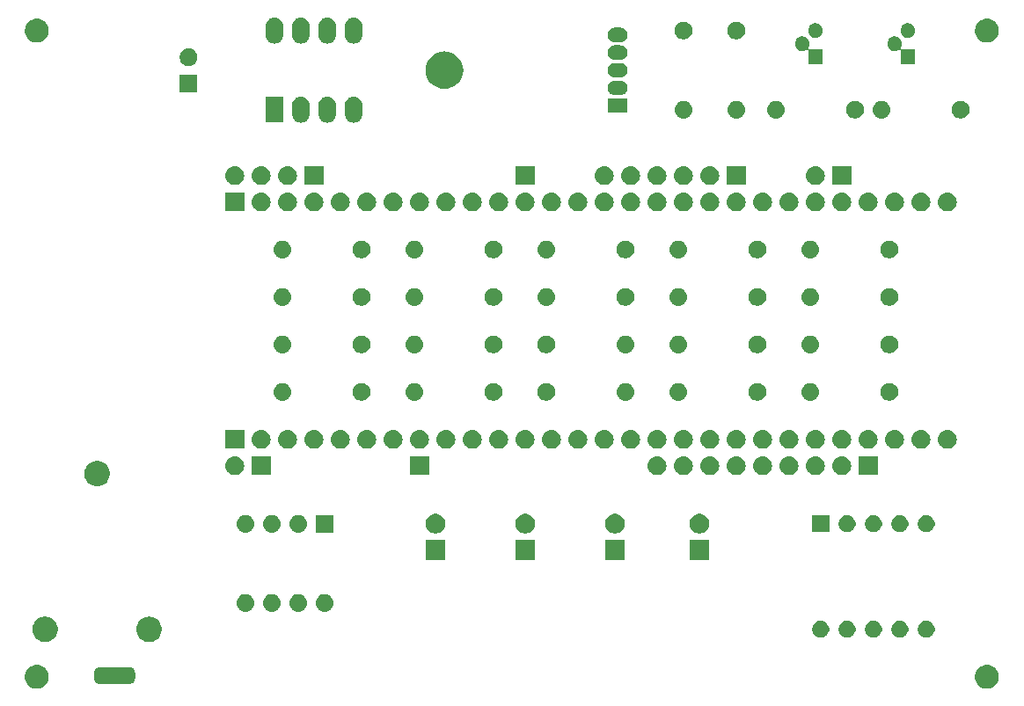
<source format=gbr>
G04 #@! TF.GenerationSoftware,KiCad,Pcbnew,(5.1.0-0)*
G04 #@! TF.CreationDate,2019-05-29T17:20:07+02:00*
G04 #@! TF.ProjectId,ac2-detpic-shield,6163322d-6465-4747-9069-632d73686965,rev?*
G04 #@! TF.SameCoordinates,Original*
G04 #@! TF.FileFunction,Soldermask,Bot*
G04 #@! TF.FilePolarity,Negative*
%FSLAX46Y46*%
G04 Gerber Fmt 4.6, Leading zero omitted, Abs format (unit mm)*
G04 Created by KiCad (PCBNEW (5.1.0-0)) date 2019-05-29 17:20:07*
%MOMM*%
%LPD*%
G04 APERTURE LIST*
%ADD10C,0.100000*%
G04 APERTURE END LIST*
D10*
G36*
X222474549Y-90311116D02*
G01*
X222585734Y-90333232D01*
X222795203Y-90419997D01*
X222983720Y-90545960D01*
X223144040Y-90706280D01*
X223270003Y-90894797D01*
X223356768Y-91104266D01*
X223401000Y-91326636D01*
X223401000Y-91553364D01*
X223356768Y-91775734D01*
X223270003Y-91985203D01*
X223144040Y-92173720D01*
X222983720Y-92334040D01*
X222795203Y-92460003D01*
X222585734Y-92546768D01*
X222474549Y-92568884D01*
X222363365Y-92591000D01*
X222136635Y-92591000D01*
X222025451Y-92568884D01*
X221914266Y-92546768D01*
X221704797Y-92460003D01*
X221516280Y-92334040D01*
X221355960Y-92173720D01*
X221229997Y-91985203D01*
X221143232Y-91775734D01*
X221099000Y-91553364D01*
X221099000Y-91326636D01*
X221143232Y-91104266D01*
X221229997Y-90894797D01*
X221355960Y-90706280D01*
X221516280Y-90545960D01*
X221704797Y-90419997D01*
X221914266Y-90333232D01*
X222025451Y-90311116D01*
X222136635Y-90289000D01*
X222363365Y-90289000D01*
X222474549Y-90311116D01*
X222474549Y-90311116D01*
G37*
G36*
X131034549Y-90311116D02*
G01*
X131145734Y-90333232D01*
X131355203Y-90419997D01*
X131543720Y-90545960D01*
X131704040Y-90706280D01*
X131830003Y-90894797D01*
X131916768Y-91104266D01*
X131961000Y-91326636D01*
X131961000Y-91553364D01*
X131916768Y-91775734D01*
X131830003Y-91985203D01*
X131704040Y-92173720D01*
X131543720Y-92334040D01*
X131355203Y-92460003D01*
X131145734Y-92546768D01*
X131034549Y-92568884D01*
X130923365Y-92591000D01*
X130696635Y-92591000D01*
X130585451Y-92568884D01*
X130474266Y-92546768D01*
X130264797Y-92460003D01*
X130076280Y-92334040D01*
X129915960Y-92173720D01*
X129789997Y-91985203D01*
X129703232Y-91775734D01*
X129659000Y-91553364D01*
X129659000Y-91326636D01*
X129703232Y-91104266D01*
X129789997Y-90894797D01*
X129915960Y-90706280D01*
X130076280Y-90545960D01*
X130264797Y-90419997D01*
X130474266Y-90333232D01*
X130585451Y-90311116D01*
X130696635Y-90289000D01*
X130923365Y-90289000D01*
X131034549Y-90311116D01*
X131034549Y-90311116D01*
G37*
G36*
X139830993Y-90510807D02*
G01*
X139930603Y-90541024D01*
X140022404Y-90590093D01*
X140102871Y-90656129D01*
X140168907Y-90736596D01*
X140217976Y-90828397D01*
X140248193Y-90928007D01*
X140259000Y-91037740D01*
X140259000Y-91588260D01*
X140248193Y-91697993D01*
X140217976Y-91797603D01*
X140168907Y-91889404D01*
X140102871Y-91969871D01*
X140022404Y-92035907D01*
X139930603Y-92084976D01*
X139830993Y-92115193D01*
X139721260Y-92126000D01*
X136884740Y-92126000D01*
X136775007Y-92115193D01*
X136675397Y-92084976D01*
X136583596Y-92035907D01*
X136503129Y-91969871D01*
X136437093Y-91889404D01*
X136388024Y-91797603D01*
X136357807Y-91697993D01*
X136347000Y-91588260D01*
X136347000Y-91037740D01*
X136357807Y-90928007D01*
X136388024Y-90828397D01*
X136437093Y-90736596D01*
X136503129Y-90656129D01*
X136583596Y-90590093D01*
X136675397Y-90541024D01*
X136775007Y-90510807D01*
X136884740Y-90500000D01*
X139721260Y-90500000D01*
X139830993Y-90510807D01*
X139830993Y-90510807D01*
G37*
G36*
X141843205Y-85670461D02*
G01*
X141961153Y-85693922D01*
X142053194Y-85732047D01*
X142183359Y-85785963D01*
X142383342Y-85919587D01*
X142553413Y-86089658D01*
X142687037Y-86289641D01*
X142711932Y-86349743D01*
X142779078Y-86511847D01*
X142826000Y-86747742D01*
X142826000Y-86988258D01*
X142779078Y-87224153D01*
X142767087Y-87253101D01*
X142687037Y-87446359D01*
X142553413Y-87646342D01*
X142383342Y-87816413D01*
X142183359Y-87950037D01*
X142053194Y-88003953D01*
X141961153Y-88042078D01*
X141843205Y-88065539D01*
X141725259Y-88089000D01*
X141484741Y-88089000D01*
X141248847Y-88042078D01*
X141156806Y-88003953D01*
X141026641Y-87950037D01*
X140826658Y-87816413D01*
X140656587Y-87646342D01*
X140522963Y-87446359D01*
X140442913Y-87253101D01*
X140430922Y-87224153D01*
X140384000Y-86988258D01*
X140384000Y-86747742D01*
X140430922Y-86511847D01*
X140498068Y-86349743D01*
X140522963Y-86289641D01*
X140656587Y-86089658D01*
X140826658Y-85919587D01*
X141026641Y-85785963D01*
X141156806Y-85732047D01*
X141248847Y-85693922D01*
X141366795Y-85670461D01*
X141484741Y-85647000D01*
X141725259Y-85647000D01*
X141843205Y-85670461D01*
X141843205Y-85670461D01*
G37*
G36*
X131843205Y-85670461D02*
G01*
X131961153Y-85693922D01*
X132053194Y-85732047D01*
X132183359Y-85785963D01*
X132383342Y-85919587D01*
X132553413Y-86089658D01*
X132687037Y-86289641D01*
X132711932Y-86349743D01*
X132779078Y-86511847D01*
X132826000Y-86747742D01*
X132826000Y-86988258D01*
X132779078Y-87224153D01*
X132767087Y-87253101D01*
X132687037Y-87446359D01*
X132553413Y-87646342D01*
X132383342Y-87816413D01*
X132183359Y-87950037D01*
X132053194Y-88003953D01*
X131961153Y-88042078D01*
X131843205Y-88065539D01*
X131725259Y-88089000D01*
X131484741Y-88089000D01*
X131248847Y-88042078D01*
X131156806Y-88003953D01*
X131026641Y-87950037D01*
X130826658Y-87816413D01*
X130656587Y-87646342D01*
X130522963Y-87446359D01*
X130442913Y-87253101D01*
X130430922Y-87224153D01*
X130384000Y-86988258D01*
X130384000Y-86747742D01*
X130430922Y-86511847D01*
X130498068Y-86349743D01*
X130522963Y-86289641D01*
X130656587Y-86089658D01*
X130826658Y-85919587D01*
X131026641Y-85785963D01*
X131156806Y-85732047D01*
X131248847Y-85693922D01*
X131366795Y-85670461D01*
X131484741Y-85647000D01*
X131725259Y-85647000D01*
X131843205Y-85670461D01*
X131843205Y-85670461D01*
G37*
G36*
X216645142Y-86086242D02*
G01*
X216793101Y-86147529D01*
X216926255Y-86236499D01*
X217039501Y-86349745D01*
X217128471Y-86482899D01*
X217189758Y-86630858D01*
X217221000Y-86787925D01*
X217221000Y-86948075D01*
X217189758Y-87105142D01*
X217128471Y-87253101D01*
X217039501Y-87386255D01*
X216926255Y-87499501D01*
X216793101Y-87588471D01*
X216645142Y-87649758D01*
X216488075Y-87681000D01*
X216327925Y-87681000D01*
X216170858Y-87649758D01*
X216022899Y-87588471D01*
X215889745Y-87499501D01*
X215776499Y-87386255D01*
X215687529Y-87253101D01*
X215626242Y-87105142D01*
X215595000Y-86948075D01*
X215595000Y-86787925D01*
X215626242Y-86630858D01*
X215687529Y-86482899D01*
X215776499Y-86349745D01*
X215889745Y-86236499D01*
X216022899Y-86147529D01*
X216170858Y-86086242D01*
X216327925Y-86055000D01*
X216488075Y-86055000D01*
X216645142Y-86086242D01*
X216645142Y-86086242D01*
G37*
G36*
X206485142Y-86086242D02*
G01*
X206633101Y-86147529D01*
X206766255Y-86236499D01*
X206879501Y-86349745D01*
X206968471Y-86482899D01*
X207029758Y-86630858D01*
X207061000Y-86787925D01*
X207061000Y-86948075D01*
X207029758Y-87105142D01*
X206968471Y-87253101D01*
X206879501Y-87386255D01*
X206766255Y-87499501D01*
X206633101Y-87588471D01*
X206485142Y-87649758D01*
X206328075Y-87681000D01*
X206167925Y-87681000D01*
X206010858Y-87649758D01*
X205862899Y-87588471D01*
X205729745Y-87499501D01*
X205616499Y-87386255D01*
X205527529Y-87253101D01*
X205466242Y-87105142D01*
X205435000Y-86948075D01*
X205435000Y-86787925D01*
X205466242Y-86630858D01*
X205527529Y-86482899D01*
X205616499Y-86349745D01*
X205729745Y-86236499D01*
X205862899Y-86147529D01*
X206010858Y-86086242D01*
X206167925Y-86055000D01*
X206328075Y-86055000D01*
X206485142Y-86086242D01*
X206485142Y-86086242D01*
G37*
G36*
X209025142Y-86086242D02*
G01*
X209173101Y-86147529D01*
X209306255Y-86236499D01*
X209419501Y-86349745D01*
X209508471Y-86482899D01*
X209569758Y-86630858D01*
X209601000Y-86787925D01*
X209601000Y-86948075D01*
X209569758Y-87105142D01*
X209508471Y-87253101D01*
X209419501Y-87386255D01*
X209306255Y-87499501D01*
X209173101Y-87588471D01*
X209025142Y-87649758D01*
X208868075Y-87681000D01*
X208707925Y-87681000D01*
X208550858Y-87649758D01*
X208402899Y-87588471D01*
X208269745Y-87499501D01*
X208156499Y-87386255D01*
X208067529Y-87253101D01*
X208006242Y-87105142D01*
X207975000Y-86948075D01*
X207975000Y-86787925D01*
X208006242Y-86630858D01*
X208067529Y-86482899D01*
X208156499Y-86349745D01*
X208269745Y-86236499D01*
X208402899Y-86147529D01*
X208550858Y-86086242D01*
X208707925Y-86055000D01*
X208868075Y-86055000D01*
X209025142Y-86086242D01*
X209025142Y-86086242D01*
G37*
G36*
X211565142Y-86086242D02*
G01*
X211713101Y-86147529D01*
X211846255Y-86236499D01*
X211959501Y-86349745D01*
X212048471Y-86482899D01*
X212109758Y-86630858D01*
X212141000Y-86787925D01*
X212141000Y-86948075D01*
X212109758Y-87105142D01*
X212048471Y-87253101D01*
X211959501Y-87386255D01*
X211846255Y-87499501D01*
X211713101Y-87588471D01*
X211565142Y-87649758D01*
X211408075Y-87681000D01*
X211247925Y-87681000D01*
X211090858Y-87649758D01*
X210942899Y-87588471D01*
X210809745Y-87499501D01*
X210696499Y-87386255D01*
X210607529Y-87253101D01*
X210546242Y-87105142D01*
X210515000Y-86948075D01*
X210515000Y-86787925D01*
X210546242Y-86630858D01*
X210607529Y-86482899D01*
X210696499Y-86349745D01*
X210809745Y-86236499D01*
X210942899Y-86147529D01*
X211090858Y-86086242D01*
X211247925Y-86055000D01*
X211408075Y-86055000D01*
X211565142Y-86086242D01*
X211565142Y-86086242D01*
G37*
G36*
X214105142Y-86086242D02*
G01*
X214253101Y-86147529D01*
X214386255Y-86236499D01*
X214499501Y-86349745D01*
X214588471Y-86482899D01*
X214649758Y-86630858D01*
X214681000Y-86787925D01*
X214681000Y-86948075D01*
X214649758Y-87105142D01*
X214588471Y-87253101D01*
X214499501Y-87386255D01*
X214386255Y-87499501D01*
X214253101Y-87588471D01*
X214105142Y-87649758D01*
X213948075Y-87681000D01*
X213787925Y-87681000D01*
X213630858Y-87649758D01*
X213482899Y-87588471D01*
X213349745Y-87499501D01*
X213236499Y-87386255D01*
X213147529Y-87253101D01*
X213086242Y-87105142D01*
X213055000Y-86948075D01*
X213055000Y-86787925D01*
X213086242Y-86630858D01*
X213147529Y-86482899D01*
X213236499Y-86349745D01*
X213349745Y-86236499D01*
X213482899Y-86147529D01*
X213630858Y-86086242D01*
X213787925Y-86055000D01*
X213948075Y-86055000D01*
X214105142Y-86086242D01*
X214105142Y-86086242D01*
G37*
G36*
X156122823Y-83489313D02*
G01*
X156283242Y-83537976D01*
X156415906Y-83608886D01*
X156431078Y-83616996D01*
X156560659Y-83723341D01*
X156667004Y-83852922D01*
X156667005Y-83852924D01*
X156746024Y-84000758D01*
X156794687Y-84161177D01*
X156811117Y-84328000D01*
X156794687Y-84494823D01*
X156746024Y-84655242D01*
X156675114Y-84787906D01*
X156667004Y-84803078D01*
X156560659Y-84932659D01*
X156431078Y-85039004D01*
X156431076Y-85039005D01*
X156283242Y-85118024D01*
X156122823Y-85166687D01*
X155997804Y-85179000D01*
X155914196Y-85179000D01*
X155789177Y-85166687D01*
X155628758Y-85118024D01*
X155480924Y-85039005D01*
X155480922Y-85039004D01*
X155351341Y-84932659D01*
X155244996Y-84803078D01*
X155236886Y-84787906D01*
X155165976Y-84655242D01*
X155117313Y-84494823D01*
X155100883Y-84328000D01*
X155117313Y-84161177D01*
X155165976Y-84000758D01*
X155244995Y-83852924D01*
X155244996Y-83852922D01*
X155351341Y-83723341D01*
X155480922Y-83616996D01*
X155496094Y-83608886D01*
X155628758Y-83537976D01*
X155789177Y-83489313D01*
X155914196Y-83477000D01*
X155997804Y-83477000D01*
X156122823Y-83489313D01*
X156122823Y-83489313D01*
G37*
G36*
X151042823Y-83489313D02*
G01*
X151203242Y-83537976D01*
X151335906Y-83608886D01*
X151351078Y-83616996D01*
X151480659Y-83723341D01*
X151587004Y-83852922D01*
X151587005Y-83852924D01*
X151666024Y-84000758D01*
X151714687Y-84161177D01*
X151731117Y-84328000D01*
X151714687Y-84494823D01*
X151666024Y-84655242D01*
X151595114Y-84787906D01*
X151587004Y-84803078D01*
X151480659Y-84932659D01*
X151351078Y-85039004D01*
X151351076Y-85039005D01*
X151203242Y-85118024D01*
X151042823Y-85166687D01*
X150917804Y-85179000D01*
X150834196Y-85179000D01*
X150709177Y-85166687D01*
X150548758Y-85118024D01*
X150400924Y-85039005D01*
X150400922Y-85039004D01*
X150271341Y-84932659D01*
X150164996Y-84803078D01*
X150156886Y-84787906D01*
X150085976Y-84655242D01*
X150037313Y-84494823D01*
X150020883Y-84328000D01*
X150037313Y-84161177D01*
X150085976Y-84000758D01*
X150164995Y-83852924D01*
X150164996Y-83852922D01*
X150271341Y-83723341D01*
X150400922Y-83616996D01*
X150416094Y-83608886D01*
X150548758Y-83537976D01*
X150709177Y-83489313D01*
X150834196Y-83477000D01*
X150917804Y-83477000D01*
X151042823Y-83489313D01*
X151042823Y-83489313D01*
G37*
G36*
X158662823Y-83489313D02*
G01*
X158823242Y-83537976D01*
X158955906Y-83608886D01*
X158971078Y-83616996D01*
X159100659Y-83723341D01*
X159207004Y-83852922D01*
X159207005Y-83852924D01*
X159286024Y-84000758D01*
X159334687Y-84161177D01*
X159351117Y-84328000D01*
X159334687Y-84494823D01*
X159286024Y-84655242D01*
X159215114Y-84787906D01*
X159207004Y-84803078D01*
X159100659Y-84932659D01*
X158971078Y-85039004D01*
X158971076Y-85039005D01*
X158823242Y-85118024D01*
X158662823Y-85166687D01*
X158537804Y-85179000D01*
X158454196Y-85179000D01*
X158329177Y-85166687D01*
X158168758Y-85118024D01*
X158020924Y-85039005D01*
X158020922Y-85039004D01*
X157891341Y-84932659D01*
X157784996Y-84803078D01*
X157776886Y-84787906D01*
X157705976Y-84655242D01*
X157657313Y-84494823D01*
X157640883Y-84328000D01*
X157657313Y-84161177D01*
X157705976Y-84000758D01*
X157784995Y-83852924D01*
X157784996Y-83852922D01*
X157891341Y-83723341D01*
X158020922Y-83616996D01*
X158036094Y-83608886D01*
X158168758Y-83537976D01*
X158329177Y-83489313D01*
X158454196Y-83477000D01*
X158537804Y-83477000D01*
X158662823Y-83489313D01*
X158662823Y-83489313D01*
G37*
G36*
X153582823Y-83489313D02*
G01*
X153743242Y-83537976D01*
X153875906Y-83608886D01*
X153891078Y-83616996D01*
X154020659Y-83723341D01*
X154127004Y-83852922D01*
X154127005Y-83852924D01*
X154206024Y-84000758D01*
X154254687Y-84161177D01*
X154271117Y-84328000D01*
X154254687Y-84494823D01*
X154206024Y-84655242D01*
X154135114Y-84787906D01*
X154127004Y-84803078D01*
X154020659Y-84932659D01*
X153891078Y-85039004D01*
X153891076Y-85039005D01*
X153743242Y-85118024D01*
X153582823Y-85166687D01*
X153457804Y-85179000D01*
X153374196Y-85179000D01*
X153249177Y-85166687D01*
X153088758Y-85118024D01*
X152940924Y-85039005D01*
X152940922Y-85039004D01*
X152811341Y-84932659D01*
X152704996Y-84803078D01*
X152696886Y-84787906D01*
X152625976Y-84655242D01*
X152577313Y-84494823D01*
X152560883Y-84328000D01*
X152577313Y-84161177D01*
X152625976Y-84000758D01*
X152704995Y-83852924D01*
X152704996Y-83852922D01*
X152811341Y-83723341D01*
X152940922Y-83616996D01*
X152956094Y-83608886D01*
X153088758Y-83537976D01*
X153249177Y-83489313D01*
X153374196Y-83477000D01*
X153457804Y-83477000D01*
X153582823Y-83489313D01*
X153582823Y-83489313D01*
G37*
G36*
X170115000Y-80199000D02*
G01*
X168213000Y-80199000D01*
X168213000Y-78297000D01*
X170115000Y-78297000D01*
X170115000Y-80199000D01*
X170115000Y-80199000D01*
G37*
G36*
X178751000Y-80199000D02*
G01*
X176849000Y-80199000D01*
X176849000Y-78297000D01*
X178751000Y-78297000D01*
X178751000Y-80199000D01*
X178751000Y-80199000D01*
G37*
G36*
X187387000Y-80199000D02*
G01*
X185485000Y-80199000D01*
X185485000Y-78297000D01*
X187387000Y-78297000D01*
X187387000Y-80199000D01*
X187387000Y-80199000D01*
G37*
G36*
X195515000Y-80199000D02*
G01*
X193613000Y-80199000D01*
X193613000Y-78297000D01*
X195515000Y-78297000D01*
X195515000Y-80199000D01*
X195515000Y-80199000D01*
G37*
G36*
X194841395Y-75793546D02*
G01*
X195014466Y-75865234D01*
X195020572Y-75869314D01*
X195170227Y-75969310D01*
X195302690Y-76101773D01*
X195355081Y-76180182D01*
X195406766Y-76257534D01*
X195478454Y-76430605D01*
X195515000Y-76614333D01*
X195515000Y-76801667D01*
X195478454Y-76985395D01*
X195406766Y-77158466D01*
X195406765Y-77158467D01*
X195302690Y-77314227D01*
X195170227Y-77446690D01*
X195105772Y-77489757D01*
X195014466Y-77550766D01*
X194841395Y-77622454D01*
X194657667Y-77659000D01*
X194470333Y-77659000D01*
X194286605Y-77622454D01*
X194113534Y-77550766D01*
X194022228Y-77489757D01*
X193957773Y-77446690D01*
X193825310Y-77314227D01*
X193721235Y-77158467D01*
X193721234Y-77158466D01*
X193649546Y-76985395D01*
X193613000Y-76801667D01*
X193613000Y-76614333D01*
X193649546Y-76430605D01*
X193721234Y-76257534D01*
X193772919Y-76180182D01*
X193825310Y-76101773D01*
X193957773Y-75969310D01*
X194107428Y-75869314D01*
X194113534Y-75865234D01*
X194286605Y-75793546D01*
X194470333Y-75757000D01*
X194657667Y-75757000D01*
X194841395Y-75793546D01*
X194841395Y-75793546D01*
G37*
G36*
X186713395Y-75793546D02*
G01*
X186886466Y-75865234D01*
X186892572Y-75869314D01*
X187042227Y-75969310D01*
X187174690Y-76101773D01*
X187227081Y-76180182D01*
X187278766Y-76257534D01*
X187350454Y-76430605D01*
X187387000Y-76614333D01*
X187387000Y-76801667D01*
X187350454Y-76985395D01*
X187278766Y-77158466D01*
X187278765Y-77158467D01*
X187174690Y-77314227D01*
X187042227Y-77446690D01*
X186977772Y-77489757D01*
X186886466Y-77550766D01*
X186713395Y-77622454D01*
X186529667Y-77659000D01*
X186342333Y-77659000D01*
X186158605Y-77622454D01*
X185985534Y-77550766D01*
X185894228Y-77489757D01*
X185829773Y-77446690D01*
X185697310Y-77314227D01*
X185593235Y-77158467D01*
X185593234Y-77158466D01*
X185521546Y-76985395D01*
X185485000Y-76801667D01*
X185485000Y-76614333D01*
X185521546Y-76430605D01*
X185593234Y-76257534D01*
X185644919Y-76180182D01*
X185697310Y-76101773D01*
X185829773Y-75969310D01*
X185979428Y-75869314D01*
X185985534Y-75865234D01*
X186158605Y-75793546D01*
X186342333Y-75757000D01*
X186529667Y-75757000D01*
X186713395Y-75793546D01*
X186713395Y-75793546D01*
G37*
G36*
X178077395Y-75793546D02*
G01*
X178250466Y-75865234D01*
X178256572Y-75869314D01*
X178406227Y-75969310D01*
X178538690Y-76101773D01*
X178591081Y-76180182D01*
X178642766Y-76257534D01*
X178714454Y-76430605D01*
X178751000Y-76614333D01*
X178751000Y-76801667D01*
X178714454Y-76985395D01*
X178642766Y-77158466D01*
X178642765Y-77158467D01*
X178538690Y-77314227D01*
X178406227Y-77446690D01*
X178341772Y-77489757D01*
X178250466Y-77550766D01*
X178077395Y-77622454D01*
X177893667Y-77659000D01*
X177706333Y-77659000D01*
X177522605Y-77622454D01*
X177349534Y-77550766D01*
X177258228Y-77489757D01*
X177193773Y-77446690D01*
X177061310Y-77314227D01*
X176957235Y-77158467D01*
X176957234Y-77158466D01*
X176885546Y-76985395D01*
X176849000Y-76801667D01*
X176849000Y-76614333D01*
X176885546Y-76430605D01*
X176957234Y-76257534D01*
X177008919Y-76180182D01*
X177061310Y-76101773D01*
X177193773Y-75969310D01*
X177343428Y-75869314D01*
X177349534Y-75865234D01*
X177522605Y-75793546D01*
X177706333Y-75757000D01*
X177893667Y-75757000D01*
X178077395Y-75793546D01*
X178077395Y-75793546D01*
G37*
G36*
X169441395Y-75793546D02*
G01*
X169614466Y-75865234D01*
X169620572Y-75869314D01*
X169770227Y-75969310D01*
X169902690Y-76101773D01*
X169955081Y-76180182D01*
X170006766Y-76257534D01*
X170078454Y-76430605D01*
X170115000Y-76614333D01*
X170115000Y-76801667D01*
X170078454Y-76985395D01*
X170006766Y-77158466D01*
X170006765Y-77158467D01*
X169902690Y-77314227D01*
X169770227Y-77446690D01*
X169705772Y-77489757D01*
X169614466Y-77550766D01*
X169441395Y-77622454D01*
X169257667Y-77659000D01*
X169070333Y-77659000D01*
X168886605Y-77622454D01*
X168713534Y-77550766D01*
X168622228Y-77489757D01*
X168557773Y-77446690D01*
X168425310Y-77314227D01*
X168321235Y-77158467D01*
X168321234Y-77158466D01*
X168249546Y-76985395D01*
X168213000Y-76801667D01*
X168213000Y-76614333D01*
X168249546Y-76430605D01*
X168321234Y-76257534D01*
X168372919Y-76180182D01*
X168425310Y-76101773D01*
X168557773Y-75969310D01*
X168707428Y-75869314D01*
X168713534Y-75865234D01*
X168886605Y-75793546D01*
X169070333Y-75757000D01*
X169257667Y-75757000D01*
X169441395Y-75793546D01*
X169441395Y-75793546D01*
G37*
G36*
X159347000Y-77559000D02*
G01*
X157645000Y-77559000D01*
X157645000Y-75857000D01*
X159347000Y-75857000D01*
X159347000Y-77559000D01*
X159347000Y-77559000D01*
G37*
G36*
X156122823Y-75869313D02*
G01*
X156283242Y-75917976D01*
X156379279Y-75969309D01*
X156431078Y-75996996D01*
X156560659Y-76103341D01*
X156667004Y-76232922D01*
X156667005Y-76232924D01*
X156746024Y-76380758D01*
X156794687Y-76541177D01*
X156811117Y-76708000D01*
X156794687Y-76874823D01*
X156746024Y-77035242D01*
X156680159Y-77158466D01*
X156667004Y-77183078D01*
X156560659Y-77312659D01*
X156431078Y-77419004D01*
X156431076Y-77419005D01*
X156283242Y-77498024D01*
X156122823Y-77546687D01*
X155997804Y-77559000D01*
X155914196Y-77559000D01*
X155789177Y-77546687D01*
X155628758Y-77498024D01*
X155480924Y-77419005D01*
X155480922Y-77419004D01*
X155351341Y-77312659D01*
X155244996Y-77183078D01*
X155231841Y-77158466D01*
X155165976Y-77035242D01*
X155117313Y-76874823D01*
X155100883Y-76708000D01*
X155117313Y-76541177D01*
X155165976Y-76380758D01*
X155244995Y-76232924D01*
X155244996Y-76232922D01*
X155351341Y-76103341D01*
X155480922Y-75996996D01*
X155532721Y-75969309D01*
X155628758Y-75917976D01*
X155789177Y-75869313D01*
X155914196Y-75857000D01*
X155997804Y-75857000D01*
X156122823Y-75869313D01*
X156122823Y-75869313D01*
G37*
G36*
X153582823Y-75869313D02*
G01*
X153743242Y-75917976D01*
X153839279Y-75969309D01*
X153891078Y-75996996D01*
X154020659Y-76103341D01*
X154127004Y-76232922D01*
X154127005Y-76232924D01*
X154206024Y-76380758D01*
X154254687Y-76541177D01*
X154271117Y-76708000D01*
X154254687Y-76874823D01*
X154206024Y-77035242D01*
X154140159Y-77158466D01*
X154127004Y-77183078D01*
X154020659Y-77312659D01*
X153891078Y-77419004D01*
X153891076Y-77419005D01*
X153743242Y-77498024D01*
X153582823Y-77546687D01*
X153457804Y-77559000D01*
X153374196Y-77559000D01*
X153249177Y-77546687D01*
X153088758Y-77498024D01*
X152940924Y-77419005D01*
X152940922Y-77419004D01*
X152811341Y-77312659D01*
X152704996Y-77183078D01*
X152691841Y-77158466D01*
X152625976Y-77035242D01*
X152577313Y-76874823D01*
X152560883Y-76708000D01*
X152577313Y-76541177D01*
X152625976Y-76380758D01*
X152704995Y-76232924D01*
X152704996Y-76232922D01*
X152811341Y-76103341D01*
X152940922Y-75996996D01*
X152992721Y-75969309D01*
X153088758Y-75917976D01*
X153249177Y-75869313D01*
X153374196Y-75857000D01*
X153457804Y-75857000D01*
X153582823Y-75869313D01*
X153582823Y-75869313D01*
G37*
G36*
X151042823Y-75869313D02*
G01*
X151203242Y-75917976D01*
X151299279Y-75969309D01*
X151351078Y-75996996D01*
X151480659Y-76103341D01*
X151587004Y-76232922D01*
X151587005Y-76232924D01*
X151666024Y-76380758D01*
X151714687Y-76541177D01*
X151731117Y-76708000D01*
X151714687Y-76874823D01*
X151666024Y-77035242D01*
X151600159Y-77158466D01*
X151587004Y-77183078D01*
X151480659Y-77312659D01*
X151351078Y-77419004D01*
X151351076Y-77419005D01*
X151203242Y-77498024D01*
X151042823Y-77546687D01*
X150917804Y-77559000D01*
X150834196Y-77559000D01*
X150709177Y-77546687D01*
X150548758Y-77498024D01*
X150400924Y-77419005D01*
X150400922Y-77419004D01*
X150271341Y-77312659D01*
X150164996Y-77183078D01*
X150151841Y-77158466D01*
X150085976Y-77035242D01*
X150037313Y-76874823D01*
X150020883Y-76708000D01*
X150037313Y-76541177D01*
X150085976Y-76380758D01*
X150164995Y-76232924D01*
X150164996Y-76232922D01*
X150271341Y-76103341D01*
X150400922Y-75996996D01*
X150452721Y-75969309D01*
X150548758Y-75917976D01*
X150709177Y-75869313D01*
X150834196Y-75857000D01*
X150917804Y-75857000D01*
X151042823Y-75869313D01*
X151042823Y-75869313D01*
G37*
G36*
X207061000Y-77521000D02*
G01*
X205435000Y-77521000D01*
X205435000Y-75895000D01*
X207061000Y-75895000D01*
X207061000Y-77521000D01*
X207061000Y-77521000D01*
G37*
G36*
X209025142Y-75926242D02*
G01*
X209173101Y-75987529D01*
X209306255Y-76076499D01*
X209419501Y-76189745D01*
X209508471Y-76322899D01*
X209569758Y-76470858D01*
X209601000Y-76627925D01*
X209601000Y-76788075D01*
X209569758Y-76945142D01*
X209508471Y-77093101D01*
X209419501Y-77226255D01*
X209306255Y-77339501D01*
X209173101Y-77428471D01*
X209025142Y-77489758D01*
X208868075Y-77521000D01*
X208707925Y-77521000D01*
X208550858Y-77489758D01*
X208402899Y-77428471D01*
X208269745Y-77339501D01*
X208156499Y-77226255D01*
X208067529Y-77093101D01*
X208006242Y-76945142D01*
X207975000Y-76788075D01*
X207975000Y-76627925D01*
X208006242Y-76470858D01*
X208067529Y-76322899D01*
X208156499Y-76189745D01*
X208269745Y-76076499D01*
X208402899Y-75987529D01*
X208550858Y-75926242D01*
X208707925Y-75895000D01*
X208868075Y-75895000D01*
X209025142Y-75926242D01*
X209025142Y-75926242D01*
G37*
G36*
X211565142Y-75926242D02*
G01*
X211713101Y-75987529D01*
X211846255Y-76076499D01*
X211959501Y-76189745D01*
X212048471Y-76322899D01*
X212109758Y-76470858D01*
X212141000Y-76627925D01*
X212141000Y-76788075D01*
X212109758Y-76945142D01*
X212048471Y-77093101D01*
X211959501Y-77226255D01*
X211846255Y-77339501D01*
X211713101Y-77428471D01*
X211565142Y-77489758D01*
X211408075Y-77521000D01*
X211247925Y-77521000D01*
X211090858Y-77489758D01*
X210942899Y-77428471D01*
X210809745Y-77339501D01*
X210696499Y-77226255D01*
X210607529Y-77093101D01*
X210546242Y-76945142D01*
X210515000Y-76788075D01*
X210515000Y-76627925D01*
X210546242Y-76470858D01*
X210607529Y-76322899D01*
X210696499Y-76189745D01*
X210809745Y-76076499D01*
X210942899Y-75987529D01*
X211090858Y-75926242D01*
X211247925Y-75895000D01*
X211408075Y-75895000D01*
X211565142Y-75926242D01*
X211565142Y-75926242D01*
G37*
G36*
X214105142Y-75926242D02*
G01*
X214253101Y-75987529D01*
X214386255Y-76076499D01*
X214499501Y-76189745D01*
X214588471Y-76322899D01*
X214649758Y-76470858D01*
X214681000Y-76627925D01*
X214681000Y-76788075D01*
X214649758Y-76945142D01*
X214588471Y-77093101D01*
X214499501Y-77226255D01*
X214386255Y-77339501D01*
X214253101Y-77428471D01*
X214105142Y-77489758D01*
X213948075Y-77521000D01*
X213787925Y-77521000D01*
X213630858Y-77489758D01*
X213482899Y-77428471D01*
X213349745Y-77339501D01*
X213236499Y-77226255D01*
X213147529Y-77093101D01*
X213086242Y-76945142D01*
X213055000Y-76788075D01*
X213055000Y-76627925D01*
X213086242Y-76470858D01*
X213147529Y-76322899D01*
X213236499Y-76189745D01*
X213349745Y-76076499D01*
X213482899Y-75987529D01*
X213630858Y-75926242D01*
X213787925Y-75895000D01*
X213948075Y-75895000D01*
X214105142Y-75926242D01*
X214105142Y-75926242D01*
G37*
G36*
X216645142Y-75926242D02*
G01*
X216793101Y-75987529D01*
X216926255Y-76076499D01*
X217039501Y-76189745D01*
X217128471Y-76322899D01*
X217189758Y-76470858D01*
X217221000Y-76627925D01*
X217221000Y-76788075D01*
X217189758Y-76945142D01*
X217128471Y-77093101D01*
X217039501Y-77226255D01*
X216926255Y-77339501D01*
X216793101Y-77428471D01*
X216645142Y-77489758D01*
X216488075Y-77521000D01*
X216327925Y-77521000D01*
X216170858Y-77489758D01*
X216022899Y-77428471D01*
X215889745Y-77339501D01*
X215776499Y-77226255D01*
X215687529Y-77093101D01*
X215626242Y-76945142D01*
X215595000Y-76788075D01*
X215595000Y-76627925D01*
X215626242Y-76470858D01*
X215687529Y-76322899D01*
X215776499Y-76189745D01*
X215889745Y-76076499D01*
X216022899Y-75987529D01*
X216170858Y-75926242D01*
X216327925Y-75895000D01*
X216488075Y-75895000D01*
X216645142Y-75926242D01*
X216645142Y-75926242D01*
G37*
G36*
X136961153Y-70693922D02*
G01*
X137053194Y-70732047D01*
X137183359Y-70785963D01*
X137383342Y-70919587D01*
X137553413Y-71089658D01*
X137687037Y-71289641D01*
X137779078Y-71511848D01*
X137826000Y-71747741D01*
X137826000Y-71988259D01*
X137779078Y-72224152D01*
X137687037Y-72446359D01*
X137553413Y-72646342D01*
X137383342Y-72816413D01*
X137183359Y-72950037D01*
X137053194Y-73003953D01*
X136961153Y-73042078D01*
X136843205Y-73065539D01*
X136725259Y-73089000D01*
X136484741Y-73089000D01*
X136366795Y-73065539D01*
X136248847Y-73042078D01*
X136156806Y-73003953D01*
X136026641Y-72950037D01*
X135826658Y-72816413D01*
X135656587Y-72646342D01*
X135522963Y-72446359D01*
X135430922Y-72224152D01*
X135384000Y-71988259D01*
X135384000Y-71747741D01*
X135430922Y-71511848D01*
X135522963Y-71289641D01*
X135656587Y-71089658D01*
X135826658Y-70919587D01*
X136026641Y-70785963D01*
X136156806Y-70732047D01*
X136248847Y-70693922D01*
X136484741Y-70647000D01*
X136725259Y-70647000D01*
X136961153Y-70693922D01*
X136961153Y-70693922D01*
G37*
G36*
X153301000Y-72021000D02*
G01*
X151499000Y-72021000D01*
X151499000Y-70219000D01*
X153301000Y-70219000D01*
X153301000Y-72021000D01*
X153301000Y-72021000D01*
G37*
G36*
X203310442Y-70225518D02*
G01*
X203376627Y-70232037D01*
X203546466Y-70283557D01*
X203702991Y-70367222D01*
X203738729Y-70396552D01*
X203840186Y-70479814D01*
X203923448Y-70581271D01*
X203952778Y-70617009D01*
X204036443Y-70773534D01*
X204087963Y-70943373D01*
X204105359Y-71120000D01*
X204087963Y-71296627D01*
X204036443Y-71466466D01*
X203952778Y-71622991D01*
X203923448Y-71658729D01*
X203840186Y-71760186D01*
X203738729Y-71843448D01*
X203702991Y-71872778D01*
X203546466Y-71956443D01*
X203376627Y-72007963D01*
X203310443Y-72014481D01*
X203244260Y-72021000D01*
X203155740Y-72021000D01*
X203089557Y-72014481D01*
X203023373Y-72007963D01*
X202853534Y-71956443D01*
X202697009Y-71872778D01*
X202661271Y-71843448D01*
X202559814Y-71760186D01*
X202476552Y-71658729D01*
X202447222Y-71622991D01*
X202363557Y-71466466D01*
X202312037Y-71296627D01*
X202294641Y-71120000D01*
X202312037Y-70943373D01*
X202363557Y-70773534D01*
X202447222Y-70617009D01*
X202476552Y-70581271D01*
X202559814Y-70479814D01*
X202661271Y-70396552D01*
X202697009Y-70367222D01*
X202853534Y-70283557D01*
X203023373Y-70232037D01*
X203089558Y-70225518D01*
X203155740Y-70219000D01*
X203244260Y-70219000D01*
X203310442Y-70225518D01*
X203310442Y-70225518D01*
G37*
G36*
X211721000Y-72021000D02*
G01*
X209919000Y-72021000D01*
X209919000Y-70219000D01*
X211721000Y-70219000D01*
X211721000Y-72021000D01*
X211721000Y-72021000D01*
G37*
G36*
X208390442Y-70225518D02*
G01*
X208456627Y-70232037D01*
X208626466Y-70283557D01*
X208782991Y-70367222D01*
X208818729Y-70396552D01*
X208920186Y-70479814D01*
X209003448Y-70581271D01*
X209032778Y-70617009D01*
X209116443Y-70773534D01*
X209167963Y-70943373D01*
X209185359Y-71120000D01*
X209167963Y-71296627D01*
X209116443Y-71466466D01*
X209032778Y-71622991D01*
X209003448Y-71658729D01*
X208920186Y-71760186D01*
X208818729Y-71843448D01*
X208782991Y-71872778D01*
X208626466Y-71956443D01*
X208456627Y-72007963D01*
X208390443Y-72014481D01*
X208324260Y-72021000D01*
X208235740Y-72021000D01*
X208169557Y-72014481D01*
X208103373Y-72007963D01*
X207933534Y-71956443D01*
X207777009Y-71872778D01*
X207741271Y-71843448D01*
X207639814Y-71760186D01*
X207556552Y-71658729D01*
X207527222Y-71622991D01*
X207443557Y-71466466D01*
X207392037Y-71296627D01*
X207374641Y-71120000D01*
X207392037Y-70943373D01*
X207443557Y-70773534D01*
X207527222Y-70617009D01*
X207556552Y-70581271D01*
X207639814Y-70479814D01*
X207741271Y-70396552D01*
X207777009Y-70367222D01*
X207933534Y-70283557D01*
X208103373Y-70232037D01*
X208169558Y-70225518D01*
X208235740Y-70219000D01*
X208324260Y-70219000D01*
X208390442Y-70225518D01*
X208390442Y-70225518D01*
G37*
G36*
X205850442Y-70225518D02*
G01*
X205916627Y-70232037D01*
X206086466Y-70283557D01*
X206242991Y-70367222D01*
X206278729Y-70396552D01*
X206380186Y-70479814D01*
X206463448Y-70581271D01*
X206492778Y-70617009D01*
X206576443Y-70773534D01*
X206627963Y-70943373D01*
X206645359Y-71120000D01*
X206627963Y-71296627D01*
X206576443Y-71466466D01*
X206492778Y-71622991D01*
X206463448Y-71658729D01*
X206380186Y-71760186D01*
X206278729Y-71843448D01*
X206242991Y-71872778D01*
X206086466Y-71956443D01*
X205916627Y-72007963D01*
X205850443Y-72014481D01*
X205784260Y-72021000D01*
X205695740Y-72021000D01*
X205629557Y-72014481D01*
X205563373Y-72007963D01*
X205393534Y-71956443D01*
X205237009Y-71872778D01*
X205201271Y-71843448D01*
X205099814Y-71760186D01*
X205016552Y-71658729D01*
X204987222Y-71622991D01*
X204903557Y-71466466D01*
X204852037Y-71296627D01*
X204834641Y-71120000D01*
X204852037Y-70943373D01*
X204903557Y-70773534D01*
X204987222Y-70617009D01*
X205016552Y-70581271D01*
X205099814Y-70479814D01*
X205201271Y-70396552D01*
X205237009Y-70367222D01*
X205393534Y-70283557D01*
X205563373Y-70232037D01*
X205629558Y-70225518D01*
X205695740Y-70219000D01*
X205784260Y-70219000D01*
X205850442Y-70225518D01*
X205850442Y-70225518D01*
G37*
G36*
X200770442Y-70225518D02*
G01*
X200836627Y-70232037D01*
X201006466Y-70283557D01*
X201162991Y-70367222D01*
X201198729Y-70396552D01*
X201300186Y-70479814D01*
X201383448Y-70581271D01*
X201412778Y-70617009D01*
X201496443Y-70773534D01*
X201547963Y-70943373D01*
X201565359Y-71120000D01*
X201547963Y-71296627D01*
X201496443Y-71466466D01*
X201412778Y-71622991D01*
X201383448Y-71658729D01*
X201300186Y-71760186D01*
X201198729Y-71843448D01*
X201162991Y-71872778D01*
X201006466Y-71956443D01*
X200836627Y-72007963D01*
X200770443Y-72014481D01*
X200704260Y-72021000D01*
X200615740Y-72021000D01*
X200549557Y-72014481D01*
X200483373Y-72007963D01*
X200313534Y-71956443D01*
X200157009Y-71872778D01*
X200121271Y-71843448D01*
X200019814Y-71760186D01*
X199936552Y-71658729D01*
X199907222Y-71622991D01*
X199823557Y-71466466D01*
X199772037Y-71296627D01*
X199754641Y-71120000D01*
X199772037Y-70943373D01*
X199823557Y-70773534D01*
X199907222Y-70617009D01*
X199936552Y-70581271D01*
X200019814Y-70479814D01*
X200121271Y-70396552D01*
X200157009Y-70367222D01*
X200313534Y-70283557D01*
X200483373Y-70232037D01*
X200549558Y-70225518D01*
X200615740Y-70219000D01*
X200704260Y-70219000D01*
X200770442Y-70225518D01*
X200770442Y-70225518D01*
G37*
G36*
X198230442Y-70225518D02*
G01*
X198296627Y-70232037D01*
X198466466Y-70283557D01*
X198622991Y-70367222D01*
X198658729Y-70396552D01*
X198760186Y-70479814D01*
X198843448Y-70581271D01*
X198872778Y-70617009D01*
X198956443Y-70773534D01*
X199007963Y-70943373D01*
X199025359Y-71120000D01*
X199007963Y-71296627D01*
X198956443Y-71466466D01*
X198872778Y-71622991D01*
X198843448Y-71658729D01*
X198760186Y-71760186D01*
X198658729Y-71843448D01*
X198622991Y-71872778D01*
X198466466Y-71956443D01*
X198296627Y-72007963D01*
X198230443Y-72014481D01*
X198164260Y-72021000D01*
X198075740Y-72021000D01*
X198009557Y-72014481D01*
X197943373Y-72007963D01*
X197773534Y-71956443D01*
X197617009Y-71872778D01*
X197581271Y-71843448D01*
X197479814Y-71760186D01*
X197396552Y-71658729D01*
X197367222Y-71622991D01*
X197283557Y-71466466D01*
X197232037Y-71296627D01*
X197214641Y-71120000D01*
X197232037Y-70943373D01*
X197283557Y-70773534D01*
X197367222Y-70617009D01*
X197396552Y-70581271D01*
X197479814Y-70479814D01*
X197581271Y-70396552D01*
X197617009Y-70367222D01*
X197773534Y-70283557D01*
X197943373Y-70232037D01*
X198009558Y-70225518D01*
X198075740Y-70219000D01*
X198164260Y-70219000D01*
X198230442Y-70225518D01*
X198230442Y-70225518D01*
G37*
G36*
X195690442Y-70225518D02*
G01*
X195756627Y-70232037D01*
X195926466Y-70283557D01*
X196082991Y-70367222D01*
X196118729Y-70396552D01*
X196220186Y-70479814D01*
X196303448Y-70581271D01*
X196332778Y-70617009D01*
X196416443Y-70773534D01*
X196467963Y-70943373D01*
X196485359Y-71120000D01*
X196467963Y-71296627D01*
X196416443Y-71466466D01*
X196332778Y-71622991D01*
X196303448Y-71658729D01*
X196220186Y-71760186D01*
X196118729Y-71843448D01*
X196082991Y-71872778D01*
X195926466Y-71956443D01*
X195756627Y-72007963D01*
X195690443Y-72014481D01*
X195624260Y-72021000D01*
X195535740Y-72021000D01*
X195469557Y-72014481D01*
X195403373Y-72007963D01*
X195233534Y-71956443D01*
X195077009Y-71872778D01*
X195041271Y-71843448D01*
X194939814Y-71760186D01*
X194856552Y-71658729D01*
X194827222Y-71622991D01*
X194743557Y-71466466D01*
X194692037Y-71296627D01*
X194674641Y-71120000D01*
X194692037Y-70943373D01*
X194743557Y-70773534D01*
X194827222Y-70617009D01*
X194856552Y-70581271D01*
X194939814Y-70479814D01*
X195041271Y-70396552D01*
X195077009Y-70367222D01*
X195233534Y-70283557D01*
X195403373Y-70232037D01*
X195469558Y-70225518D01*
X195535740Y-70219000D01*
X195624260Y-70219000D01*
X195690442Y-70225518D01*
X195690442Y-70225518D01*
G37*
G36*
X193150442Y-70225518D02*
G01*
X193216627Y-70232037D01*
X193386466Y-70283557D01*
X193542991Y-70367222D01*
X193578729Y-70396552D01*
X193680186Y-70479814D01*
X193763448Y-70581271D01*
X193792778Y-70617009D01*
X193876443Y-70773534D01*
X193927963Y-70943373D01*
X193945359Y-71120000D01*
X193927963Y-71296627D01*
X193876443Y-71466466D01*
X193792778Y-71622991D01*
X193763448Y-71658729D01*
X193680186Y-71760186D01*
X193578729Y-71843448D01*
X193542991Y-71872778D01*
X193386466Y-71956443D01*
X193216627Y-72007963D01*
X193150443Y-72014481D01*
X193084260Y-72021000D01*
X192995740Y-72021000D01*
X192929557Y-72014481D01*
X192863373Y-72007963D01*
X192693534Y-71956443D01*
X192537009Y-71872778D01*
X192501271Y-71843448D01*
X192399814Y-71760186D01*
X192316552Y-71658729D01*
X192287222Y-71622991D01*
X192203557Y-71466466D01*
X192152037Y-71296627D01*
X192134641Y-71120000D01*
X192152037Y-70943373D01*
X192203557Y-70773534D01*
X192287222Y-70617009D01*
X192316552Y-70581271D01*
X192399814Y-70479814D01*
X192501271Y-70396552D01*
X192537009Y-70367222D01*
X192693534Y-70283557D01*
X192863373Y-70232037D01*
X192929558Y-70225518D01*
X192995740Y-70219000D01*
X193084260Y-70219000D01*
X193150442Y-70225518D01*
X193150442Y-70225518D01*
G37*
G36*
X190610442Y-70225518D02*
G01*
X190676627Y-70232037D01*
X190846466Y-70283557D01*
X191002991Y-70367222D01*
X191038729Y-70396552D01*
X191140186Y-70479814D01*
X191223448Y-70581271D01*
X191252778Y-70617009D01*
X191336443Y-70773534D01*
X191387963Y-70943373D01*
X191405359Y-71120000D01*
X191387963Y-71296627D01*
X191336443Y-71466466D01*
X191252778Y-71622991D01*
X191223448Y-71658729D01*
X191140186Y-71760186D01*
X191038729Y-71843448D01*
X191002991Y-71872778D01*
X190846466Y-71956443D01*
X190676627Y-72007963D01*
X190610443Y-72014481D01*
X190544260Y-72021000D01*
X190455740Y-72021000D01*
X190389557Y-72014481D01*
X190323373Y-72007963D01*
X190153534Y-71956443D01*
X189997009Y-71872778D01*
X189961271Y-71843448D01*
X189859814Y-71760186D01*
X189776552Y-71658729D01*
X189747222Y-71622991D01*
X189663557Y-71466466D01*
X189612037Y-71296627D01*
X189594641Y-71120000D01*
X189612037Y-70943373D01*
X189663557Y-70773534D01*
X189747222Y-70617009D01*
X189776552Y-70581271D01*
X189859814Y-70479814D01*
X189961271Y-70396552D01*
X189997009Y-70367222D01*
X190153534Y-70283557D01*
X190323373Y-70232037D01*
X190389558Y-70225518D01*
X190455740Y-70219000D01*
X190544260Y-70219000D01*
X190610442Y-70225518D01*
X190610442Y-70225518D01*
G37*
G36*
X168541000Y-72021000D02*
G01*
X166739000Y-72021000D01*
X166739000Y-70219000D01*
X168541000Y-70219000D01*
X168541000Y-72021000D01*
X168541000Y-72021000D01*
G37*
G36*
X149970442Y-70225518D02*
G01*
X150036627Y-70232037D01*
X150206466Y-70283557D01*
X150362991Y-70367222D01*
X150398729Y-70396552D01*
X150500186Y-70479814D01*
X150583448Y-70581271D01*
X150612778Y-70617009D01*
X150696443Y-70773534D01*
X150747963Y-70943373D01*
X150765359Y-71120000D01*
X150747963Y-71296627D01*
X150696443Y-71466466D01*
X150612778Y-71622991D01*
X150583448Y-71658729D01*
X150500186Y-71760186D01*
X150398729Y-71843448D01*
X150362991Y-71872778D01*
X150206466Y-71956443D01*
X150036627Y-72007963D01*
X149970443Y-72014481D01*
X149904260Y-72021000D01*
X149815740Y-72021000D01*
X149749557Y-72014481D01*
X149683373Y-72007963D01*
X149513534Y-71956443D01*
X149357009Y-71872778D01*
X149321271Y-71843448D01*
X149219814Y-71760186D01*
X149136552Y-71658729D01*
X149107222Y-71622991D01*
X149023557Y-71466466D01*
X148972037Y-71296627D01*
X148954641Y-71120000D01*
X148972037Y-70943373D01*
X149023557Y-70773534D01*
X149107222Y-70617009D01*
X149136552Y-70581271D01*
X149219814Y-70479814D01*
X149321271Y-70396552D01*
X149357009Y-70367222D01*
X149513534Y-70283557D01*
X149683373Y-70232037D01*
X149749558Y-70225518D01*
X149815740Y-70219000D01*
X149904260Y-70219000D01*
X149970442Y-70225518D01*
X149970442Y-70225518D01*
G37*
G36*
X165210443Y-67685519D02*
G01*
X165276627Y-67692037D01*
X165446466Y-67743557D01*
X165602991Y-67827222D01*
X165638729Y-67856552D01*
X165740186Y-67939814D01*
X165823448Y-68041271D01*
X165852778Y-68077009D01*
X165936443Y-68233534D01*
X165987963Y-68403373D01*
X166005359Y-68580000D01*
X165987963Y-68756627D01*
X165936443Y-68926466D01*
X165852778Y-69082991D01*
X165823448Y-69118729D01*
X165740186Y-69220186D01*
X165638729Y-69303448D01*
X165602991Y-69332778D01*
X165446466Y-69416443D01*
X165276627Y-69467963D01*
X165210442Y-69474482D01*
X165144260Y-69481000D01*
X165055740Y-69481000D01*
X164989558Y-69474482D01*
X164923373Y-69467963D01*
X164753534Y-69416443D01*
X164597009Y-69332778D01*
X164561271Y-69303448D01*
X164459814Y-69220186D01*
X164376552Y-69118729D01*
X164347222Y-69082991D01*
X164263557Y-68926466D01*
X164212037Y-68756627D01*
X164194641Y-68580000D01*
X164212037Y-68403373D01*
X164263557Y-68233534D01*
X164347222Y-68077009D01*
X164376552Y-68041271D01*
X164459814Y-67939814D01*
X164561271Y-67856552D01*
X164597009Y-67827222D01*
X164753534Y-67743557D01*
X164923373Y-67692037D01*
X164989557Y-67685519D01*
X165055740Y-67679000D01*
X165144260Y-67679000D01*
X165210443Y-67685519D01*
X165210443Y-67685519D01*
G37*
G36*
X182990443Y-67685519D02*
G01*
X183056627Y-67692037D01*
X183226466Y-67743557D01*
X183382991Y-67827222D01*
X183418729Y-67856552D01*
X183520186Y-67939814D01*
X183603448Y-68041271D01*
X183632778Y-68077009D01*
X183716443Y-68233534D01*
X183767963Y-68403373D01*
X183785359Y-68580000D01*
X183767963Y-68756627D01*
X183716443Y-68926466D01*
X183632778Y-69082991D01*
X183603448Y-69118729D01*
X183520186Y-69220186D01*
X183418729Y-69303448D01*
X183382991Y-69332778D01*
X183226466Y-69416443D01*
X183056627Y-69467963D01*
X182990442Y-69474482D01*
X182924260Y-69481000D01*
X182835740Y-69481000D01*
X182769558Y-69474482D01*
X182703373Y-69467963D01*
X182533534Y-69416443D01*
X182377009Y-69332778D01*
X182341271Y-69303448D01*
X182239814Y-69220186D01*
X182156552Y-69118729D01*
X182127222Y-69082991D01*
X182043557Y-68926466D01*
X181992037Y-68756627D01*
X181974641Y-68580000D01*
X181992037Y-68403373D01*
X182043557Y-68233534D01*
X182127222Y-68077009D01*
X182156552Y-68041271D01*
X182239814Y-67939814D01*
X182341271Y-67856552D01*
X182377009Y-67827222D01*
X182533534Y-67743557D01*
X182703373Y-67692037D01*
X182769557Y-67685519D01*
X182835740Y-67679000D01*
X182924260Y-67679000D01*
X182990443Y-67685519D01*
X182990443Y-67685519D01*
G37*
G36*
X162670443Y-67685519D02*
G01*
X162736627Y-67692037D01*
X162906466Y-67743557D01*
X163062991Y-67827222D01*
X163098729Y-67856552D01*
X163200186Y-67939814D01*
X163283448Y-68041271D01*
X163312778Y-68077009D01*
X163396443Y-68233534D01*
X163447963Y-68403373D01*
X163465359Y-68580000D01*
X163447963Y-68756627D01*
X163396443Y-68926466D01*
X163312778Y-69082991D01*
X163283448Y-69118729D01*
X163200186Y-69220186D01*
X163098729Y-69303448D01*
X163062991Y-69332778D01*
X162906466Y-69416443D01*
X162736627Y-69467963D01*
X162670442Y-69474482D01*
X162604260Y-69481000D01*
X162515740Y-69481000D01*
X162449558Y-69474482D01*
X162383373Y-69467963D01*
X162213534Y-69416443D01*
X162057009Y-69332778D01*
X162021271Y-69303448D01*
X161919814Y-69220186D01*
X161836552Y-69118729D01*
X161807222Y-69082991D01*
X161723557Y-68926466D01*
X161672037Y-68756627D01*
X161654641Y-68580000D01*
X161672037Y-68403373D01*
X161723557Y-68233534D01*
X161807222Y-68077009D01*
X161836552Y-68041271D01*
X161919814Y-67939814D01*
X162021271Y-67856552D01*
X162057009Y-67827222D01*
X162213534Y-67743557D01*
X162383373Y-67692037D01*
X162449557Y-67685519D01*
X162515740Y-67679000D01*
X162604260Y-67679000D01*
X162670443Y-67685519D01*
X162670443Y-67685519D01*
G37*
G36*
X160130443Y-67685519D02*
G01*
X160196627Y-67692037D01*
X160366466Y-67743557D01*
X160522991Y-67827222D01*
X160558729Y-67856552D01*
X160660186Y-67939814D01*
X160743448Y-68041271D01*
X160772778Y-68077009D01*
X160856443Y-68233534D01*
X160907963Y-68403373D01*
X160925359Y-68580000D01*
X160907963Y-68756627D01*
X160856443Y-68926466D01*
X160772778Y-69082991D01*
X160743448Y-69118729D01*
X160660186Y-69220186D01*
X160558729Y-69303448D01*
X160522991Y-69332778D01*
X160366466Y-69416443D01*
X160196627Y-69467963D01*
X160130442Y-69474482D01*
X160064260Y-69481000D01*
X159975740Y-69481000D01*
X159909558Y-69474482D01*
X159843373Y-69467963D01*
X159673534Y-69416443D01*
X159517009Y-69332778D01*
X159481271Y-69303448D01*
X159379814Y-69220186D01*
X159296552Y-69118729D01*
X159267222Y-69082991D01*
X159183557Y-68926466D01*
X159132037Y-68756627D01*
X159114641Y-68580000D01*
X159132037Y-68403373D01*
X159183557Y-68233534D01*
X159267222Y-68077009D01*
X159296552Y-68041271D01*
X159379814Y-67939814D01*
X159481271Y-67856552D01*
X159517009Y-67827222D01*
X159673534Y-67743557D01*
X159843373Y-67692037D01*
X159909557Y-67685519D01*
X159975740Y-67679000D01*
X160064260Y-67679000D01*
X160130443Y-67685519D01*
X160130443Y-67685519D01*
G37*
G36*
X157590443Y-67685519D02*
G01*
X157656627Y-67692037D01*
X157826466Y-67743557D01*
X157982991Y-67827222D01*
X158018729Y-67856552D01*
X158120186Y-67939814D01*
X158203448Y-68041271D01*
X158232778Y-68077009D01*
X158316443Y-68233534D01*
X158367963Y-68403373D01*
X158385359Y-68580000D01*
X158367963Y-68756627D01*
X158316443Y-68926466D01*
X158232778Y-69082991D01*
X158203448Y-69118729D01*
X158120186Y-69220186D01*
X158018729Y-69303448D01*
X157982991Y-69332778D01*
X157826466Y-69416443D01*
X157656627Y-69467963D01*
X157590442Y-69474482D01*
X157524260Y-69481000D01*
X157435740Y-69481000D01*
X157369558Y-69474482D01*
X157303373Y-69467963D01*
X157133534Y-69416443D01*
X156977009Y-69332778D01*
X156941271Y-69303448D01*
X156839814Y-69220186D01*
X156756552Y-69118729D01*
X156727222Y-69082991D01*
X156643557Y-68926466D01*
X156592037Y-68756627D01*
X156574641Y-68580000D01*
X156592037Y-68403373D01*
X156643557Y-68233534D01*
X156727222Y-68077009D01*
X156756552Y-68041271D01*
X156839814Y-67939814D01*
X156941271Y-67856552D01*
X156977009Y-67827222D01*
X157133534Y-67743557D01*
X157303373Y-67692037D01*
X157369557Y-67685519D01*
X157435740Y-67679000D01*
X157524260Y-67679000D01*
X157590443Y-67685519D01*
X157590443Y-67685519D01*
G37*
G36*
X155050443Y-67685519D02*
G01*
X155116627Y-67692037D01*
X155286466Y-67743557D01*
X155442991Y-67827222D01*
X155478729Y-67856552D01*
X155580186Y-67939814D01*
X155663448Y-68041271D01*
X155692778Y-68077009D01*
X155776443Y-68233534D01*
X155827963Y-68403373D01*
X155845359Y-68580000D01*
X155827963Y-68756627D01*
X155776443Y-68926466D01*
X155692778Y-69082991D01*
X155663448Y-69118729D01*
X155580186Y-69220186D01*
X155478729Y-69303448D01*
X155442991Y-69332778D01*
X155286466Y-69416443D01*
X155116627Y-69467963D01*
X155050442Y-69474482D01*
X154984260Y-69481000D01*
X154895740Y-69481000D01*
X154829558Y-69474482D01*
X154763373Y-69467963D01*
X154593534Y-69416443D01*
X154437009Y-69332778D01*
X154401271Y-69303448D01*
X154299814Y-69220186D01*
X154216552Y-69118729D01*
X154187222Y-69082991D01*
X154103557Y-68926466D01*
X154052037Y-68756627D01*
X154034641Y-68580000D01*
X154052037Y-68403373D01*
X154103557Y-68233534D01*
X154187222Y-68077009D01*
X154216552Y-68041271D01*
X154299814Y-67939814D01*
X154401271Y-67856552D01*
X154437009Y-67827222D01*
X154593534Y-67743557D01*
X154763373Y-67692037D01*
X154829557Y-67685519D01*
X154895740Y-67679000D01*
X154984260Y-67679000D01*
X155050443Y-67685519D01*
X155050443Y-67685519D01*
G37*
G36*
X152510443Y-67685519D02*
G01*
X152576627Y-67692037D01*
X152746466Y-67743557D01*
X152902991Y-67827222D01*
X152938729Y-67856552D01*
X153040186Y-67939814D01*
X153123448Y-68041271D01*
X153152778Y-68077009D01*
X153236443Y-68233534D01*
X153287963Y-68403373D01*
X153305359Y-68580000D01*
X153287963Y-68756627D01*
X153236443Y-68926466D01*
X153152778Y-69082991D01*
X153123448Y-69118729D01*
X153040186Y-69220186D01*
X152938729Y-69303448D01*
X152902991Y-69332778D01*
X152746466Y-69416443D01*
X152576627Y-69467963D01*
X152510442Y-69474482D01*
X152444260Y-69481000D01*
X152355740Y-69481000D01*
X152289558Y-69474482D01*
X152223373Y-69467963D01*
X152053534Y-69416443D01*
X151897009Y-69332778D01*
X151861271Y-69303448D01*
X151759814Y-69220186D01*
X151676552Y-69118729D01*
X151647222Y-69082991D01*
X151563557Y-68926466D01*
X151512037Y-68756627D01*
X151494641Y-68580000D01*
X151512037Y-68403373D01*
X151563557Y-68233534D01*
X151647222Y-68077009D01*
X151676552Y-68041271D01*
X151759814Y-67939814D01*
X151861271Y-67856552D01*
X151897009Y-67827222D01*
X152053534Y-67743557D01*
X152223373Y-67692037D01*
X152289557Y-67685519D01*
X152355740Y-67679000D01*
X152444260Y-67679000D01*
X152510443Y-67685519D01*
X152510443Y-67685519D01*
G37*
G36*
X150761000Y-69481000D02*
G01*
X148959000Y-69481000D01*
X148959000Y-67679000D01*
X150761000Y-67679000D01*
X150761000Y-69481000D01*
X150761000Y-69481000D01*
G37*
G36*
X218550443Y-67685519D02*
G01*
X218616627Y-67692037D01*
X218786466Y-67743557D01*
X218942991Y-67827222D01*
X218978729Y-67856552D01*
X219080186Y-67939814D01*
X219163448Y-68041271D01*
X219192778Y-68077009D01*
X219276443Y-68233534D01*
X219327963Y-68403373D01*
X219345359Y-68580000D01*
X219327963Y-68756627D01*
X219276443Y-68926466D01*
X219192778Y-69082991D01*
X219163448Y-69118729D01*
X219080186Y-69220186D01*
X218978729Y-69303448D01*
X218942991Y-69332778D01*
X218786466Y-69416443D01*
X218616627Y-69467963D01*
X218550442Y-69474482D01*
X218484260Y-69481000D01*
X218395740Y-69481000D01*
X218329558Y-69474482D01*
X218263373Y-69467963D01*
X218093534Y-69416443D01*
X217937009Y-69332778D01*
X217901271Y-69303448D01*
X217799814Y-69220186D01*
X217716552Y-69118729D01*
X217687222Y-69082991D01*
X217603557Y-68926466D01*
X217552037Y-68756627D01*
X217534641Y-68580000D01*
X217552037Y-68403373D01*
X217603557Y-68233534D01*
X217687222Y-68077009D01*
X217716552Y-68041271D01*
X217799814Y-67939814D01*
X217901271Y-67856552D01*
X217937009Y-67827222D01*
X218093534Y-67743557D01*
X218263373Y-67692037D01*
X218329557Y-67685519D01*
X218395740Y-67679000D01*
X218484260Y-67679000D01*
X218550443Y-67685519D01*
X218550443Y-67685519D01*
G37*
G36*
X170290443Y-67685519D02*
G01*
X170356627Y-67692037D01*
X170526466Y-67743557D01*
X170682991Y-67827222D01*
X170718729Y-67856552D01*
X170820186Y-67939814D01*
X170903448Y-68041271D01*
X170932778Y-68077009D01*
X171016443Y-68233534D01*
X171067963Y-68403373D01*
X171085359Y-68580000D01*
X171067963Y-68756627D01*
X171016443Y-68926466D01*
X170932778Y-69082991D01*
X170903448Y-69118729D01*
X170820186Y-69220186D01*
X170718729Y-69303448D01*
X170682991Y-69332778D01*
X170526466Y-69416443D01*
X170356627Y-69467963D01*
X170290442Y-69474482D01*
X170224260Y-69481000D01*
X170135740Y-69481000D01*
X170069558Y-69474482D01*
X170003373Y-69467963D01*
X169833534Y-69416443D01*
X169677009Y-69332778D01*
X169641271Y-69303448D01*
X169539814Y-69220186D01*
X169456552Y-69118729D01*
X169427222Y-69082991D01*
X169343557Y-68926466D01*
X169292037Y-68756627D01*
X169274641Y-68580000D01*
X169292037Y-68403373D01*
X169343557Y-68233534D01*
X169427222Y-68077009D01*
X169456552Y-68041271D01*
X169539814Y-67939814D01*
X169641271Y-67856552D01*
X169677009Y-67827222D01*
X169833534Y-67743557D01*
X170003373Y-67692037D01*
X170069557Y-67685519D01*
X170135740Y-67679000D01*
X170224260Y-67679000D01*
X170290443Y-67685519D01*
X170290443Y-67685519D01*
G37*
G36*
X216010443Y-67685519D02*
G01*
X216076627Y-67692037D01*
X216246466Y-67743557D01*
X216402991Y-67827222D01*
X216438729Y-67856552D01*
X216540186Y-67939814D01*
X216623448Y-68041271D01*
X216652778Y-68077009D01*
X216736443Y-68233534D01*
X216787963Y-68403373D01*
X216805359Y-68580000D01*
X216787963Y-68756627D01*
X216736443Y-68926466D01*
X216652778Y-69082991D01*
X216623448Y-69118729D01*
X216540186Y-69220186D01*
X216438729Y-69303448D01*
X216402991Y-69332778D01*
X216246466Y-69416443D01*
X216076627Y-69467963D01*
X216010442Y-69474482D01*
X215944260Y-69481000D01*
X215855740Y-69481000D01*
X215789558Y-69474482D01*
X215723373Y-69467963D01*
X215553534Y-69416443D01*
X215397009Y-69332778D01*
X215361271Y-69303448D01*
X215259814Y-69220186D01*
X215176552Y-69118729D01*
X215147222Y-69082991D01*
X215063557Y-68926466D01*
X215012037Y-68756627D01*
X214994641Y-68580000D01*
X215012037Y-68403373D01*
X215063557Y-68233534D01*
X215147222Y-68077009D01*
X215176552Y-68041271D01*
X215259814Y-67939814D01*
X215361271Y-67856552D01*
X215397009Y-67827222D01*
X215553534Y-67743557D01*
X215723373Y-67692037D01*
X215789557Y-67685519D01*
X215855740Y-67679000D01*
X215944260Y-67679000D01*
X216010443Y-67685519D01*
X216010443Y-67685519D01*
G37*
G36*
X213470443Y-67685519D02*
G01*
X213536627Y-67692037D01*
X213706466Y-67743557D01*
X213862991Y-67827222D01*
X213898729Y-67856552D01*
X214000186Y-67939814D01*
X214083448Y-68041271D01*
X214112778Y-68077009D01*
X214196443Y-68233534D01*
X214247963Y-68403373D01*
X214265359Y-68580000D01*
X214247963Y-68756627D01*
X214196443Y-68926466D01*
X214112778Y-69082991D01*
X214083448Y-69118729D01*
X214000186Y-69220186D01*
X213898729Y-69303448D01*
X213862991Y-69332778D01*
X213706466Y-69416443D01*
X213536627Y-69467963D01*
X213470442Y-69474482D01*
X213404260Y-69481000D01*
X213315740Y-69481000D01*
X213249558Y-69474482D01*
X213183373Y-69467963D01*
X213013534Y-69416443D01*
X212857009Y-69332778D01*
X212821271Y-69303448D01*
X212719814Y-69220186D01*
X212636552Y-69118729D01*
X212607222Y-69082991D01*
X212523557Y-68926466D01*
X212472037Y-68756627D01*
X212454641Y-68580000D01*
X212472037Y-68403373D01*
X212523557Y-68233534D01*
X212607222Y-68077009D01*
X212636552Y-68041271D01*
X212719814Y-67939814D01*
X212821271Y-67856552D01*
X212857009Y-67827222D01*
X213013534Y-67743557D01*
X213183373Y-67692037D01*
X213249557Y-67685519D01*
X213315740Y-67679000D01*
X213404260Y-67679000D01*
X213470443Y-67685519D01*
X213470443Y-67685519D01*
G37*
G36*
X210930443Y-67685519D02*
G01*
X210996627Y-67692037D01*
X211166466Y-67743557D01*
X211322991Y-67827222D01*
X211358729Y-67856552D01*
X211460186Y-67939814D01*
X211543448Y-68041271D01*
X211572778Y-68077009D01*
X211656443Y-68233534D01*
X211707963Y-68403373D01*
X211725359Y-68580000D01*
X211707963Y-68756627D01*
X211656443Y-68926466D01*
X211572778Y-69082991D01*
X211543448Y-69118729D01*
X211460186Y-69220186D01*
X211358729Y-69303448D01*
X211322991Y-69332778D01*
X211166466Y-69416443D01*
X210996627Y-69467963D01*
X210930442Y-69474482D01*
X210864260Y-69481000D01*
X210775740Y-69481000D01*
X210709558Y-69474482D01*
X210643373Y-69467963D01*
X210473534Y-69416443D01*
X210317009Y-69332778D01*
X210281271Y-69303448D01*
X210179814Y-69220186D01*
X210096552Y-69118729D01*
X210067222Y-69082991D01*
X209983557Y-68926466D01*
X209932037Y-68756627D01*
X209914641Y-68580000D01*
X209932037Y-68403373D01*
X209983557Y-68233534D01*
X210067222Y-68077009D01*
X210096552Y-68041271D01*
X210179814Y-67939814D01*
X210281271Y-67856552D01*
X210317009Y-67827222D01*
X210473534Y-67743557D01*
X210643373Y-67692037D01*
X210709557Y-67685519D01*
X210775740Y-67679000D01*
X210864260Y-67679000D01*
X210930443Y-67685519D01*
X210930443Y-67685519D01*
G37*
G36*
X208390443Y-67685519D02*
G01*
X208456627Y-67692037D01*
X208626466Y-67743557D01*
X208782991Y-67827222D01*
X208818729Y-67856552D01*
X208920186Y-67939814D01*
X209003448Y-68041271D01*
X209032778Y-68077009D01*
X209116443Y-68233534D01*
X209167963Y-68403373D01*
X209185359Y-68580000D01*
X209167963Y-68756627D01*
X209116443Y-68926466D01*
X209032778Y-69082991D01*
X209003448Y-69118729D01*
X208920186Y-69220186D01*
X208818729Y-69303448D01*
X208782991Y-69332778D01*
X208626466Y-69416443D01*
X208456627Y-69467963D01*
X208390442Y-69474482D01*
X208324260Y-69481000D01*
X208235740Y-69481000D01*
X208169558Y-69474482D01*
X208103373Y-69467963D01*
X207933534Y-69416443D01*
X207777009Y-69332778D01*
X207741271Y-69303448D01*
X207639814Y-69220186D01*
X207556552Y-69118729D01*
X207527222Y-69082991D01*
X207443557Y-68926466D01*
X207392037Y-68756627D01*
X207374641Y-68580000D01*
X207392037Y-68403373D01*
X207443557Y-68233534D01*
X207527222Y-68077009D01*
X207556552Y-68041271D01*
X207639814Y-67939814D01*
X207741271Y-67856552D01*
X207777009Y-67827222D01*
X207933534Y-67743557D01*
X208103373Y-67692037D01*
X208169557Y-67685519D01*
X208235740Y-67679000D01*
X208324260Y-67679000D01*
X208390443Y-67685519D01*
X208390443Y-67685519D01*
G37*
G36*
X167750443Y-67685519D02*
G01*
X167816627Y-67692037D01*
X167986466Y-67743557D01*
X168142991Y-67827222D01*
X168178729Y-67856552D01*
X168280186Y-67939814D01*
X168363448Y-68041271D01*
X168392778Y-68077009D01*
X168476443Y-68233534D01*
X168527963Y-68403373D01*
X168545359Y-68580000D01*
X168527963Y-68756627D01*
X168476443Y-68926466D01*
X168392778Y-69082991D01*
X168363448Y-69118729D01*
X168280186Y-69220186D01*
X168178729Y-69303448D01*
X168142991Y-69332778D01*
X167986466Y-69416443D01*
X167816627Y-69467963D01*
X167750442Y-69474482D01*
X167684260Y-69481000D01*
X167595740Y-69481000D01*
X167529558Y-69474482D01*
X167463373Y-69467963D01*
X167293534Y-69416443D01*
X167137009Y-69332778D01*
X167101271Y-69303448D01*
X166999814Y-69220186D01*
X166916552Y-69118729D01*
X166887222Y-69082991D01*
X166803557Y-68926466D01*
X166752037Y-68756627D01*
X166734641Y-68580000D01*
X166752037Y-68403373D01*
X166803557Y-68233534D01*
X166887222Y-68077009D01*
X166916552Y-68041271D01*
X166999814Y-67939814D01*
X167101271Y-67856552D01*
X167137009Y-67827222D01*
X167293534Y-67743557D01*
X167463373Y-67692037D01*
X167529557Y-67685519D01*
X167595740Y-67679000D01*
X167684260Y-67679000D01*
X167750443Y-67685519D01*
X167750443Y-67685519D01*
G37*
G36*
X205850443Y-67685519D02*
G01*
X205916627Y-67692037D01*
X206086466Y-67743557D01*
X206242991Y-67827222D01*
X206278729Y-67856552D01*
X206380186Y-67939814D01*
X206463448Y-68041271D01*
X206492778Y-68077009D01*
X206576443Y-68233534D01*
X206627963Y-68403373D01*
X206645359Y-68580000D01*
X206627963Y-68756627D01*
X206576443Y-68926466D01*
X206492778Y-69082991D01*
X206463448Y-69118729D01*
X206380186Y-69220186D01*
X206278729Y-69303448D01*
X206242991Y-69332778D01*
X206086466Y-69416443D01*
X205916627Y-69467963D01*
X205850442Y-69474482D01*
X205784260Y-69481000D01*
X205695740Y-69481000D01*
X205629558Y-69474482D01*
X205563373Y-69467963D01*
X205393534Y-69416443D01*
X205237009Y-69332778D01*
X205201271Y-69303448D01*
X205099814Y-69220186D01*
X205016552Y-69118729D01*
X204987222Y-69082991D01*
X204903557Y-68926466D01*
X204852037Y-68756627D01*
X204834641Y-68580000D01*
X204852037Y-68403373D01*
X204903557Y-68233534D01*
X204987222Y-68077009D01*
X205016552Y-68041271D01*
X205099814Y-67939814D01*
X205201271Y-67856552D01*
X205237009Y-67827222D01*
X205393534Y-67743557D01*
X205563373Y-67692037D01*
X205629557Y-67685519D01*
X205695740Y-67679000D01*
X205784260Y-67679000D01*
X205850443Y-67685519D01*
X205850443Y-67685519D01*
G37*
G36*
X172830443Y-67685519D02*
G01*
X172896627Y-67692037D01*
X173066466Y-67743557D01*
X173222991Y-67827222D01*
X173258729Y-67856552D01*
X173360186Y-67939814D01*
X173443448Y-68041271D01*
X173472778Y-68077009D01*
X173556443Y-68233534D01*
X173607963Y-68403373D01*
X173625359Y-68580000D01*
X173607963Y-68756627D01*
X173556443Y-68926466D01*
X173472778Y-69082991D01*
X173443448Y-69118729D01*
X173360186Y-69220186D01*
X173258729Y-69303448D01*
X173222991Y-69332778D01*
X173066466Y-69416443D01*
X172896627Y-69467963D01*
X172830442Y-69474482D01*
X172764260Y-69481000D01*
X172675740Y-69481000D01*
X172609558Y-69474482D01*
X172543373Y-69467963D01*
X172373534Y-69416443D01*
X172217009Y-69332778D01*
X172181271Y-69303448D01*
X172079814Y-69220186D01*
X171996552Y-69118729D01*
X171967222Y-69082991D01*
X171883557Y-68926466D01*
X171832037Y-68756627D01*
X171814641Y-68580000D01*
X171832037Y-68403373D01*
X171883557Y-68233534D01*
X171967222Y-68077009D01*
X171996552Y-68041271D01*
X172079814Y-67939814D01*
X172181271Y-67856552D01*
X172217009Y-67827222D01*
X172373534Y-67743557D01*
X172543373Y-67692037D01*
X172609557Y-67685519D01*
X172675740Y-67679000D01*
X172764260Y-67679000D01*
X172830443Y-67685519D01*
X172830443Y-67685519D01*
G37*
G36*
X175370443Y-67685519D02*
G01*
X175436627Y-67692037D01*
X175606466Y-67743557D01*
X175762991Y-67827222D01*
X175798729Y-67856552D01*
X175900186Y-67939814D01*
X175983448Y-68041271D01*
X176012778Y-68077009D01*
X176096443Y-68233534D01*
X176147963Y-68403373D01*
X176165359Y-68580000D01*
X176147963Y-68756627D01*
X176096443Y-68926466D01*
X176012778Y-69082991D01*
X175983448Y-69118729D01*
X175900186Y-69220186D01*
X175798729Y-69303448D01*
X175762991Y-69332778D01*
X175606466Y-69416443D01*
X175436627Y-69467963D01*
X175370442Y-69474482D01*
X175304260Y-69481000D01*
X175215740Y-69481000D01*
X175149558Y-69474482D01*
X175083373Y-69467963D01*
X174913534Y-69416443D01*
X174757009Y-69332778D01*
X174721271Y-69303448D01*
X174619814Y-69220186D01*
X174536552Y-69118729D01*
X174507222Y-69082991D01*
X174423557Y-68926466D01*
X174372037Y-68756627D01*
X174354641Y-68580000D01*
X174372037Y-68403373D01*
X174423557Y-68233534D01*
X174507222Y-68077009D01*
X174536552Y-68041271D01*
X174619814Y-67939814D01*
X174721271Y-67856552D01*
X174757009Y-67827222D01*
X174913534Y-67743557D01*
X175083373Y-67692037D01*
X175149557Y-67685519D01*
X175215740Y-67679000D01*
X175304260Y-67679000D01*
X175370443Y-67685519D01*
X175370443Y-67685519D01*
G37*
G36*
X177910443Y-67685519D02*
G01*
X177976627Y-67692037D01*
X178146466Y-67743557D01*
X178302991Y-67827222D01*
X178338729Y-67856552D01*
X178440186Y-67939814D01*
X178523448Y-68041271D01*
X178552778Y-68077009D01*
X178636443Y-68233534D01*
X178687963Y-68403373D01*
X178705359Y-68580000D01*
X178687963Y-68756627D01*
X178636443Y-68926466D01*
X178552778Y-69082991D01*
X178523448Y-69118729D01*
X178440186Y-69220186D01*
X178338729Y-69303448D01*
X178302991Y-69332778D01*
X178146466Y-69416443D01*
X177976627Y-69467963D01*
X177910442Y-69474482D01*
X177844260Y-69481000D01*
X177755740Y-69481000D01*
X177689558Y-69474482D01*
X177623373Y-69467963D01*
X177453534Y-69416443D01*
X177297009Y-69332778D01*
X177261271Y-69303448D01*
X177159814Y-69220186D01*
X177076552Y-69118729D01*
X177047222Y-69082991D01*
X176963557Y-68926466D01*
X176912037Y-68756627D01*
X176894641Y-68580000D01*
X176912037Y-68403373D01*
X176963557Y-68233534D01*
X177047222Y-68077009D01*
X177076552Y-68041271D01*
X177159814Y-67939814D01*
X177261271Y-67856552D01*
X177297009Y-67827222D01*
X177453534Y-67743557D01*
X177623373Y-67692037D01*
X177689557Y-67685519D01*
X177755740Y-67679000D01*
X177844260Y-67679000D01*
X177910443Y-67685519D01*
X177910443Y-67685519D01*
G37*
G36*
X180450443Y-67685519D02*
G01*
X180516627Y-67692037D01*
X180686466Y-67743557D01*
X180842991Y-67827222D01*
X180878729Y-67856552D01*
X180980186Y-67939814D01*
X181063448Y-68041271D01*
X181092778Y-68077009D01*
X181176443Y-68233534D01*
X181227963Y-68403373D01*
X181245359Y-68580000D01*
X181227963Y-68756627D01*
X181176443Y-68926466D01*
X181092778Y-69082991D01*
X181063448Y-69118729D01*
X180980186Y-69220186D01*
X180878729Y-69303448D01*
X180842991Y-69332778D01*
X180686466Y-69416443D01*
X180516627Y-69467963D01*
X180450442Y-69474482D01*
X180384260Y-69481000D01*
X180295740Y-69481000D01*
X180229558Y-69474482D01*
X180163373Y-69467963D01*
X179993534Y-69416443D01*
X179837009Y-69332778D01*
X179801271Y-69303448D01*
X179699814Y-69220186D01*
X179616552Y-69118729D01*
X179587222Y-69082991D01*
X179503557Y-68926466D01*
X179452037Y-68756627D01*
X179434641Y-68580000D01*
X179452037Y-68403373D01*
X179503557Y-68233534D01*
X179587222Y-68077009D01*
X179616552Y-68041271D01*
X179699814Y-67939814D01*
X179801271Y-67856552D01*
X179837009Y-67827222D01*
X179993534Y-67743557D01*
X180163373Y-67692037D01*
X180229557Y-67685519D01*
X180295740Y-67679000D01*
X180384260Y-67679000D01*
X180450443Y-67685519D01*
X180450443Y-67685519D01*
G37*
G36*
X185530443Y-67685519D02*
G01*
X185596627Y-67692037D01*
X185766466Y-67743557D01*
X185922991Y-67827222D01*
X185958729Y-67856552D01*
X186060186Y-67939814D01*
X186143448Y-68041271D01*
X186172778Y-68077009D01*
X186256443Y-68233534D01*
X186307963Y-68403373D01*
X186325359Y-68580000D01*
X186307963Y-68756627D01*
X186256443Y-68926466D01*
X186172778Y-69082991D01*
X186143448Y-69118729D01*
X186060186Y-69220186D01*
X185958729Y-69303448D01*
X185922991Y-69332778D01*
X185766466Y-69416443D01*
X185596627Y-69467963D01*
X185530442Y-69474482D01*
X185464260Y-69481000D01*
X185375740Y-69481000D01*
X185309558Y-69474482D01*
X185243373Y-69467963D01*
X185073534Y-69416443D01*
X184917009Y-69332778D01*
X184881271Y-69303448D01*
X184779814Y-69220186D01*
X184696552Y-69118729D01*
X184667222Y-69082991D01*
X184583557Y-68926466D01*
X184532037Y-68756627D01*
X184514641Y-68580000D01*
X184532037Y-68403373D01*
X184583557Y-68233534D01*
X184667222Y-68077009D01*
X184696552Y-68041271D01*
X184779814Y-67939814D01*
X184881271Y-67856552D01*
X184917009Y-67827222D01*
X185073534Y-67743557D01*
X185243373Y-67692037D01*
X185309557Y-67685519D01*
X185375740Y-67679000D01*
X185464260Y-67679000D01*
X185530443Y-67685519D01*
X185530443Y-67685519D01*
G37*
G36*
X188070443Y-67685519D02*
G01*
X188136627Y-67692037D01*
X188306466Y-67743557D01*
X188462991Y-67827222D01*
X188498729Y-67856552D01*
X188600186Y-67939814D01*
X188683448Y-68041271D01*
X188712778Y-68077009D01*
X188796443Y-68233534D01*
X188847963Y-68403373D01*
X188865359Y-68580000D01*
X188847963Y-68756627D01*
X188796443Y-68926466D01*
X188712778Y-69082991D01*
X188683448Y-69118729D01*
X188600186Y-69220186D01*
X188498729Y-69303448D01*
X188462991Y-69332778D01*
X188306466Y-69416443D01*
X188136627Y-69467963D01*
X188070442Y-69474482D01*
X188004260Y-69481000D01*
X187915740Y-69481000D01*
X187849558Y-69474482D01*
X187783373Y-69467963D01*
X187613534Y-69416443D01*
X187457009Y-69332778D01*
X187421271Y-69303448D01*
X187319814Y-69220186D01*
X187236552Y-69118729D01*
X187207222Y-69082991D01*
X187123557Y-68926466D01*
X187072037Y-68756627D01*
X187054641Y-68580000D01*
X187072037Y-68403373D01*
X187123557Y-68233534D01*
X187207222Y-68077009D01*
X187236552Y-68041271D01*
X187319814Y-67939814D01*
X187421271Y-67856552D01*
X187457009Y-67827222D01*
X187613534Y-67743557D01*
X187783373Y-67692037D01*
X187849557Y-67685519D01*
X187915740Y-67679000D01*
X188004260Y-67679000D01*
X188070443Y-67685519D01*
X188070443Y-67685519D01*
G37*
G36*
X190610443Y-67685519D02*
G01*
X190676627Y-67692037D01*
X190846466Y-67743557D01*
X191002991Y-67827222D01*
X191038729Y-67856552D01*
X191140186Y-67939814D01*
X191223448Y-68041271D01*
X191252778Y-68077009D01*
X191336443Y-68233534D01*
X191387963Y-68403373D01*
X191405359Y-68580000D01*
X191387963Y-68756627D01*
X191336443Y-68926466D01*
X191252778Y-69082991D01*
X191223448Y-69118729D01*
X191140186Y-69220186D01*
X191038729Y-69303448D01*
X191002991Y-69332778D01*
X190846466Y-69416443D01*
X190676627Y-69467963D01*
X190610442Y-69474482D01*
X190544260Y-69481000D01*
X190455740Y-69481000D01*
X190389558Y-69474482D01*
X190323373Y-69467963D01*
X190153534Y-69416443D01*
X189997009Y-69332778D01*
X189961271Y-69303448D01*
X189859814Y-69220186D01*
X189776552Y-69118729D01*
X189747222Y-69082991D01*
X189663557Y-68926466D01*
X189612037Y-68756627D01*
X189594641Y-68580000D01*
X189612037Y-68403373D01*
X189663557Y-68233534D01*
X189747222Y-68077009D01*
X189776552Y-68041271D01*
X189859814Y-67939814D01*
X189961271Y-67856552D01*
X189997009Y-67827222D01*
X190153534Y-67743557D01*
X190323373Y-67692037D01*
X190389557Y-67685519D01*
X190455740Y-67679000D01*
X190544260Y-67679000D01*
X190610443Y-67685519D01*
X190610443Y-67685519D01*
G37*
G36*
X193150443Y-67685519D02*
G01*
X193216627Y-67692037D01*
X193386466Y-67743557D01*
X193542991Y-67827222D01*
X193578729Y-67856552D01*
X193680186Y-67939814D01*
X193763448Y-68041271D01*
X193792778Y-68077009D01*
X193876443Y-68233534D01*
X193927963Y-68403373D01*
X193945359Y-68580000D01*
X193927963Y-68756627D01*
X193876443Y-68926466D01*
X193792778Y-69082991D01*
X193763448Y-69118729D01*
X193680186Y-69220186D01*
X193578729Y-69303448D01*
X193542991Y-69332778D01*
X193386466Y-69416443D01*
X193216627Y-69467963D01*
X193150442Y-69474482D01*
X193084260Y-69481000D01*
X192995740Y-69481000D01*
X192929558Y-69474482D01*
X192863373Y-69467963D01*
X192693534Y-69416443D01*
X192537009Y-69332778D01*
X192501271Y-69303448D01*
X192399814Y-69220186D01*
X192316552Y-69118729D01*
X192287222Y-69082991D01*
X192203557Y-68926466D01*
X192152037Y-68756627D01*
X192134641Y-68580000D01*
X192152037Y-68403373D01*
X192203557Y-68233534D01*
X192287222Y-68077009D01*
X192316552Y-68041271D01*
X192399814Y-67939814D01*
X192501271Y-67856552D01*
X192537009Y-67827222D01*
X192693534Y-67743557D01*
X192863373Y-67692037D01*
X192929557Y-67685519D01*
X192995740Y-67679000D01*
X193084260Y-67679000D01*
X193150443Y-67685519D01*
X193150443Y-67685519D01*
G37*
G36*
X195690443Y-67685519D02*
G01*
X195756627Y-67692037D01*
X195926466Y-67743557D01*
X196082991Y-67827222D01*
X196118729Y-67856552D01*
X196220186Y-67939814D01*
X196303448Y-68041271D01*
X196332778Y-68077009D01*
X196416443Y-68233534D01*
X196467963Y-68403373D01*
X196485359Y-68580000D01*
X196467963Y-68756627D01*
X196416443Y-68926466D01*
X196332778Y-69082991D01*
X196303448Y-69118729D01*
X196220186Y-69220186D01*
X196118729Y-69303448D01*
X196082991Y-69332778D01*
X195926466Y-69416443D01*
X195756627Y-69467963D01*
X195690442Y-69474482D01*
X195624260Y-69481000D01*
X195535740Y-69481000D01*
X195469558Y-69474482D01*
X195403373Y-69467963D01*
X195233534Y-69416443D01*
X195077009Y-69332778D01*
X195041271Y-69303448D01*
X194939814Y-69220186D01*
X194856552Y-69118729D01*
X194827222Y-69082991D01*
X194743557Y-68926466D01*
X194692037Y-68756627D01*
X194674641Y-68580000D01*
X194692037Y-68403373D01*
X194743557Y-68233534D01*
X194827222Y-68077009D01*
X194856552Y-68041271D01*
X194939814Y-67939814D01*
X195041271Y-67856552D01*
X195077009Y-67827222D01*
X195233534Y-67743557D01*
X195403373Y-67692037D01*
X195469557Y-67685519D01*
X195535740Y-67679000D01*
X195624260Y-67679000D01*
X195690443Y-67685519D01*
X195690443Y-67685519D01*
G37*
G36*
X198230443Y-67685519D02*
G01*
X198296627Y-67692037D01*
X198466466Y-67743557D01*
X198622991Y-67827222D01*
X198658729Y-67856552D01*
X198760186Y-67939814D01*
X198843448Y-68041271D01*
X198872778Y-68077009D01*
X198956443Y-68233534D01*
X199007963Y-68403373D01*
X199025359Y-68580000D01*
X199007963Y-68756627D01*
X198956443Y-68926466D01*
X198872778Y-69082991D01*
X198843448Y-69118729D01*
X198760186Y-69220186D01*
X198658729Y-69303448D01*
X198622991Y-69332778D01*
X198466466Y-69416443D01*
X198296627Y-69467963D01*
X198230442Y-69474482D01*
X198164260Y-69481000D01*
X198075740Y-69481000D01*
X198009558Y-69474482D01*
X197943373Y-69467963D01*
X197773534Y-69416443D01*
X197617009Y-69332778D01*
X197581271Y-69303448D01*
X197479814Y-69220186D01*
X197396552Y-69118729D01*
X197367222Y-69082991D01*
X197283557Y-68926466D01*
X197232037Y-68756627D01*
X197214641Y-68580000D01*
X197232037Y-68403373D01*
X197283557Y-68233534D01*
X197367222Y-68077009D01*
X197396552Y-68041271D01*
X197479814Y-67939814D01*
X197581271Y-67856552D01*
X197617009Y-67827222D01*
X197773534Y-67743557D01*
X197943373Y-67692037D01*
X198009557Y-67685519D01*
X198075740Y-67679000D01*
X198164260Y-67679000D01*
X198230443Y-67685519D01*
X198230443Y-67685519D01*
G37*
G36*
X203310443Y-67685519D02*
G01*
X203376627Y-67692037D01*
X203546466Y-67743557D01*
X203702991Y-67827222D01*
X203738729Y-67856552D01*
X203840186Y-67939814D01*
X203923448Y-68041271D01*
X203952778Y-68077009D01*
X204036443Y-68233534D01*
X204087963Y-68403373D01*
X204105359Y-68580000D01*
X204087963Y-68756627D01*
X204036443Y-68926466D01*
X203952778Y-69082991D01*
X203923448Y-69118729D01*
X203840186Y-69220186D01*
X203738729Y-69303448D01*
X203702991Y-69332778D01*
X203546466Y-69416443D01*
X203376627Y-69467963D01*
X203310442Y-69474482D01*
X203244260Y-69481000D01*
X203155740Y-69481000D01*
X203089558Y-69474482D01*
X203023373Y-69467963D01*
X202853534Y-69416443D01*
X202697009Y-69332778D01*
X202661271Y-69303448D01*
X202559814Y-69220186D01*
X202476552Y-69118729D01*
X202447222Y-69082991D01*
X202363557Y-68926466D01*
X202312037Y-68756627D01*
X202294641Y-68580000D01*
X202312037Y-68403373D01*
X202363557Y-68233534D01*
X202447222Y-68077009D01*
X202476552Y-68041271D01*
X202559814Y-67939814D01*
X202661271Y-67856552D01*
X202697009Y-67827222D01*
X202853534Y-67743557D01*
X203023373Y-67692037D01*
X203089557Y-67685519D01*
X203155740Y-67679000D01*
X203244260Y-67679000D01*
X203310443Y-67685519D01*
X203310443Y-67685519D01*
G37*
G36*
X200770443Y-67685519D02*
G01*
X200836627Y-67692037D01*
X201006466Y-67743557D01*
X201162991Y-67827222D01*
X201198729Y-67856552D01*
X201300186Y-67939814D01*
X201383448Y-68041271D01*
X201412778Y-68077009D01*
X201496443Y-68233534D01*
X201547963Y-68403373D01*
X201565359Y-68580000D01*
X201547963Y-68756627D01*
X201496443Y-68926466D01*
X201412778Y-69082991D01*
X201383448Y-69118729D01*
X201300186Y-69220186D01*
X201198729Y-69303448D01*
X201162991Y-69332778D01*
X201006466Y-69416443D01*
X200836627Y-69467963D01*
X200770442Y-69474482D01*
X200704260Y-69481000D01*
X200615740Y-69481000D01*
X200549558Y-69474482D01*
X200483373Y-69467963D01*
X200313534Y-69416443D01*
X200157009Y-69332778D01*
X200121271Y-69303448D01*
X200019814Y-69220186D01*
X199936552Y-69118729D01*
X199907222Y-69082991D01*
X199823557Y-68926466D01*
X199772037Y-68756627D01*
X199754641Y-68580000D01*
X199772037Y-68403373D01*
X199823557Y-68233534D01*
X199907222Y-68077009D01*
X199936552Y-68041271D01*
X200019814Y-67939814D01*
X200121271Y-67856552D01*
X200157009Y-67827222D01*
X200313534Y-67743557D01*
X200483373Y-67692037D01*
X200549557Y-67685519D01*
X200615740Y-67679000D01*
X200704260Y-67679000D01*
X200770443Y-67685519D01*
X200770443Y-67685519D01*
G37*
G36*
X154598823Y-63169313D02*
G01*
X154759242Y-63217976D01*
X154826361Y-63253852D01*
X154907078Y-63296996D01*
X155036659Y-63403341D01*
X155143004Y-63532922D01*
X155143005Y-63532924D01*
X155222024Y-63680758D01*
X155270687Y-63841177D01*
X155287117Y-64008000D01*
X155270687Y-64174823D01*
X155222024Y-64335242D01*
X155181477Y-64411100D01*
X155143004Y-64483078D01*
X155036659Y-64612659D01*
X154907078Y-64719004D01*
X154907076Y-64719005D01*
X154759242Y-64798024D01*
X154598823Y-64846687D01*
X154473804Y-64859000D01*
X154390196Y-64859000D01*
X154265177Y-64846687D01*
X154104758Y-64798024D01*
X153956924Y-64719005D01*
X153956922Y-64719004D01*
X153827341Y-64612659D01*
X153720996Y-64483078D01*
X153682523Y-64411100D01*
X153641976Y-64335242D01*
X153593313Y-64174823D01*
X153576883Y-64008000D01*
X153593313Y-63841177D01*
X153641976Y-63680758D01*
X153720995Y-63532924D01*
X153720996Y-63532922D01*
X153827341Y-63403341D01*
X153956922Y-63296996D01*
X154037639Y-63253852D01*
X154104758Y-63217976D01*
X154265177Y-63169313D01*
X154390196Y-63157000D01*
X154473804Y-63157000D01*
X154598823Y-63169313D01*
X154598823Y-63169313D01*
G37*
G36*
X175000228Y-63189703D02*
G01*
X175155100Y-63253853D01*
X175294481Y-63346985D01*
X175413015Y-63465519D01*
X175506147Y-63604900D01*
X175570297Y-63759772D01*
X175603000Y-63924184D01*
X175603000Y-64091816D01*
X175570297Y-64256228D01*
X175506147Y-64411100D01*
X175413015Y-64550481D01*
X175294481Y-64669015D01*
X175155100Y-64762147D01*
X175000228Y-64826297D01*
X174835816Y-64859000D01*
X174668184Y-64859000D01*
X174503772Y-64826297D01*
X174348900Y-64762147D01*
X174209519Y-64669015D01*
X174090985Y-64550481D01*
X173997853Y-64411100D01*
X173933703Y-64256228D01*
X173901000Y-64091816D01*
X173901000Y-63924184D01*
X173933703Y-63759772D01*
X173997853Y-63604900D01*
X174090985Y-63465519D01*
X174209519Y-63346985D01*
X174348900Y-63253853D01*
X174503772Y-63189703D01*
X174668184Y-63157000D01*
X174835816Y-63157000D01*
X175000228Y-63189703D01*
X175000228Y-63189703D01*
G37*
G36*
X167298823Y-63169313D02*
G01*
X167459242Y-63217976D01*
X167526361Y-63253852D01*
X167607078Y-63296996D01*
X167736659Y-63403341D01*
X167843004Y-63532922D01*
X167843005Y-63532924D01*
X167922024Y-63680758D01*
X167970687Y-63841177D01*
X167987117Y-64008000D01*
X167970687Y-64174823D01*
X167922024Y-64335242D01*
X167881477Y-64411100D01*
X167843004Y-64483078D01*
X167736659Y-64612659D01*
X167607078Y-64719004D01*
X167607076Y-64719005D01*
X167459242Y-64798024D01*
X167298823Y-64846687D01*
X167173804Y-64859000D01*
X167090196Y-64859000D01*
X166965177Y-64846687D01*
X166804758Y-64798024D01*
X166656924Y-64719005D01*
X166656922Y-64719004D01*
X166527341Y-64612659D01*
X166420996Y-64483078D01*
X166382523Y-64411100D01*
X166341976Y-64335242D01*
X166293313Y-64174823D01*
X166276883Y-64008000D01*
X166293313Y-63841177D01*
X166341976Y-63680758D01*
X166420995Y-63532924D01*
X166420996Y-63532922D01*
X166527341Y-63403341D01*
X166656922Y-63296996D01*
X166737639Y-63253852D01*
X166804758Y-63217976D01*
X166965177Y-63169313D01*
X167090196Y-63157000D01*
X167173804Y-63157000D01*
X167298823Y-63169313D01*
X167298823Y-63169313D01*
G37*
G36*
X162300228Y-63189703D02*
G01*
X162455100Y-63253853D01*
X162594481Y-63346985D01*
X162713015Y-63465519D01*
X162806147Y-63604900D01*
X162870297Y-63759772D01*
X162903000Y-63924184D01*
X162903000Y-64091816D01*
X162870297Y-64256228D01*
X162806147Y-64411100D01*
X162713015Y-64550481D01*
X162594481Y-64669015D01*
X162455100Y-64762147D01*
X162300228Y-64826297D01*
X162135816Y-64859000D01*
X161968184Y-64859000D01*
X161803772Y-64826297D01*
X161648900Y-64762147D01*
X161509519Y-64669015D01*
X161390985Y-64550481D01*
X161297853Y-64411100D01*
X161233703Y-64256228D01*
X161201000Y-64091816D01*
X161201000Y-63924184D01*
X161233703Y-63759772D01*
X161297853Y-63604900D01*
X161390985Y-63465519D01*
X161509519Y-63346985D01*
X161648900Y-63253853D01*
X161803772Y-63189703D01*
X161968184Y-63157000D01*
X162135816Y-63157000D01*
X162300228Y-63189703D01*
X162300228Y-63189703D01*
G37*
G36*
X213100228Y-63189703D02*
G01*
X213255100Y-63253853D01*
X213394481Y-63346985D01*
X213513015Y-63465519D01*
X213606147Y-63604900D01*
X213670297Y-63759772D01*
X213703000Y-63924184D01*
X213703000Y-64091816D01*
X213670297Y-64256228D01*
X213606147Y-64411100D01*
X213513015Y-64550481D01*
X213394481Y-64669015D01*
X213255100Y-64762147D01*
X213100228Y-64826297D01*
X212935816Y-64859000D01*
X212768184Y-64859000D01*
X212603772Y-64826297D01*
X212448900Y-64762147D01*
X212309519Y-64669015D01*
X212190985Y-64550481D01*
X212097853Y-64411100D01*
X212033703Y-64256228D01*
X212001000Y-64091816D01*
X212001000Y-63924184D01*
X212033703Y-63759772D01*
X212097853Y-63604900D01*
X212190985Y-63465519D01*
X212309519Y-63346985D01*
X212448900Y-63253853D01*
X212603772Y-63189703D01*
X212768184Y-63157000D01*
X212935816Y-63157000D01*
X213100228Y-63189703D01*
X213100228Y-63189703D01*
G37*
G36*
X180080228Y-63189703D02*
G01*
X180235100Y-63253853D01*
X180374481Y-63346985D01*
X180493015Y-63465519D01*
X180586147Y-63604900D01*
X180650297Y-63759772D01*
X180683000Y-63924184D01*
X180683000Y-64091816D01*
X180650297Y-64256228D01*
X180586147Y-64411100D01*
X180493015Y-64550481D01*
X180374481Y-64669015D01*
X180235100Y-64762147D01*
X180080228Y-64826297D01*
X179915816Y-64859000D01*
X179748184Y-64859000D01*
X179583772Y-64826297D01*
X179428900Y-64762147D01*
X179289519Y-64669015D01*
X179170985Y-64550481D01*
X179077853Y-64411100D01*
X179013703Y-64256228D01*
X178981000Y-64091816D01*
X178981000Y-63924184D01*
X179013703Y-63759772D01*
X179077853Y-63604900D01*
X179170985Y-63465519D01*
X179289519Y-63346985D01*
X179428900Y-63253853D01*
X179583772Y-63189703D01*
X179748184Y-63157000D01*
X179915816Y-63157000D01*
X180080228Y-63189703D01*
X180080228Y-63189703D01*
G37*
G36*
X187618823Y-63169313D02*
G01*
X187779242Y-63217976D01*
X187846361Y-63253852D01*
X187927078Y-63296996D01*
X188056659Y-63403341D01*
X188163004Y-63532922D01*
X188163005Y-63532924D01*
X188242024Y-63680758D01*
X188290687Y-63841177D01*
X188307117Y-64008000D01*
X188290687Y-64174823D01*
X188242024Y-64335242D01*
X188201477Y-64411100D01*
X188163004Y-64483078D01*
X188056659Y-64612659D01*
X187927078Y-64719004D01*
X187927076Y-64719005D01*
X187779242Y-64798024D01*
X187618823Y-64846687D01*
X187493804Y-64859000D01*
X187410196Y-64859000D01*
X187285177Y-64846687D01*
X187124758Y-64798024D01*
X186976924Y-64719005D01*
X186976922Y-64719004D01*
X186847341Y-64612659D01*
X186740996Y-64483078D01*
X186702523Y-64411100D01*
X186661976Y-64335242D01*
X186613313Y-64174823D01*
X186596883Y-64008000D01*
X186613313Y-63841177D01*
X186661976Y-63680758D01*
X186740995Y-63532924D01*
X186740996Y-63532922D01*
X186847341Y-63403341D01*
X186976922Y-63296996D01*
X187057639Y-63253852D01*
X187124758Y-63217976D01*
X187285177Y-63169313D01*
X187410196Y-63157000D01*
X187493804Y-63157000D01*
X187618823Y-63169313D01*
X187618823Y-63169313D01*
G37*
G36*
X205398823Y-63169313D02*
G01*
X205559242Y-63217976D01*
X205626361Y-63253852D01*
X205707078Y-63296996D01*
X205836659Y-63403341D01*
X205943004Y-63532922D01*
X205943005Y-63532924D01*
X206022024Y-63680758D01*
X206070687Y-63841177D01*
X206087117Y-64008000D01*
X206070687Y-64174823D01*
X206022024Y-64335242D01*
X205981477Y-64411100D01*
X205943004Y-64483078D01*
X205836659Y-64612659D01*
X205707078Y-64719004D01*
X205707076Y-64719005D01*
X205559242Y-64798024D01*
X205398823Y-64846687D01*
X205273804Y-64859000D01*
X205190196Y-64859000D01*
X205065177Y-64846687D01*
X204904758Y-64798024D01*
X204756924Y-64719005D01*
X204756922Y-64719004D01*
X204627341Y-64612659D01*
X204520996Y-64483078D01*
X204482523Y-64411100D01*
X204441976Y-64335242D01*
X204393313Y-64174823D01*
X204376883Y-64008000D01*
X204393313Y-63841177D01*
X204441976Y-63680758D01*
X204520995Y-63532924D01*
X204520996Y-63532922D01*
X204627341Y-63403341D01*
X204756922Y-63296996D01*
X204837639Y-63253852D01*
X204904758Y-63217976D01*
X205065177Y-63169313D01*
X205190196Y-63157000D01*
X205273804Y-63157000D01*
X205398823Y-63169313D01*
X205398823Y-63169313D01*
G37*
G36*
X200400228Y-63189703D02*
G01*
X200555100Y-63253853D01*
X200694481Y-63346985D01*
X200813015Y-63465519D01*
X200906147Y-63604900D01*
X200970297Y-63759772D01*
X201003000Y-63924184D01*
X201003000Y-64091816D01*
X200970297Y-64256228D01*
X200906147Y-64411100D01*
X200813015Y-64550481D01*
X200694481Y-64669015D01*
X200555100Y-64762147D01*
X200400228Y-64826297D01*
X200235816Y-64859000D01*
X200068184Y-64859000D01*
X199903772Y-64826297D01*
X199748900Y-64762147D01*
X199609519Y-64669015D01*
X199490985Y-64550481D01*
X199397853Y-64411100D01*
X199333703Y-64256228D01*
X199301000Y-64091816D01*
X199301000Y-63924184D01*
X199333703Y-63759772D01*
X199397853Y-63604900D01*
X199490985Y-63465519D01*
X199609519Y-63346985D01*
X199748900Y-63253853D01*
X199903772Y-63189703D01*
X200068184Y-63157000D01*
X200235816Y-63157000D01*
X200400228Y-63189703D01*
X200400228Y-63189703D01*
G37*
G36*
X192698823Y-63169313D02*
G01*
X192859242Y-63217976D01*
X192926361Y-63253852D01*
X193007078Y-63296996D01*
X193136659Y-63403341D01*
X193243004Y-63532922D01*
X193243005Y-63532924D01*
X193322024Y-63680758D01*
X193370687Y-63841177D01*
X193387117Y-64008000D01*
X193370687Y-64174823D01*
X193322024Y-64335242D01*
X193281477Y-64411100D01*
X193243004Y-64483078D01*
X193136659Y-64612659D01*
X193007078Y-64719004D01*
X193007076Y-64719005D01*
X192859242Y-64798024D01*
X192698823Y-64846687D01*
X192573804Y-64859000D01*
X192490196Y-64859000D01*
X192365177Y-64846687D01*
X192204758Y-64798024D01*
X192056924Y-64719005D01*
X192056922Y-64719004D01*
X191927341Y-64612659D01*
X191820996Y-64483078D01*
X191782523Y-64411100D01*
X191741976Y-64335242D01*
X191693313Y-64174823D01*
X191676883Y-64008000D01*
X191693313Y-63841177D01*
X191741976Y-63680758D01*
X191820995Y-63532924D01*
X191820996Y-63532922D01*
X191927341Y-63403341D01*
X192056922Y-63296996D01*
X192137639Y-63253852D01*
X192204758Y-63217976D01*
X192365177Y-63169313D01*
X192490196Y-63157000D01*
X192573804Y-63157000D01*
X192698823Y-63169313D01*
X192698823Y-63169313D01*
G37*
G36*
X175000228Y-58617703D02*
G01*
X175155100Y-58681853D01*
X175294481Y-58774985D01*
X175413015Y-58893519D01*
X175506147Y-59032900D01*
X175570297Y-59187772D01*
X175603000Y-59352184D01*
X175603000Y-59519816D01*
X175570297Y-59684228D01*
X175506147Y-59839100D01*
X175413015Y-59978481D01*
X175294481Y-60097015D01*
X175155100Y-60190147D01*
X175000228Y-60254297D01*
X174835816Y-60287000D01*
X174668184Y-60287000D01*
X174503772Y-60254297D01*
X174348900Y-60190147D01*
X174209519Y-60097015D01*
X174090985Y-59978481D01*
X173997853Y-59839100D01*
X173933703Y-59684228D01*
X173901000Y-59519816D01*
X173901000Y-59352184D01*
X173933703Y-59187772D01*
X173997853Y-59032900D01*
X174090985Y-58893519D01*
X174209519Y-58774985D01*
X174348900Y-58681853D01*
X174503772Y-58617703D01*
X174668184Y-58585000D01*
X174835816Y-58585000D01*
X175000228Y-58617703D01*
X175000228Y-58617703D01*
G37*
G36*
X187618823Y-58597313D02*
G01*
X187779242Y-58645976D01*
X187846361Y-58681852D01*
X187927078Y-58724996D01*
X188056659Y-58831341D01*
X188163004Y-58960922D01*
X188163005Y-58960924D01*
X188242024Y-59108758D01*
X188290687Y-59269177D01*
X188307117Y-59436000D01*
X188290687Y-59602823D01*
X188242024Y-59763242D01*
X188201477Y-59839100D01*
X188163004Y-59911078D01*
X188056659Y-60040659D01*
X187927078Y-60147004D01*
X187927076Y-60147005D01*
X187779242Y-60226024D01*
X187618823Y-60274687D01*
X187493804Y-60287000D01*
X187410196Y-60287000D01*
X187285177Y-60274687D01*
X187124758Y-60226024D01*
X186976924Y-60147005D01*
X186976922Y-60147004D01*
X186847341Y-60040659D01*
X186740996Y-59911078D01*
X186702523Y-59839100D01*
X186661976Y-59763242D01*
X186613313Y-59602823D01*
X186596883Y-59436000D01*
X186613313Y-59269177D01*
X186661976Y-59108758D01*
X186740995Y-58960924D01*
X186740996Y-58960922D01*
X186847341Y-58831341D01*
X186976922Y-58724996D01*
X187057639Y-58681852D01*
X187124758Y-58645976D01*
X187285177Y-58597313D01*
X187410196Y-58585000D01*
X187493804Y-58585000D01*
X187618823Y-58597313D01*
X187618823Y-58597313D01*
G37*
G36*
X180080228Y-58617703D02*
G01*
X180235100Y-58681853D01*
X180374481Y-58774985D01*
X180493015Y-58893519D01*
X180586147Y-59032900D01*
X180650297Y-59187772D01*
X180683000Y-59352184D01*
X180683000Y-59519816D01*
X180650297Y-59684228D01*
X180586147Y-59839100D01*
X180493015Y-59978481D01*
X180374481Y-60097015D01*
X180235100Y-60190147D01*
X180080228Y-60254297D01*
X179915816Y-60287000D01*
X179748184Y-60287000D01*
X179583772Y-60254297D01*
X179428900Y-60190147D01*
X179289519Y-60097015D01*
X179170985Y-59978481D01*
X179077853Y-59839100D01*
X179013703Y-59684228D01*
X178981000Y-59519816D01*
X178981000Y-59352184D01*
X179013703Y-59187772D01*
X179077853Y-59032900D01*
X179170985Y-58893519D01*
X179289519Y-58774985D01*
X179428900Y-58681853D01*
X179583772Y-58617703D01*
X179748184Y-58585000D01*
X179915816Y-58585000D01*
X180080228Y-58617703D01*
X180080228Y-58617703D01*
G37*
G36*
X167298823Y-58597313D02*
G01*
X167459242Y-58645976D01*
X167526361Y-58681852D01*
X167607078Y-58724996D01*
X167736659Y-58831341D01*
X167843004Y-58960922D01*
X167843005Y-58960924D01*
X167922024Y-59108758D01*
X167970687Y-59269177D01*
X167987117Y-59436000D01*
X167970687Y-59602823D01*
X167922024Y-59763242D01*
X167881477Y-59839100D01*
X167843004Y-59911078D01*
X167736659Y-60040659D01*
X167607078Y-60147004D01*
X167607076Y-60147005D01*
X167459242Y-60226024D01*
X167298823Y-60274687D01*
X167173804Y-60287000D01*
X167090196Y-60287000D01*
X166965177Y-60274687D01*
X166804758Y-60226024D01*
X166656924Y-60147005D01*
X166656922Y-60147004D01*
X166527341Y-60040659D01*
X166420996Y-59911078D01*
X166382523Y-59839100D01*
X166341976Y-59763242D01*
X166293313Y-59602823D01*
X166276883Y-59436000D01*
X166293313Y-59269177D01*
X166341976Y-59108758D01*
X166420995Y-58960924D01*
X166420996Y-58960922D01*
X166527341Y-58831341D01*
X166656922Y-58724996D01*
X166737639Y-58681852D01*
X166804758Y-58645976D01*
X166965177Y-58597313D01*
X167090196Y-58585000D01*
X167173804Y-58585000D01*
X167298823Y-58597313D01*
X167298823Y-58597313D01*
G37*
G36*
X192698823Y-58597313D02*
G01*
X192859242Y-58645976D01*
X192926361Y-58681852D01*
X193007078Y-58724996D01*
X193136659Y-58831341D01*
X193243004Y-58960922D01*
X193243005Y-58960924D01*
X193322024Y-59108758D01*
X193370687Y-59269177D01*
X193387117Y-59436000D01*
X193370687Y-59602823D01*
X193322024Y-59763242D01*
X193281477Y-59839100D01*
X193243004Y-59911078D01*
X193136659Y-60040659D01*
X193007078Y-60147004D01*
X193007076Y-60147005D01*
X192859242Y-60226024D01*
X192698823Y-60274687D01*
X192573804Y-60287000D01*
X192490196Y-60287000D01*
X192365177Y-60274687D01*
X192204758Y-60226024D01*
X192056924Y-60147005D01*
X192056922Y-60147004D01*
X191927341Y-60040659D01*
X191820996Y-59911078D01*
X191782523Y-59839100D01*
X191741976Y-59763242D01*
X191693313Y-59602823D01*
X191676883Y-59436000D01*
X191693313Y-59269177D01*
X191741976Y-59108758D01*
X191820995Y-58960924D01*
X191820996Y-58960922D01*
X191927341Y-58831341D01*
X192056922Y-58724996D01*
X192137639Y-58681852D01*
X192204758Y-58645976D01*
X192365177Y-58597313D01*
X192490196Y-58585000D01*
X192573804Y-58585000D01*
X192698823Y-58597313D01*
X192698823Y-58597313D01*
G37*
G36*
X200400228Y-58617703D02*
G01*
X200555100Y-58681853D01*
X200694481Y-58774985D01*
X200813015Y-58893519D01*
X200906147Y-59032900D01*
X200970297Y-59187772D01*
X201003000Y-59352184D01*
X201003000Y-59519816D01*
X200970297Y-59684228D01*
X200906147Y-59839100D01*
X200813015Y-59978481D01*
X200694481Y-60097015D01*
X200555100Y-60190147D01*
X200400228Y-60254297D01*
X200235816Y-60287000D01*
X200068184Y-60287000D01*
X199903772Y-60254297D01*
X199748900Y-60190147D01*
X199609519Y-60097015D01*
X199490985Y-59978481D01*
X199397853Y-59839100D01*
X199333703Y-59684228D01*
X199301000Y-59519816D01*
X199301000Y-59352184D01*
X199333703Y-59187772D01*
X199397853Y-59032900D01*
X199490985Y-58893519D01*
X199609519Y-58774985D01*
X199748900Y-58681853D01*
X199903772Y-58617703D01*
X200068184Y-58585000D01*
X200235816Y-58585000D01*
X200400228Y-58617703D01*
X200400228Y-58617703D01*
G37*
G36*
X213100228Y-58617703D02*
G01*
X213255100Y-58681853D01*
X213394481Y-58774985D01*
X213513015Y-58893519D01*
X213606147Y-59032900D01*
X213670297Y-59187772D01*
X213703000Y-59352184D01*
X213703000Y-59519816D01*
X213670297Y-59684228D01*
X213606147Y-59839100D01*
X213513015Y-59978481D01*
X213394481Y-60097015D01*
X213255100Y-60190147D01*
X213100228Y-60254297D01*
X212935816Y-60287000D01*
X212768184Y-60287000D01*
X212603772Y-60254297D01*
X212448900Y-60190147D01*
X212309519Y-60097015D01*
X212190985Y-59978481D01*
X212097853Y-59839100D01*
X212033703Y-59684228D01*
X212001000Y-59519816D01*
X212001000Y-59352184D01*
X212033703Y-59187772D01*
X212097853Y-59032900D01*
X212190985Y-58893519D01*
X212309519Y-58774985D01*
X212448900Y-58681853D01*
X212603772Y-58617703D01*
X212768184Y-58585000D01*
X212935816Y-58585000D01*
X213100228Y-58617703D01*
X213100228Y-58617703D01*
G37*
G36*
X205398823Y-58597313D02*
G01*
X205559242Y-58645976D01*
X205626361Y-58681852D01*
X205707078Y-58724996D01*
X205836659Y-58831341D01*
X205943004Y-58960922D01*
X205943005Y-58960924D01*
X206022024Y-59108758D01*
X206070687Y-59269177D01*
X206087117Y-59436000D01*
X206070687Y-59602823D01*
X206022024Y-59763242D01*
X205981477Y-59839100D01*
X205943004Y-59911078D01*
X205836659Y-60040659D01*
X205707078Y-60147004D01*
X205707076Y-60147005D01*
X205559242Y-60226024D01*
X205398823Y-60274687D01*
X205273804Y-60287000D01*
X205190196Y-60287000D01*
X205065177Y-60274687D01*
X204904758Y-60226024D01*
X204756924Y-60147005D01*
X204756922Y-60147004D01*
X204627341Y-60040659D01*
X204520996Y-59911078D01*
X204482523Y-59839100D01*
X204441976Y-59763242D01*
X204393313Y-59602823D01*
X204376883Y-59436000D01*
X204393313Y-59269177D01*
X204441976Y-59108758D01*
X204520995Y-58960924D01*
X204520996Y-58960922D01*
X204627341Y-58831341D01*
X204756922Y-58724996D01*
X204837639Y-58681852D01*
X204904758Y-58645976D01*
X205065177Y-58597313D01*
X205190196Y-58585000D01*
X205273804Y-58585000D01*
X205398823Y-58597313D01*
X205398823Y-58597313D01*
G37*
G36*
X162300228Y-58617703D02*
G01*
X162455100Y-58681853D01*
X162594481Y-58774985D01*
X162713015Y-58893519D01*
X162806147Y-59032900D01*
X162870297Y-59187772D01*
X162903000Y-59352184D01*
X162903000Y-59519816D01*
X162870297Y-59684228D01*
X162806147Y-59839100D01*
X162713015Y-59978481D01*
X162594481Y-60097015D01*
X162455100Y-60190147D01*
X162300228Y-60254297D01*
X162135816Y-60287000D01*
X161968184Y-60287000D01*
X161803772Y-60254297D01*
X161648900Y-60190147D01*
X161509519Y-60097015D01*
X161390985Y-59978481D01*
X161297853Y-59839100D01*
X161233703Y-59684228D01*
X161201000Y-59519816D01*
X161201000Y-59352184D01*
X161233703Y-59187772D01*
X161297853Y-59032900D01*
X161390985Y-58893519D01*
X161509519Y-58774985D01*
X161648900Y-58681853D01*
X161803772Y-58617703D01*
X161968184Y-58585000D01*
X162135816Y-58585000D01*
X162300228Y-58617703D01*
X162300228Y-58617703D01*
G37*
G36*
X154598823Y-58597313D02*
G01*
X154759242Y-58645976D01*
X154826361Y-58681852D01*
X154907078Y-58724996D01*
X155036659Y-58831341D01*
X155143004Y-58960922D01*
X155143005Y-58960924D01*
X155222024Y-59108758D01*
X155270687Y-59269177D01*
X155287117Y-59436000D01*
X155270687Y-59602823D01*
X155222024Y-59763242D01*
X155181477Y-59839100D01*
X155143004Y-59911078D01*
X155036659Y-60040659D01*
X154907078Y-60147004D01*
X154907076Y-60147005D01*
X154759242Y-60226024D01*
X154598823Y-60274687D01*
X154473804Y-60287000D01*
X154390196Y-60287000D01*
X154265177Y-60274687D01*
X154104758Y-60226024D01*
X153956924Y-60147005D01*
X153956922Y-60147004D01*
X153827341Y-60040659D01*
X153720996Y-59911078D01*
X153682523Y-59839100D01*
X153641976Y-59763242D01*
X153593313Y-59602823D01*
X153576883Y-59436000D01*
X153593313Y-59269177D01*
X153641976Y-59108758D01*
X153720995Y-58960924D01*
X153720996Y-58960922D01*
X153827341Y-58831341D01*
X153956922Y-58724996D01*
X154037639Y-58681852D01*
X154104758Y-58645976D01*
X154265177Y-58597313D01*
X154390196Y-58585000D01*
X154473804Y-58585000D01*
X154598823Y-58597313D01*
X154598823Y-58597313D01*
G37*
G36*
X154598823Y-54025313D02*
G01*
X154759242Y-54073976D01*
X154826361Y-54109852D01*
X154907078Y-54152996D01*
X155036659Y-54259341D01*
X155143004Y-54388922D01*
X155143005Y-54388924D01*
X155222024Y-54536758D01*
X155270687Y-54697177D01*
X155287117Y-54864000D01*
X155270687Y-55030823D01*
X155222024Y-55191242D01*
X155181477Y-55267100D01*
X155143004Y-55339078D01*
X155036659Y-55468659D01*
X154907078Y-55575004D01*
X154907076Y-55575005D01*
X154759242Y-55654024D01*
X154598823Y-55702687D01*
X154473804Y-55715000D01*
X154390196Y-55715000D01*
X154265177Y-55702687D01*
X154104758Y-55654024D01*
X153956924Y-55575005D01*
X153956922Y-55575004D01*
X153827341Y-55468659D01*
X153720996Y-55339078D01*
X153682523Y-55267100D01*
X153641976Y-55191242D01*
X153593313Y-55030823D01*
X153576883Y-54864000D01*
X153593313Y-54697177D01*
X153641976Y-54536758D01*
X153720995Y-54388924D01*
X153720996Y-54388922D01*
X153827341Y-54259341D01*
X153956922Y-54152996D01*
X154037639Y-54109852D01*
X154104758Y-54073976D01*
X154265177Y-54025313D01*
X154390196Y-54013000D01*
X154473804Y-54013000D01*
X154598823Y-54025313D01*
X154598823Y-54025313D01*
G37*
G36*
X167298823Y-54025313D02*
G01*
X167459242Y-54073976D01*
X167526361Y-54109852D01*
X167607078Y-54152996D01*
X167736659Y-54259341D01*
X167843004Y-54388922D01*
X167843005Y-54388924D01*
X167922024Y-54536758D01*
X167970687Y-54697177D01*
X167987117Y-54864000D01*
X167970687Y-55030823D01*
X167922024Y-55191242D01*
X167881477Y-55267100D01*
X167843004Y-55339078D01*
X167736659Y-55468659D01*
X167607078Y-55575004D01*
X167607076Y-55575005D01*
X167459242Y-55654024D01*
X167298823Y-55702687D01*
X167173804Y-55715000D01*
X167090196Y-55715000D01*
X166965177Y-55702687D01*
X166804758Y-55654024D01*
X166656924Y-55575005D01*
X166656922Y-55575004D01*
X166527341Y-55468659D01*
X166420996Y-55339078D01*
X166382523Y-55267100D01*
X166341976Y-55191242D01*
X166293313Y-55030823D01*
X166276883Y-54864000D01*
X166293313Y-54697177D01*
X166341976Y-54536758D01*
X166420995Y-54388924D01*
X166420996Y-54388922D01*
X166527341Y-54259341D01*
X166656922Y-54152996D01*
X166737639Y-54109852D01*
X166804758Y-54073976D01*
X166965177Y-54025313D01*
X167090196Y-54013000D01*
X167173804Y-54013000D01*
X167298823Y-54025313D01*
X167298823Y-54025313D01*
G37*
G36*
X213100228Y-54045703D02*
G01*
X213255100Y-54109853D01*
X213394481Y-54202985D01*
X213513015Y-54321519D01*
X213606147Y-54460900D01*
X213670297Y-54615772D01*
X213703000Y-54780184D01*
X213703000Y-54947816D01*
X213670297Y-55112228D01*
X213606147Y-55267100D01*
X213513015Y-55406481D01*
X213394481Y-55525015D01*
X213255100Y-55618147D01*
X213100228Y-55682297D01*
X212935816Y-55715000D01*
X212768184Y-55715000D01*
X212603772Y-55682297D01*
X212448900Y-55618147D01*
X212309519Y-55525015D01*
X212190985Y-55406481D01*
X212097853Y-55267100D01*
X212033703Y-55112228D01*
X212001000Y-54947816D01*
X212001000Y-54780184D01*
X212033703Y-54615772D01*
X212097853Y-54460900D01*
X212190985Y-54321519D01*
X212309519Y-54202985D01*
X212448900Y-54109853D01*
X212603772Y-54045703D01*
X212768184Y-54013000D01*
X212935816Y-54013000D01*
X213100228Y-54045703D01*
X213100228Y-54045703D01*
G37*
G36*
X205398823Y-54025313D02*
G01*
X205559242Y-54073976D01*
X205626361Y-54109852D01*
X205707078Y-54152996D01*
X205836659Y-54259341D01*
X205943004Y-54388922D01*
X205943005Y-54388924D01*
X206022024Y-54536758D01*
X206070687Y-54697177D01*
X206087117Y-54864000D01*
X206070687Y-55030823D01*
X206022024Y-55191242D01*
X205981477Y-55267100D01*
X205943004Y-55339078D01*
X205836659Y-55468659D01*
X205707078Y-55575004D01*
X205707076Y-55575005D01*
X205559242Y-55654024D01*
X205398823Y-55702687D01*
X205273804Y-55715000D01*
X205190196Y-55715000D01*
X205065177Y-55702687D01*
X204904758Y-55654024D01*
X204756924Y-55575005D01*
X204756922Y-55575004D01*
X204627341Y-55468659D01*
X204520996Y-55339078D01*
X204482523Y-55267100D01*
X204441976Y-55191242D01*
X204393313Y-55030823D01*
X204376883Y-54864000D01*
X204393313Y-54697177D01*
X204441976Y-54536758D01*
X204520995Y-54388924D01*
X204520996Y-54388922D01*
X204627341Y-54259341D01*
X204756922Y-54152996D01*
X204837639Y-54109852D01*
X204904758Y-54073976D01*
X205065177Y-54025313D01*
X205190196Y-54013000D01*
X205273804Y-54013000D01*
X205398823Y-54025313D01*
X205398823Y-54025313D01*
G37*
G36*
X175000228Y-54045703D02*
G01*
X175155100Y-54109853D01*
X175294481Y-54202985D01*
X175413015Y-54321519D01*
X175506147Y-54460900D01*
X175570297Y-54615772D01*
X175603000Y-54780184D01*
X175603000Y-54947816D01*
X175570297Y-55112228D01*
X175506147Y-55267100D01*
X175413015Y-55406481D01*
X175294481Y-55525015D01*
X175155100Y-55618147D01*
X175000228Y-55682297D01*
X174835816Y-55715000D01*
X174668184Y-55715000D01*
X174503772Y-55682297D01*
X174348900Y-55618147D01*
X174209519Y-55525015D01*
X174090985Y-55406481D01*
X173997853Y-55267100D01*
X173933703Y-55112228D01*
X173901000Y-54947816D01*
X173901000Y-54780184D01*
X173933703Y-54615772D01*
X173997853Y-54460900D01*
X174090985Y-54321519D01*
X174209519Y-54202985D01*
X174348900Y-54109853D01*
X174503772Y-54045703D01*
X174668184Y-54013000D01*
X174835816Y-54013000D01*
X175000228Y-54045703D01*
X175000228Y-54045703D01*
G37*
G36*
X200400228Y-54045703D02*
G01*
X200555100Y-54109853D01*
X200694481Y-54202985D01*
X200813015Y-54321519D01*
X200906147Y-54460900D01*
X200970297Y-54615772D01*
X201003000Y-54780184D01*
X201003000Y-54947816D01*
X200970297Y-55112228D01*
X200906147Y-55267100D01*
X200813015Y-55406481D01*
X200694481Y-55525015D01*
X200555100Y-55618147D01*
X200400228Y-55682297D01*
X200235816Y-55715000D01*
X200068184Y-55715000D01*
X199903772Y-55682297D01*
X199748900Y-55618147D01*
X199609519Y-55525015D01*
X199490985Y-55406481D01*
X199397853Y-55267100D01*
X199333703Y-55112228D01*
X199301000Y-54947816D01*
X199301000Y-54780184D01*
X199333703Y-54615772D01*
X199397853Y-54460900D01*
X199490985Y-54321519D01*
X199609519Y-54202985D01*
X199748900Y-54109853D01*
X199903772Y-54045703D01*
X200068184Y-54013000D01*
X200235816Y-54013000D01*
X200400228Y-54045703D01*
X200400228Y-54045703D01*
G37*
G36*
X162300228Y-54045703D02*
G01*
X162455100Y-54109853D01*
X162594481Y-54202985D01*
X162713015Y-54321519D01*
X162806147Y-54460900D01*
X162870297Y-54615772D01*
X162903000Y-54780184D01*
X162903000Y-54947816D01*
X162870297Y-55112228D01*
X162806147Y-55267100D01*
X162713015Y-55406481D01*
X162594481Y-55525015D01*
X162455100Y-55618147D01*
X162300228Y-55682297D01*
X162135816Y-55715000D01*
X161968184Y-55715000D01*
X161803772Y-55682297D01*
X161648900Y-55618147D01*
X161509519Y-55525015D01*
X161390985Y-55406481D01*
X161297853Y-55267100D01*
X161233703Y-55112228D01*
X161201000Y-54947816D01*
X161201000Y-54780184D01*
X161233703Y-54615772D01*
X161297853Y-54460900D01*
X161390985Y-54321519D01*
X161509519Y-54202985D01*
X161648900Y-54109853D01*
X161803772Y-54045703D01*
X161968184Y-54013000D01*
X162135816Y-54013000D01*
X162300228Y-54045703D01*
X162300228Y-54045703D01*
G37*
G36*
X192698823Y-54025313D02*
G01*
X192859242Y-54073976D01*
X192926361Y-54109852D01*
X193007078Y-54152996D01*
X193136659Y-54259341D01*
X193243004Y-54388922D01*
X193243005Y-54388924D01*
X193322024Y-54536758D01*
X193370687Y-54697177D01*
X193387117Y-54864000D01*
X193370687Y-55030823D01*
X193322024Y-55191242D01*
X193281477Y-55267100D01*
X193243004Y-55339078D01*
X193136659Y-55468659D01*
X193007078Y-55575004D01*
X193007076Y-55575005D01*
X192859242Y-55654024D01*
X192698823Y-55702687D01*
X192573804Y-55715000D01*
X192490196Y-55715000D01*
X192365177Y-55702687D01*
X192204758Y-55654024D01*
X192056924Y-55575005D01*
X192056922Y-55575004D01*
X191927341Y-55468659D01*
X191820996Y-55339078D01*
X191782523Y-55267100D01*
X191741976Y-55191242D01*
X191693313Y-55030823D01*
X191676883Y-54864000D01*
X191693313Y-54697177D01*
X191741976Y-54536758D01*
X191820995Y-54388924D01*
X191820996Y-54388922D01*
X191927341Y-54259341D01*
X192056922Y-54152996D01*
X192137639Y-54109852D01*
X192204758Y-54073976D01*
X192365177Y-54025313D01*
X192490196Y-54013000D01*
X192573804Y-54013000D01*
X192698823Y-54025313D01*
X192698823Y-54025313D01*
G37*
G36*
X187700228Y-54045703D02*
G01*
X187855100Y-54109853D01*
X187994481Y-54202985D01*
X188113015Y-54321519D01*
X188206147Y-54460900D01*
X188270297Y-54615772D01*
X188303000Y-54780184D01*
X188303000Y-54947816D01*
X188270297Y-55112228D01*
X188206147Y-55267100D01*
X188113015Y-55406481D01*
X187994481Y-55525015D01*
X187855100Y-55618147D01*
X187700228Y-55682297D01*
X187535816Y-55715000D01*
X187368184Y-55715000D01*
X187203772Y-55682297D01*
X187048900Y-55618147D01*
X186909519Y-55525015D01*
X186790985Y-55406481D01*
X186697853Y-55267100D01*
X186633703Y-55112228D01*
X186601000Y-54947816D01*
X186601000Y-54780184D01*
X186633703Y-54615772D01*
X186697853Y-54460900D01*
X186790985Y-54321519D01*
X186909519Y-54202985D01*
X187048900Y-54109853D01*
X187203772Y-54045703D01*
X187368184Y-54013000D01*
X187535816Y-54013000D01*
X187700228Y-54045703D01*
X187700228Y-54045703D01*
G37*
G36*
X179998823Y-54025313D02*
G01*
X180159242Y-54073976D01*
X180226361Y-54109852D01*
X180307078Y-54152996D01*
X180436659Y-54259341D01*
X180543004Y-54388922D01*
X180543005Y-54388924D01*
X180622024Y-54536758D01*
X180670687Y-54697177D01*
X180687117Y-54864000D01*
X180670687Y-55030823D01*
X180622024Y-55191242D01*
X180581477Y-55267100D01*
X180543004Y-55339078D01*
X180436659Y-55468659D01*
X180307078Y-55575004D01*
X180307076Y-55575005D01*
X180159242Y-55654024D01*
X179998823Y-55702687D01*
X179873804Y-55715000D01*
X179790196Y-55715000D01*
X179665177Y-55702687D01*
X179504758Y-55654024D01*
X179356924Y-55575005D01*
X179356922Y-55575004D01*
X179227341Y-55468659D01*
X179120996Y-55339078D01*
X179082523Y-55267100D01*
X179041976Y-55191242D01*
X178993313Y-55030823D01*
X178976883Y-54864000D01*
X178993313Y-54697177D01*
X179041976Y-54536758D01*
X179120995Y-54388924D01*
X179120996Y-54388922D01*
X179227341Y-54259341D01*
X179356922Y-54152996D01*
X179437639Y-54109852D01*
X179504758Y-54073976D01*
X179665177Y-54025313D01*
X179790196Y-54013000D01*
X179873804Y-54013000D01*
X179998823Y-54025313D01*
X179998823Y-54025313D01*
G37*
G36*
X192698823Y-49453313D02*
G01*
X192859242Y-49501976D01*
X192926361Y-49537852D01*
X193007078Y-49580996D01*
X193136659Y-49687341D01*
X193243004Y-49816922D01*
X193243005Y-49816924D01*
X193322024Y-49964758D01*
X193370687Y-50125177D01*
X193387117Y-50292000D01*
X193370687Y-50458823D01*
X193322024Y-50619242D01*
X193281477Y-50695100D01*
X193243004Y-50767078D01*
X193136659Y-50896659D01*
X193007078Y-51003004D01*
X193007076Y-51003005D01*
X192859242Y-51082024D01*
X192698823Y-51130687D01*
X192573804Y-51143000D01*
X192490196Y-51143000D01*
X192365177Y-51130687D01*
X192204758Y-51082024D01*
X192056924Y-51003005D01*
X192056922Y-51003004D01*
X191927341Y-50896659D01*
X191820996Y-50767078D01*
X191782523Y-50695100D01*
X191741976Y-50619242D01*
X191693313Y-50458823D01*
X191676883Y-50292000D01*
X191693313Y-50125177D01*
X191741976Y-49964758D01*
X191820995Y-49816924D01*
X191820996Y-49816922D01*
X191927341Y-49687341D01*
X192056922Y-49580996D01*
X192137639Y-49537852D01*
X192204758Y-49501976D01*
X192365177Y-49453313D01*
X192490196Y-49441000D01*
X192573804Y-49441000D01*
X192698823Y-49453313D01*
X192698823Y-49453313D01*
G37*
G36*
X175000228Y-49473703D02*
G01*
X175155100Y-49537853D01*
X175294481Y-49630985D01*
X175413015Y-49749519D01*
X175506147Y-49888900D01*
X175570297Y-50043772D01*
X175603000Y-50208184D01*
X175603000Y-50375816D01*
X175570297Y-50540228D01*
X175506147Y-50695100D01*
X175413015Y-50834481D01*
X175294481Y-50953015D01*
X175155100Y-51046147D01*
X175000228Y-51110297D01*
X174835816Y-51143000D01*
X174668184Y-51143000D01*
X174503772Y-51110297D01*
X174348900Y-51046147D01*
X174209519Y-50953015D01*
X174090985Y-50834481D01*
X173997853Y-50695100D01*
X173933703Y-50540228D01*
X173901000Y-50375816D01*
X173901000Y-50208184D01*
X173933703Y-50043772D01*
X173997853Y-49888900D01*
X174090985Y-49749519D01*
X174209519Y-49630985D01*
X174348900Y-49537853D01*
X174503772Y-49473703D01*
X174668184Y-49441000D01*
X174835816Y-49441000D01*
X175000228Y-49473703D01*
X175000228Y-49473703D01*
G37*
G36*
X167298823Y-49453313D02*
G01*
X167459242Y-49501976D01*
X167526361Y-49537852D01*
X167607078Y-49580996D01*
X167736659Y-49687341D01*
X167843004Y-49816922D01*
X167843005Y-49816924D01*
X167922024Y-49964758D01*
X167970687Y-50125177D01*
X167987117Y-50292000D01*
X167970687Y-50458823D01*
X167922024Y-50619242D01*
X167881477Y-50695100D01*
X167843004Y-50767078D01*
X167736659Y-50896659D01*
X167607078Y-51003004D01*
X167607076Y-51003005D01*
X167459242Y-51082024D01*
X167298823Y-51130687D01*
X167173804Y-51143000D01*
X167090196Y-51143000D01*
X166965177Y-51130687D01*
X166804758Y-51082024D01*
X166656924Y-51003005D01*
X166656922Y-51003004D01*
X166527341Y-50896659D01*
X166420996Y-50767078D01*
X166382523Y-50695100D01*
X166341976Y-50619242D01*
X166293313Y-50458823D01*
X166276883Y-50292000D01*
X166293313Y-50125177D01*
X166341976Y-49964758D01*
X166420995Y-49816924D01*
X166420996Y-49816922D01*
X166527341Y-49687341D01*
X166656922Y-49580996D01*
X166737639Y-49537852D01*
X166804758Y-49501976D01*
X166965177Y-49453313D01*
X167090196Y-49441000D01*
X167173804Y-49441000D01*
X167298823Y-49453313D01*
X167298823Y-49453313D01*
G37*
G36*
X162300228Y-49473703D02*
G01*
X162455100Y-49537853D01*
X162594481Y-49630985D01*
X162713015Y-49749519D01*
X162806147Y-49888900D01*
X162870297Y-50043772D01*
X162903000Y-50208184D01*
X162903000Y-50375816D01*
X162870297Y-50540228D01*
X162806147Y-50695100D01*
X162713015Y-50834481D01*
X162594481Y-50953015D01*
X162455100Y-51046147D01*
X162300228Y-51110297D01*
X162135816Y-51143000D01*
X161968184Y-51143000D01*
X161803772Y-51110297D01*
X161648900Y-51046147D01*
X161509519Y-50953015D01*
X161390985Y-50834481D01*
X161297853Y-50695100D01*
X161233703Y-50540228D01*
X161201000Y-50375816D01*
X161201000Y-50208184D01*
X161233703Y-50043772D01*
X161297853Y-49888900D01*
X161390985Y-49749519D01*
X161509519Y-49630985D01*
X161648900Y-49537853D01*
X161803772Y-49473703D01*
X161968184Y-49441000D01*
X162135816Y-49441000D01*
X162300228Y-49473703D01*
X162300228Y-49473703D01*
G37*
G36*
X154598823Y-49453313D02*
G01*
X154759242Y-49501976D01*
X154826361Y-49537852D01*
X154907078Y-49580996D01*
X155036659Y-49687341D01*
X155143004Y-49816922D01*
X155143005Y-49816924D01*
X155222024Y-49964758D01*
X155270687Y-50125177D01*
X155287117Y-50292000D01*
X155270687Y-50458823D01*
X155222024Y-50619242D01*
X155181477Y-50695100D01*
X155143004Y-50767078D01*
X155036659Y-50896659D01*
X154907078Y-51003004D01*
X154907076Y-51003005D01*
X154759242Y-51082024D01*
X154598823Y-51130687D01*
X154473804Y-51143000D01*
X154390196Y-51143000D01*
X154265177Y-51130687D01*
X154104758Y-51082024D01*
X153956924Y-51003005D01*
X153956922Y-51003004D01*
X153827341Y-50896659D01*
X153720996Y-50767078D01*
X153682523Y-50695100D01*
X153641976Y-50619242D01*
X153593313Y-50458823D01*
X153576883Y-50292000D01*
X153593313Y-50125177D01*
X153641976Y-49964758D01*
X153720995Y-49816924D01*
X153720996Y-49816922D01*
X153827341Y-49687341D01*
X153956922Y-49580996D01*
X154037639Y-49537852D01*
X154104758Y-49501976D01*
X154265177Y-49453313D01*
X154390196Y-49441000D01*
X154473804Y-49441000D01*
X154598823Y-49453313D01*
X154598823Y-49453313D01*
G37*
G36*
X205398823Y-49453313D02*
G01*
X205559242Y-49501976D01*
X205626361Y-49537852D01*
X205707078Y-49580996D01*
X205836659Y-49687341D01*
X205943004Y-49816922D01*
X205943005Y-49816924D01*
X206022024Y-49964758D01*
X206070687Y-50125177D01*
X206087117Y-50292000D01*
X206070687Y-50458823D01*
X206022024Y-50619242D01*
X205981477Y-50695100D01*
X205943004Y-50767078D01*
X205836659Y-50896659D01*
X205707078Y-51003004D01*
X205707076Y-51003005D01*
X205559242Y-51082024D01*
X205398823Y-51130687D01*
X205273804Y-51143000D01*
X205190196Y-51143000D01*
X205065177Y-51130687D01*
X204904758Y-51082024D01*
X204756924Y-51003005D01*
X204756922Y-51003004D01*
X204627341Y-50896659D01*
X204520996Y-50767078D01*
X204482523Y-50695100D01*
X204441976Y-50619242D01*
X204393313Y-50458823D01*
X204376883Y-50292000D01*
X204393313Y-50125177D01*
X204441976Y-49964758D01*
X204520995Y-49816924D01*
X204520996Y-49816922D01*
X204627341Y-49687341D01*
X204756922Y-49580996D01*
X204837639Y-49537852D01*
X204904758Y-49501976D01*
X205065177Y-49453313D01*
X205190196Y-49441000D01*
X205273804Y-49441000D01*
X205398823Y-49453313D01*
X205398823Y-49453313D01*
G37*
G36*
X213100228Y-49473703D02*
G01*
X213255100Y-49537853D01*
X213394481Y-49630985D01*
X213513015Y-49749519D01*
X213606147Y-49888900D01*
X213670297Y-50043772D01*
X213703000Y-50208184D01*
X213703000Y-50375816D01*
X213670297Y-50540228D01*
X213606147Y-50695100D01*
X213513015Y-50834481D01*
X213394481Y-50953015D01*
X213255100Y-51046147D01*
X213100228Y-51110297D01*
X212935816Y-51143000D01*
X212768184Y-51143000D01*
X212603772Y-51110297D01*
X212448900Y-51046147D01*
X212309519Y-50953015D01*
X212190985Y-50834481D01*
X212097853Y-50695100D01*
X212033703Y-50540228D01*
X212001000Y-50375816D01*
X212001000Y-50208184D01*
X212033703Y-50043772D01*
X212097853Y-49888900D01*
X212190985Y-49749519D01*
X212309519Y-49630985D01*
X212448900Y-49537853D01*
X212603772Y-49473703D01*
X212768184Y-49441000D01*
X212935816Y-49441000D01*
X213100228Y-49473703D01*
X213100228Y-49473703D01*
G37*
G36*
X187700228Y-49473703D02*
G01*
X187855100Y-49537853D01*
X187994481Y-49630985D01*
X188113015Y-49749519D01*
X188206147Y-49888900D01*
X188270297Y-50043772D01*
X188303000Y-50208184D01*
X188303000Y-50375816D01*
X188270297Y-50540228D01*
X188206147Y-50695100D01*
X188113015Y-50834481D01*
X187994481Y-50953015D01*
X187855100Y-51046147D01*
X187700228Y-51110297D01*
X187535816Y-51143000D01*
X187368184Y-51143000D01*
X187203772Y-51110297D01*
X187048900Y-51046147D01*
X186909519Y-50953015D01*
X186790985Y-50834481D01*
X186697853Y-50695100D01*
X186633703Y-50540228D01*
X186601000Y-50375816D01*
X186601000Y-50208184D01*
X186633703Y-50043772D01*
X186697853Y-49888900D01*
X186790985Y-49749519D01*
X186909519Y-49630985D01*
X187048900Y-49537853D01*
X187203772Y-49473703D01*
X187368184Y-49441000D01*
X187535816Y-49441000D01*
X187700228Y-49473703D01*
X187700228Y-49473703D01*
G37*
G36*
X200400228Y-49473703D02*
G01*
X200555100Y-49537853D01*
X200694481Y-49630985D01*
X200813015Y-49749519D01*
X200906147Y-49888900D01*
X200970297Y-50043772D01*
X201003000Y-50208184D01*
X201003000Y-50375816D01*
X200970297Y-50540228D01*
X200906147Y-50695100D01*
X200813015Y-50834481D01*
X200694481Y-50953015D01*
X200555100Y-51046147D01*
X200400228Y-51110297D01*
X200235816Y-51143000D01*
X200068184Y-51143000D01*
X199903772Y-51110297D01*
X199748900Y-51046147D01*
X199609519Y-50953015D01*
X199490985Y-50834481D01*
X199397853Y-50695100D01*
X199333703Y-50540228D01*
X199301000Y-50375816D01*
X199301000Y-50208184D01*
X199333703Y-50043772D01*
X199397853Y-49888900D01*
X199490985Y-49749519D01*
X199609519Y-49630985D01*
X199748900Y-49537853D01*
X199903772Y-49473703D01*
X200068184Y-49441000D01*
X200235816Y-49441000D01*
X200400228Y-49473703D01*
X200400228Y-49473703D01*
G37*
G36*
X179998823Y-49453313D02*
G01*
X180159242Y-49501976D01*
X180226361Y-49537852D01*
X180307078Y-49580996D01*
X180436659Y-49687341D01*
X180543004Y-49816922D01*
X180543005Y-49816924D01*
X180622024Y-49964758D01*
X180670687Y-50125177D01*
X180687117Y-50292000D01*
X180670687Y-50458823D01*
X180622024Y-50619242D01*
X180581477Y-50695100D01*
X180543004Y-50767078D01*
X180436659Y-50896659D01*
X180307078Y-51003004D01*
X180307076Y-51003005D01*
X180159242Y-51082024D01*
X179998823Y-51130687D01*
X179873804Y-51143000D01*
X179790196Y-51143000D01*
X179665177Y-51130687D01*
X179504758Y-51082024D01*
X179356924Y-51003005D01*
X179356922Y-51003004D01*
X179227341Y-50896659D01*
X179120996Y-50767078D01*
X179082523Y-50695100D01*
X179041976Y-50619242D01*
X178993313Y-50458823D01*
X178976883Y-50292000D01*
X178993313Y-50125177D01*
X179041976Y-49964758D01*
X179120995Y-49816924D01*
X179120996Y-49816922D01*
X179227341Y-49687341D01*
X179356922Y-49580996D01*
X179437639Y-49537852D01*
X179504758Y-49501976D01*
X179665177Y-49453313D01*
X179790196Y-49441000D01*
X179873804Y-49441000D01*
X179998823Y-49453313D01*
X179998823Y-49453313D01*
G37*
G36*
X198230442Y-44825518D02*
G01*
X198296627Y-44832037D01*
X198466466Y-44883557D01*
X198622991Y-44967222D01*
X198658729Y-44996552D01*
X198760186Y-45079814D01*
X198843448Y-45181271D01*
X198872778Y-45217009D01*
X198956443Y-45373534D01*
X199007963Y-45543373D01*
X199025359Y-45720000D01*
X199007963Y-45896627D01*
X198956443Y-46066466D01*
X198872778Y-46222991D01*
X198843448Y-46258729D01*
X198760186Y-46360186D01*
X198658729Y-46443448D01*
X198622991Y-46472778D01*
X198466466Y-46556443D01*
X198296627Y-46607963D01*
X198230443Y-46614481D01*
X198164260Y-46621000D01*
X198075740Y-46621000D01*
X198009558Y-46614482D01*
X197943373Y-46607963D01*
X197773534Y-46556443D01*
X197617009Y-46472778D01*
X197581271Y-46443448D01*
X197479814Y-46360186D01*
X197396552Y-46258729D01*
X197367222Y-46222991D01*
X197283557Y-46066466D01*
X197232037Y-45896627D01*
X197214641Y-45720000D01*
X197232037Y-45543373D01*
X197283557Y-45373534D01*
X197367222Y-45217009D01*
X197396552Y-45181271D01*
X197479814Y-45079814D01*
X197581271Y-44996552D01*
X197617009Y-44967222D01*
X197773534Y-44883557D01*
X197943373Y-44832037D01*
X198009558Y-44825518D01*
X198075740Y-44819000D01*
X198164260Y-44819000D01*
X198230442Y-44825518D01*
X198230442Y-44825518D01*
G37*
G36*
X200770442Y-44825518D02*
G01*
X200836627Y-44832037D01*
X201006466Y-44883557D01*
X201162991Y-44967222D01*
X201198729Y-44996552D01*
X201300186Y-45079814D01*
X201383448Y-45181271D01*
X201412778Y-45217009D01*
X201496443Y-45373534D01*
X201547963Y-45543373D01*
X201565359Y-45720000D01*
X201547963Y-45896627D01*
X201496443Y-46066466D01*
X201412778Y-46222991D01*
X201383448Y-46258729D01*
X201300186Y-46360186D01*
X201198729Y-46443448D01*
X201162991Y-46472778D01*
X201006466Y-46556443D01*
X200836627Y-46607963D01*
X200770443Y-46614481D01*
X200704260Y-46621000D01*
X200615740Y-46621000D01*
X200549558Y-46614482D01*
X200483373Y-46607963D01*
X200313534Y-46556443D01*
X200157009Y-46472778D01*
X200121271Y-46443448D01*
X200019814Y-46360186D01*
X199936552Y-46258729D01*
X199907222Y-46222991D01*
X199823557Y-46066466D01*
X199772037Y-45896627D01*
X199754641Y-45720000D01*
X199772037Y-45543373D01*
X199823557Y-45373534D01*
X199907222Y-45217009D01*
X199936552Y-45181271D01*
X200019814Y-45079814D01*
X200121271Y-44996552D01*
X200157009Y-44967222D01*
X200313534Y-44883557D01*
X200483373Y-44832037D01*
X200549558Y-44825518D01*
X200615740Y-44819000D01*
X200704260Y-44819000D01*
X200770442Y-44825518D01*
X200770442Y-44825518D01*
G37*
G36*
X195690442Y-44825518D02*
G01*
X195756627Y-44832037D01*
X195926466Y-44883557D01*
X196082991Y-44967222D01*
X196118729Y-44996552D01*
X196220186Y-45079814D01*
X196303448Y-45181271D01*
X196332778Y-45217009D01*
X196416443Y-45373534D01*
X196467963Y-45543373D01*
X196485359Y-45720000D01*
X196467963Y-45896627D01*
X196416443Y-46066466D01*
X196332778Y-46222991D01*
X196303448Y-46258729D01*
X196220186Y-46360186D01*
X196118729Y-46443448D01*
X196082991Y-46472778D01*
X195926466Y-46556443D01*
X195756627Y-46607963D01*
X195690443Y-46614481D01*
X195624260Y-46621000D01*
X195535740Y-46621000D01*
X195469558Y-46614482D01*
X195403373Y-46607963D01*
X195233534Y-46556443D01*
X195077009Y-46472778D01*
X195041271Y-46443448D01*
X194939814Y-46360186D01*
X194856552Y-46258729D01*
X194827222Y-46222991D01*
X194743557Y-46066466D01*
X194692037Y-45896627D01*
X194674641Y-45720000D01*
X194692037Y-45543373D01*
X194743557Y-45373534D01*
X194827222Y-45217009D01*
X194856552Y-45181271D01*
X194939814Y-45079814D01*
X195041271Y-44996552D01*
X195077009Y-44967222D01*
X195233534Y-44883557D01*
X195403373Y-44832037D01*
X195469558Y-44825518D01*
X195535740Y-44819000D01*
X195624260Y-44819000D01*
X195690442Y-44825518D01*
X195690442Y-44825518D01*
G37*
G36*
X193150442Y-44825518D02*
G01*
X193216627Y-44832037D01*
X193386466Y-44883557D01*
X193542991Y-44967222D01*
X193578729Y-44996552D01*
X193680186Y-45079814D01*
X193763448Y-45181271D01*
X193792778Y-45217009D01*
X193876443Y-45373534D01*
X193927963Y-45543373D01*
X193945359Y-45720000D01*
X193927963Y-45896627D01*
X193876443Y-46066466D01*
X193792778Y-46222991D01*
X193763448Y-46258729D01*
X193680186Y-46360186D01*
X193578729Y-46443448D01*
X193542991Y-46472778D01*
X193386466Y-46556443D01*
X193216627Y-46607963D01*
X193150443Y-46614481D01*
X193084260Y-46621000D01*
X192995740Y-46621000D01*
X192929558Y-46614482D01*
X192863373Y-46607963D01*
X192693534Y-46556443D01*
X192537009Y-46472778D01*
X192501271Y-46443448D01*
X192399814Y-46360186D01*
X192316552Y-46258729D01*
X192287222Y-46222991D01*
X192203557Y-46066466D01*
X192152037Y-45896627D01*
X192134641Y-45720000D01*
X192152037Y-45543373D01*
X192203557Y-45373534D01*
X192287222Y-45217009D01*
X192316552Y-45181271D01*
X192399814Y-45079814D01*
X192501271Y-44996552D01*
X192537009Y-44967222D01*
X192693534Y-44883557D01*
X192863373Y-44832037D01*
X192929558Y-44825518D01*
X192995740Y-44819000D01*
X193084260Y-44819000D01*
X193150442Y-44825518D01*
X193150442Y-44825518D01*
G37*
G36*
X190610442Y-44825518D02*
G01*
X190676627Y-44832037D01*
X190846466Y-44883557D01*
X191002991Y-44967222D01*
X191038729Y-44996552D01*
X191140186Y-45079814D01*
X191223448Y-45181271D01*
X191252778Y-45217009D01*
X191336443Y-45373534D01*
X191387963Y-45543373D01*
X191405359Y-45720000D01*
X191387963Y-45896627D01*
X191336443Y-46066466D01*
X191252778Y-46222991D01*
X191223448Y-46258729D01*
X191140186Y-46360186D01*
X191038729Y-46443448D01*
X191002991Y-46472778D01*
X190846466Y-46556443D01*
X190676627Y-46607963D01*
X190610443Y-46614481D01*
X190544260Y-46621000D01*
X190455740Y-46621000D01*
X190389558Y-46614482D01*
X190323373Y-46607963D01*
X190153534Y-46556443D01*
X189997009Y-46472778D01*
X189961271Y-46443448D01*
X189859814Y-46360186D01*
X189776552Y-46258729D01*
X189747222Y-46222991D01*
X189663557Y-46066466D01*
X189612037Y-45896627D01*
X189594641Y-45720000D01*
X189612037Y-45543373D01*
X189663557Y-45373534D01*
X189747222Y-45217009D01*
X189776552Y-45181271D01*
X189859814Y-45079814D01*
X189961271Y-44996552D01*
X189997009Y-44967222D01*
X190153534Y-44883557D01*
X190323373Y-44832037D01*
X190389558Y-44825518D01*
X190455740Y-44819000D01*
X190544260Y-44819000D01*
X190610442Y-44825518D01*
X190610442Y-44825518D01*
G37*
G36*
X188070442Y-44825518D02*
G01*
X188136627Y-44832037D01*
X188306466Y-44883557D01*
X188462991Y-44967222D01*
X188498729Y-44996552D01*
X188600186Y-45079814D01*
X188683448Y-45181271D01*
X188712778Y-45217009D01*
X188796443Y-45373534D01*
X188847963Y-45543373D01*
X188865359Y-45720000D01*
X188847963Y-45896627D01*
X188796443Y-46066466D01*
X188712778Y-46222991D01*
X188683448Y-46258729D01*
X188600186Y-46360186D01*
X188498729Y-46443448D01*
X188462991Y-46472778D01*
X188306466Y-46556443D01*
X188136627Y-46607963D01*
X188070443Y-46614481D01*
X188004260Y-46621000D01*
X187915740Y-46621000D01*
X187849558Y-46614482D01*
X187783373Y-46607963D01*
X187613534Y-46556443D01*
X187457009Y-46472778D01*
X187421271Y-46443448D01*
X187319814Y-46360186D01*
X187236552Y-46258729D01*
X187207222Y-46222991D01*
X187123557Y-46066466D01*
X187072037Y-45896627D01*
X187054641Y-45720000D01*
X187072037Y-45543373D01*
X187123557Y-45373534D01*
X187207222Y-45217009D01*
X187236552Y-45181271D01*
X187319814Y-45079814D01*
X187421271Y-44996552D01*
X187457009Y-44967222D01*
X187613534Y-44883557D01*
X187783373Y-44832037D01*
X187849558Y-44825518D01*
X187915740Y-44819000D01*
X188004260Y-44819000D01*
X188070442Y-44825518D01*
X188070442Y-44825518D01*
G37*
G36*
X185530442Y-44825518D02*
G01*
X185596627Y-44832037D01*
X185766466Y-44883557D01*
X185922991Y-44967222D01*
X185958729Y-44996552D01*
X186060186Y-45079814D01*
X186143448Y-45181271D01*
X186172778Y-45217009D01*
X186256443Y-45373534D01*
X186307963Y-45543373D01*
X186325359Y-45720000D01*
X186307963Y-45896627D01*
X186256443Y-46066466D01*
X186172778Y-46222991D01*
X186143448Y-46258729D01*
X186060186Y-46360186D01*
X185958729Y-46443448D01*
X185922991Y-46472778D01*
X185766466Y-46556443D01*
X185596627Y-46607963D01*
X185530443Y-46614481D01*
X185464260Y-46621000D01*
X185375740Y-46621000D01*
X185309558Y-46614482D01*
X185243373Y-46607963D01*
X185073534Y-46556443D01*
X184917009Y-46472778D01*
X184881271Y-46443448D01*
X184779814Y-46360186D01*
X184696552Y-46258729D01*
X184667222Y-46222991D01*
X184583557Y-46066466D01*
X184532037Y-45896627D01*
X184514641Y-45720000D01*
X184532037Y-45543373D01*
X184583557Y-45373534D01*
X184667222Y-45217009D01*
X184696552Y-45181271D01*
X184779814Y-45079814D01*
X184881271Y-44996552D01*
X184917009Y-44967222D01*
X185073534Y-44883557D01*
X185243373Y-44832037D01*
X185309558Y-44825518D01*
X185375740Y-44819000D01*
X185464260Y-44819000D01*
X185530442Y-44825518D01*
X185530442Y-44825518D01*
G37*
G36*
X182990442Y-44825518D02*
G01*
X183056627Y-44832037D01*
X183226466Y-44883557D01*
X183382991Y-44967222D01*
X183418729Y-44996552D01*
X183520186Y-45079814D01*
X183603448Y-45181271D01*
X183632778Y-45217009D01*
X183716443Y-45373534D01*
X183767963Y-45543373D01*
X183785359Y-45720000D01*
X183767963Y-45896627D01*
X183716443Y-46066466D01*
X183632778Y-46222991D01*
X183603448Y-46258729D01*
X183520186Y-46360186D01*
X183418729Y-46443448D01*
X183382991Y-46472778D01*
X183226466Y-46556443D01*
X183056627Y-46607963D01*
X182990443Y-46614481D01*
X182924260Y-46621000D01*
X182835740Y-46621000D01*
X182769558Y-46614482D01*
X182703373Y-46607963D01*
X182533534Y-46556443D01*
X182377009Y-46472778D01*
X182341271Y-46443448D01*
X182239814Y-46360186D01*
X182156552Y-46258729D01*
X182127222Y-46222991D01*
X182043557Y-46066466D01*
X181992037Y-45896627D01*
X181974641Y-45720000D01*
X181992037Y-45543373D01*
X182043557Y-45373534D01*
X182127222Y-45217009D01*
X182156552Y-45181271D01*
X182239814Y-45079814D01*
X182341271Y-44996552D01*
X182377009Y-44967222D01*
X182533534Y-44883557D01*
X182703373Y-44832037D01*
X182769558Y-44825518D01*
X182835740Y-44819000D01*
X182924260Y-44819000D01*
X182990442Y-44825518D01*
X182990442Y-44825518D01*
G37*
G36*
X155050442Y-44825518D02*
G01*
X155116627Y-44832037D01*
X155286466Y-44883557D01*
X155442991Y-44967222D01*
X155478729Y-44996552D01*
X155580186Y-45079814D01*
X155663448Y-45181271D01*
X155692778Y-45217009D01*
X155776443Y-45373534D01*
X155827963Y-45543373D01*
X155845359Y-45720000D01*
X155827963Y-45896627D01*
X155776443Y-46066466D01*
X155692778Y-46222991D01*
X155663448Y-46258729D01*
X155580186Y-46360186D01*
X155478729Y-46443448D01*
X155442991Y-46472778D01*
X155286466Y-46556443D01*
X155116627Y-46607963D01*
X155050443Y-46614481D01*
X154984260Y-46621000D01*
X154895740Y-46621000D01*
X154829558Y-46614482D01*
X154763373Y-46607963D01*
X154593534Y-46556443D01*
X154437009Y-46472778D01*
X154401271Y-46443448D01*
X154299814Y-46360186D01*
X154216552Y-46258729D01*
X154187222Y-46222991D01*
X154103557Y-46066466D01*
X154052037Y-45896627D01*
X154034641Y-45720000D01*
X154052037Y-45543373D01*
X154103557Y-45373534D01*
X154187222Y-45217009D01*
X154216552Y-45181271D01*
X154299814Y-45079814D01*
X154401271Y-44996552D01*
X154437009Y-44967222D01*
X154593534Y-44883557D01*
X154763373Y-44832037D01*
X154829558Y-44825518D01*
X154895740Y-44819000D01*
X154984260Y-44819000D01*
X155050442Y-44825518D01*
X155050442Y-44825518D01*
G37*
G36*
X203310442Y-44825518D02*
G01*
X203376627Y-44832037D01*
X203546466Y-44883557D01*
X203702991Y-44967222D01*
X203738729Y-44996552D01*
X203840186Y-45079814D01*
X203923448Y-45181271D01*
X203952778Y-45217009D01*
X204036443Y-45373534D01*
X204087963Y-45543373D01*
X204105359Y-45720000D01*
X204087963Y-45896627D01*
X204036443Y-46066466D01*
X203952778Y-46222991D01*
X203923448Y-46258729D01*
X203840186Y-46360186D01*
X203738729Y-46443448D01*
X203702991Y-46472778D01*
X203546466Y-46556443D01*
X203376627Y-46607963D01*
X203310443Y-46614481D01*
X203244260Y-46621000D01*
X203155740Y-46621000D01*
X203089558Y-46614482D01*
X203023373Y-46607963D01*
X202853534Y-46556443D01*
X202697009Y-46472778D01*
X202661271Y-46443448D01*
X202559814Y-46360186D01*
X202476552Y-46258729D01*
X202447222Y-46222991D01*
X202363557Y-46066466D01*
X202312037Y-45896627D01*
X202294641Y-45720000D01*
X202312037Y-45543373D01*
X202363557Y-45373534D01*
X202447222Y-45217009D01*
X202476552Y-45181271D01*
X202559814Y-45079814D01*
X202661271Y-44996552D01*
X202697009Y-44967222D01*
X202853534Y-44883557D01*
X203023373Y-44832037D01*
X203089558Y-44825518D01*
X203155740Y-44819000D01*
X203244260Y-44819000D01*
X203310442Y-44825518D01*
X203310442Y-44825518D01*
G37*
G36*
X205850442Y-44825518D02*
G01*
X205916627Y-44832037D01*
X206086466Y-44883557D01*
X206242991Y-44967222D01*
X206278729Y-44996552D01*
X206380186Y-45079814D01*
X206463448Y-45181271D01*
X206492778Y-45217009D01*
X206576443Y-45373534D01*
X206627963Y-45543373D01*
X206645359Y-45720000D01*
X206627963Y-45896627D01*
X206576443Y-46066466D01*
X206492778Y-46222991D01*
X206463448Y-46258729D01*
X206380186Y-46360186D01*
X206278729Y-46443448D01*
X206242991Y-46472778D01*
X206086466Y-46556443D01*
X205916627Y-46607963D01*
X205850443Y-46614481D01*
X205784260Y-46621000D01*
X205695740Y-46621000D01*
X205629558Y-46614482D01*
X205563373Y-46607963D01*
X205393534Y-46556443D01*
X205237009Y-46472778D01*
X205201271Y-46443448D01*
X205099814Y-46360186D01*
X205016552Y-46258729D01*
X204987222Y-46222991D01*
X204903557Y-46066466D01*
X204852037Y-45896627D01*
X204834641Y-45720000D01*
X204852037Y-45543373D01*
X204903557Y-45373534D01*
X204987222Y-45217009D01*
X205016552Y-45181271D01*
X205099814Y-45079814D01*
X205201271Y-44996552D01*
X205237009Y-44967222D01*
X205393534Y-44883557D01*
X205563373Y-44832037D01*
X205629558Y-44825518D01*
X205695740Y-44819000D01*
X205784260Y-44819000D01*
X205850442Y-44825518D01*
X205850442Y-44825518D01*
G37*
G36*
X208390442Y-44825518D02*
G01*
X208456627Y-44832037D01*
X208626466Y-44883557D01*
X208782991Y-44967222D01*
X208818729Y-44996552D01*
X208920186Y-45079814D01*
X209003448Y-45181271D01*
X209032778Y-45217009D01*
X209116443Y-45373534D01*
X209167963Y-45543373D01*
X209185359Y-45720000D01*
X209167963Y-45896627D01*
X209116443Y-46066466D01*
X209032778Y-46222991D01*
X209003448Y-46258729D01*
X208920186Y-46360186D01*
X208818729Y-46443448D01*
X208782991Y-46472778D01*
X208626466Y-46556443D01*
X208456627Y-46607963D01*
X208390443Y-46614481D01*
X208324260Y-46621000D01*
X208235740Y-46621000D01*
X208169558Y-46614482D01*
X208103373Y-46607963D01*
X207933534Y-46556443D01*
X207777009Y-46472778D01*
X207741271Y-46443448D01*
X207639814Y-46360186D01*
X207556552Y-46258729D01*
X207527222Y-46222991D01*
X207443557Y-46066466D01*
X207392037Y-45896627D01*
X207374641Y-45720000D01*
X207392037Y-45543373D01*
X207443557Y-45373534D01*
X207527222Y-45217009D01*
X207556552Y-45181271D01*
X207639814Y-45079814D01*
X207741271Y-44996552D01*
X207777009Y-44967222D01*
X207933534Y-44883557D01*
X208103373Y-44832037D01*
X208169558Y-44825518D01*
X208235740Y-44819000D01*
X208324260Y-44819000D01*
X208390442Y-44825518D01*
X208390442Y-44825518D01*
G37*
G36*
X180450442Y-44825518D02*
G01*
X180516627Y-44832037D01*
X180686466Y-44883557D01*
X180842991Y-44967222D01*
X180878729Y-44996552D01*
X180980186Y-45079814D01*
X181063448Y-45181271D01*
X181092778Y-45217009D01*
X181176443Y-45373534D01*
X181227963Y-45543373D01*
X181245359Y-45720000D01*
X181227963Y-45896627D01*
X181176443Y-46066466D01*
X181092778Y-46222991D01*
X181063448Y-46258729D01*
X180980186Y-46360186D01*
X180878729Y-46443448D01*
X180842991Y-46472778D01*
X180686466Y-46556443D01*
X180516627Y-46607963D01*
X180450443Y-46614481D01*
X180384260Y-46621000D01*
X180295740Y-46621000D01*
X180229558Y-46614482D01*
X180163373Y-46607963D01*
X179993534Y-46556443D01*
X179837009Y-46472778D01*
X179801271Y-46443448D01*
X179699814Y-46360186D01*
X179616552Y-46258729D01*
X179587222Y-46222991D01*
X179503557Y-46066466D01*
X179452037Y-45896627D01*
X179434641Y-45720000D01*
X179452037Y-45543373D01*
X179503557Y-45373534D01*
X179587222Y-45217009D01*
X179616552Y-45181271D01*
X179699814Y-45079814D01*
X179801271Y-44996552D01*
X179837009Y-44967222D01*
X179993534Y-44883557D01*
X180163373Y-44832037D01*
X180229558Y-44825518D01*
X180295740Y-44819000D01*
X180384260Y-44819000D01*
X180450442Y-44825518D01*
X180450442Y-44825518D01*
G37*
G36*
X177910442Y-44825518D02*
G01*
X177976627Y-44832037D01*
X178146466Y-44883557D01*
X178302991Y-44967222D01*
X178338729Y-44996552D01*
X178440186Y-45079814D01*
X178523448Y-45181271D01*
X178552778Y-45217009D01*
X178636443Y-45373534D01*
X178687963Y-45543373D01*
X178705359Y-45720000D01*
X178687963Y-45896627D01*
X178636443Y-46066466D01*
X178552778Y-46222991D01*
X178523448Y-46258729D01*
X178440186Y-46360186D01*
X178338729Y-46443448D01*
X178302991Y-46472778D01*
X178146466Y-46556443D01*
X177976627Y-46607963D01*
X177910443Y-46614481D01*
X177844260Y-46621000D01*
X177755740Y-46621000D01*
X177689558Y-46614482D01*
X177623373Y-46607963D01*
X177453534Y-46556443D01*
X177297009Y-46472778D01*
X177261271Y-46443448D01*
X177159814Y-46360186D01*
X177076552Y-46258729D01*
X177047222Y-46222991D01*
X176963557Y-46066466D01*
X176912037Y-45896627D01*
X176894641Y-45720000D01*
X176912037Y-45543373D01*
X176963557Y-45373534D01*
X177047222Y-45217009D01*
X177076552Y-45181271D01*
X177159814Y-45079814D01*
X177261271Y-44996552D01*
X177297009Y-44967222D01*
X177453534Y-44883557D01*
X177623373Y-44832037D01*
X177689558Y-44825518D01*
X177755740Y-44819000D01*
X177844260Y-44819000D01*
X177910442Y-44825518D01*
X177910442Y-44825518D01*
G37*
G36*
X175370442Y-44825518D02*
G01*
X175436627Y-44832037D01*
X175606466Y-44883557D01*
X175762991Y-44967222D01*
X175798729Y-44996552D01*
X175900186Y-45079814D01*
X175983448Y-45181271D01*
X176012778Y-45217009D01*
X176096443Y-45373534D01*
X176147963Y-45543373D01*
X176165359Y-45720000D01*
X176147963Y-45896627D01*
X176096443Y-46066466D01*
X176012778Y-46222991D01*
X175983448Y-46258729D01*
X175900186Y-46360186D01*
X175798729Y-46443448D01*
X175762991Y-46472778D01*
X175606466Y-46556443D01*
X175436627Y-46607963D01*
X175370443Y-46614481D01*
X175304260Y-46621000D01*
X175215740Y-46621000D01*
X175149558Y-46614482D01*
X175083373Y-46607963D01*
X174913534Y-46556443D01*
X174757009Y-46472778D01*
X174721271Y-46443448D01*
X174619814Y-46360186D01*
X174536552Y-46258729D01*
X174507222Y-46222991D01*
X174423557Y-46066466D01*
X174372037Y-45896627D01*
X174354641Y-45720000D01*
X174372037Y-45543373D01*
X174423557Y-45373534D01*
X174507222Y-45217009D01*
X174536552Y-45181271D01*
X174619814Y-45079814D01*
X174721271Y-44996552D01*
X174757009Y-44967222D01*
X174913534Y-44883557D01*
X175083373Y-44832037D01*
X175149558Y-44825518D01*
X175215740Y-44819000D01*
X175304260Y-44819000D01*
X175370442Y-44825518D01*
X175370442Y-44825518D01*
G37*
G36*
X172830442Y-44825518D02*
G01*
X172896627Y-44832037D01*
X173066466Y-44883557D01*
X173222991Y-44967222D01*
X173258729Y-44996552D01*
X173360186Y-45079814D01*
X173443448Y-45181271D01*
X173472778Y-45217009D01*
X173556443Y-45373534D01*
X173607963Y-45543373D01*
X173625359Y-45720000D01*
X173607963Y-45896627D01*
X173556443Y-46066466D01*
X173472778Y-46222991D01*
X173443448Y-46258729D01*
X173360186Y-46360186D01*
X173258729Y-46443448D01*
X173222991Y-46472778D01*
X173066466Y-46556443D01*
X172896627Y-46607963D01*
X172830443Y-46614481D01*
X172764260Y-46621000D01*
X172675740Y-46621000D01*
X172609558Y-46614482D01*
X172543373Y-46607963D01*
X172373534Y-46556443D01*
X172217009Y-46472778D01*
X172181271Y-46443448D01*
X172079814Y-46360186D01*
X171996552Y-46258729D01*
X171967222Y-46222991D01*
X171883557Y-46066466D01*
X171832037Y-45896627D01*
X171814641Y-45720000D01*
X171832037Y-45543373D01*
X171883557Y-45373534D01*
X171967222Y-45217009D01*
X171996552Y-45181271D01*
X172079814Y-45079814D01*
X172181271Y-44996552D01*
X172217009Y-44967222D01*
X172373534Y-44883557D01*
X172543373Y-44832037D01*
X172609558Y-44825518D01*
X172675740Y-44819000D01*
X172764260Y-44819000D01*
X172830442Y-44825518D01*
X172830442Y-44825518D01*
G37*
G36*
X210930442Y-44825518D02*
G01*
X210996627Y-44832037D01*
X211166466Y-44883557D01*
X211322991Y-44967222D01*
X211358729Y-44996552D01*
X211460186Y-45079814D01*
X211543448Y-45181271D01*
X211572778Y-45217009D01*
X211656443Y-45373534D01*
X211707963Y-45543373D01*
X211725359Y-45720000D01*
X211707963Y-45896627D01*
X211656443Y-46066466D01*
X211572778Y-46222991D01*
X211543448Y-46258729D01*
X211460186Y-46360186D01*
X211358729Y-46443448D01*
X211322991Y-46472778D01*
X211166466Y-46556443D01*
X210996627Y-46607963D01*
X210930443Y-46614481D01*
X210864260Y-46621000D01*
X210775740Y-46621000D01*
X210709558Y-46614482D01*
X210643373Y-46607963D01*
X210473534Y-46556443D01*
X210317009Y-46472778D01*
X210281271Y-46443448D01*
X210179814Y-46360186D01*
X210096552Y-46258729D01*
X210067222Y-46222991D01*
X209983557Y-46066466D01*
X209932037Y-45896627D01*
X209914641Y-45720000D01*
X209932037Y-45543373D01*
X209983557Y-45373534D01*
X210067222Y-45217009D01*
X210096552Y-45181271D01*
X210179814Y-45079814D01*
X210281271Y-44996552D01*
X210317009Y-44967222D01*
X210473534Y-44883557D01*
X210643373Y-44832037D01*
X210709558Y-44825518D01*
X210775740Y-44819000D01*
X210864260Y-44819000D01*
X210930442Y-44825518D01*
X210930442Y-44825518D01*
G37*
G36*
X213470442Y-44825518D02*
G01*
X213536627Y-44832037D01*
X213706466Y-44883557D01*
X213862991Y-44967222D01*
X213898729Y-44996552D01*
X214000186Y-45079814D01*
X214083448Y-45181271D01*
X214112778Y-45217009D01*
X214196443Y-45373534D01*
X214247963Y-45543373D01*
X214265359Y-45720000D01*
X214247963Y-45896627D01*
X214196443Y-46066466D01*
X214112778Y-46222991D01*
X214083448Y-46258729D01*
X214000186Y-46360186D01*
X213898729Y-46443448D01*
X213862991Y-46472778D01*
X213706466Y-46556443D01*
X213536627Y-46607963D01*
X213470443Y-46614481D01*
X213404260Y-46621000D01*
X213315740Y-46621000D01*
X213249558Y-46614482D01*
X213183373Y-46607963D01*
X213013534Y-46556443D01*
X212857009Y-46472778D01*
X212821271Y-46443448D01*
X212719814Y-46360186D01*
X212636552Y-46258729D01*
X212607222Y-46222991D01*
X212523557Y-46066466D01*
X212472037Y-45896627D01*
X212454641Y-45720000D01*
X212472037Y-45543373D01*
X212523557Y-45373534D01*
X212607222Y-45217009D01*
X212636552Y-45181271D01*
X212719814Y-45079814D01*
X212821271Y-44996552D01*
X212857009Y-44967222D01*
X213013534Y-44883557D01*
X213183373Y-44832037D01*
X213249558Y-44825518D01*
X213315740Y-44819000D01*
X213404260Y-44819000D01*
X213470442Y-44825518D01*
X213470442Y-44825518D01*
G37*
G36*
X216010442Y-44825518D02*
G01*
X216076627Y-44832037D01*
X216246466Y-44883557D01*
X216402991Y-44967222D01*
X216438729Y-44996552D01*
X216540186Y-45079814D01*
X216623448Y-45181271D01*
X216652778Y-45217009D01*
X216736443Y-45373534D01*
X216787963Y-45543373D01*
X216805359Y-45720000D01*
X216787963Y-45896627D01*
X216736443Y-46066466D01*
X216652778Y-46222991D01*
X216623448Y-46258729D01*
X216540186Y-46360186D01*
X216438729Y-46443448D01*
X216402991Y-46472778D01*
X216246466Y-46556443D01*
X216076627Y-46607963D01*
X216010443Y-46614481D01*
X215944260Y-46621000D01*
X215855740Y-46621000D01*
X215789558Y-46614482D01*
X215723373Y-46607963D01*
X215553534Y-46556443D01*
X215397009Y-46472778D01*
X215361271Y-46443448D01*
X215259814Y-46360186D01*
X215176552Y-46258729D01*
X215147222Y-46222991D01*
X215063557Y-46066466D01*
X215012037Y-45896627D01*
X214994641Y-45720000D01*
X215012037Y-45543373D01*
X215063557Y-45373534D01*
X215147222Y-45217009D01*
X215176552Y-45181271D01*
X215259814Y-45079814D01*
X215361271Y-44996552D01*
X215397009Y-44967222D01*
X215553534Y-44883557D01*
X215723373Y-44832037D01*
X215789558Y-44825518D01*
X215855740Y-44819000D01*
X215944260Y-44819000D01*
X216010442Y-44825518D01*
X216010442Y-44825518D01*
G37*
G36*
X218550442Y-44825518D02*
G01*
X218616627Y-44832037D01*
X218786466Y-44883557D01*
X218942991Y-44967222D01*
X218978729Y-44996552D01*
X219080186Y-45079814D01*
X219163448Y-45181271D01*
X219192778Y-45217009D01*
X219276443Y-45373534D01*
X219327963Y-45543373D01*
X219345359Y-45720000D01*
X219327963Y-45896627D01*
X219276443Y-46066466D01*
X219192778Y-46222991D01*
X219163448Y-46258729D01*
X219080186Y-46360186D01*
X218978729Y-46443448D01*
X218942991Y-46472778D01*
X218786466Y-46556443D01*
X218616627Y-46607963D01*
X218550443Y-46614481D01*
X218484260Y-46621000D01*
X218395740Y-46621000D01*
X218329558Y-46614482D01*
X218263373Y-46607963D01*
X218093534Y-46556443D01*
X217937009Y-46472778D01*
X217901271Y-46443448D01*
X217799814Y-46360186D01*
X217716552Y-46258729D01*
X217687222Y-46222991D01*
X217603557Y-46066466D01*
X217552037Y-45896627D01*
X217534641Y-45720000D01*
X217552037Y-45543373D01*
X217603557Y-45373534D01*
X217687222Y-45217009D01*
X217716552Y-45181271D01*
X217799814Y-45079814D01*
X217901271Y-44996552D01*
X217937009Y-44967222D01*
X218093534Y-44883557D01*
X218263373Y-44832037D01*
X218329558Y-44825518D01*
X218395740Y-44819000D01*
X218484260Y-44819000D01*
X218550442Y-44825518D01*
X218550442Y-44825518D01*
G37*
G36*
X170290442Y-44825518D02*
G01*
X170356627Y-44832037D01*
X170526466Y-44883557D01*
X170682991Y-44967222D01*
X170718729Y-44996552D01*
X170820186Y-45079814D01*
X170903448Y-45181271D01*
X170932778Y-45217009D01*
X171016443Y-45373534D01*
X171067963Y-45543373D01*
X171085359Y-45720000D01*
X171067963Y-45896627D01*
X171016443Y-46066466D01*
X170932778Y-46222991D01*
X170903448Y-46258729D01*
X170820186Y-46360186D01*
X170718729Y-46443448D01*
X170682991Y-46472778D01*
X170526466Y-46556443D01*
X170356627Y-46607963D01*
X170290443Y-46614481D01*
X170224260Y-46621000D01*
X170135740Y-46621000D01*
X170069558Y-46614482D01*
X170003373Y-46607963D01*
X169833534Y-46556443D01*
X169677009Y-46472778D01*
X169641271Y-46443448D01*
X169539814Y-46360186D01*
X169456552Y-46258729D01*
X169427222Y-46222991D01*
X169343557Y-46066466D01*
X169292037Y-45896627D01*
X169274641Y-45720000D01*
X169292037Y-45543373D01*
X169343557Y-45373534D01*
X169427222Y-45217009D01*
X169456552Y-45181271D01*
X169539814Y-45079814D01*
X169641271Y-44996552D01*
X169677009Y-44967222D01*
X169833534Y-44883557D01*
X170003373Y-44832037D01*
X170069558Y-44825518D01*
X170135740Y-44819000D01*
X170224260Y-44819000D01*
X170290442Y-44825518D01*
X170290442Y-44825518D01*
G37*
G36*
X167750442Y-44825518D02*
G01*
X167816627Y-44832037D01*
X167986466Y-44883557D01*
X168142991Y-44967222D01*
X168178729Y-44996552D01*
X168280186Y-45079814D01*
X168363448Y-45181271D01*
X168392778Y-45217009D01*
X168476443Y-45373534D01*
X168527963Y-45543373D01*
X168545359Y-45720000D01*
X168527963Y-45896627D01*
X168476443Y-46066466D01*
X168392778Y-46222991D01*
X168363448Y-46258729D01*
X168280186Y-46360186D01*
X168178729Y-46443448D01*
X168142991Y-46472778D01*
X167986466Y-46556443D01*
X167816627Y-46607963D01*
X167750443Y-46614481D01*
X167684260Y-46621000D01*
X167595740Y-46621000D01*
X167529558Y-46614482D01*
X167463373Y-46607963D01*
X167293534Y-46556443D01*
X167137009Y-46472778D01*
X167101271Y-46443448D01*
X166999814Y-46360186D01*
X166916552Y-46258729D01*
X166887222Y-46222991D01*
X166803557Y-46066466D01*
X166752037Y-45896627D01*
X166734641Y-45720000D01*
X166752037Y-45543373D01*
X166803557Y-45373534D01*
X166887222Y-45217009D01*
X166916552Y-45181271D01*
X166999814Y-45079814D01*
X167101271Y-44996552D01*
X167137009Y-44967222D01*
X167293534Y-44883557D01*
X167463373Y-44832037D01*
X167529558Y-44825518D01*
X167595740Y-44819000D01*
X167684260Y-44819000D01*
X167750442Y-44825518D01*
X167750442Y-44825518D01*
G37*
G36*
X165210442Y-44825518D02*
G01*
X165276627Y-44832037D01*
X165446466Y-44883557D01*
X165602991Y-44967222D01*
X165638729Y-44996552D01*
X165740186Y-45079814D01*
X165823448Y-45181271D01*
X165852778Y-45217009D01*
X165936443Y-45373534D01*
X165987963Y-45543373D01*
X166005359Y-45720000D01*
X165987963Y-45896627D01*
X165936443Y-46066466D01*
X165852778Y-46222991D01*
X165823448Y-46258729D01*
X165740186Y-46360186D01*
X165638729Y-46443448D01*
X165602991Y-46472778D01*
X165446466Y-46556443D01*
X165276627Y-46607963D01*
X165210443Y-46614481D01*
X165144260Y-46621000D01*
X165055740Y-46621000D01*
X164989558Y-46614482D01*
X164923373Y-46607963D01*
X164753534Y-46556443D01*
X164597009Y-46472778D01*
X164561271Y-46443448D01*
X164459814Y-46360186D01*
X164376552Y-46258729D01*
X164347222Y-46222991D01*
X164263557Y-46066466D01*
X164212037Y-45896627D01*
X164194641Y-45720000D01*
X164212037Y-45543373D01*
X164263557Y-45373534D01*
X164347222Y-45217009D01*
X164376552Y-45181271D01*
X164459814Y-45079814D01*
X164561271Y-44996552D01*
X164597009Y-44967222D01*
X164753534Y-44883557D01*
X164923373Y-44832037D01*
X164989558Y-44825518D01*
X165055740Y-44819000D01*
X165144260Y-44819000D01*
X165210442Y-44825518D01*
X165210442Y-44825518D01*
G37*
G36*
X162670442Y-44825518D02*
G01*
X162736627Y-44832037D01*
X162906466Y-44883557D01*
X163062991Y-44967222D01*
X163098729Y-44996552D01*
X163200186Y-45079814D01*
X163283448Y-45181271D01*
X163312778Y-45217009D01*
X163396443Y-45373534D01*
X163447963Y-45543373D01*
X163465359Y-45720000D01*
X163447963Y-45896627D01*
X163396443Y-46066466D01*
X163312778Y-46222991D01*
X163283448Y-46258729D01*
X163200186Y-46360186D01*
X163098729Y-46443448D01*
X163062991Y-46472778D01*
X162906466Y-46556443D01*
X162736627Y-46607963D01*
X162670443Y-46614481D01*
X162604260Y-46621000D01*
X162515740Y-46621000D01*
X162449558Y-46614482D01*
X162383373Y-46607963D01*
X162213534Y-46556443D01*
X162057009Y-46472778D01*
X162021271Y-46443448D01*
X161919814Y-46360186D01*
X161836552Y-46258729D01*
X161807222Y-46222991D01*
X161723557Y-46066466D01*
X161672037Y-45896627D01*
X161654641Y-45720000D01*
X161672037Y-45543373D01*
X161723557Y-45373534D01*
X161807222Y-45217009D01*
X161836552Y-45181271D01*
X161919814Y-45079814D01*
X162021271Y-44996552D01*
X162057009Y-44967222D01*
X162213534Y-44883557D01*
X162383373Y-44832037D01*
X162449558Y-44825518D01*
X162515740Y-44819000D01*
X162604260Y-44819000D01*
X162670442Y-44825518D01*
X162670442Y-44825518D01*
G37*
G36*
X160130442Y-44825518D02*
G01*
X160196627Y-44832037D01*
X160366466Y-44883557D01*
X160522991Y-44967222D01*
X160558729Y-44996552D01*
X160660186Y-45079814D01*
X160743448Y-45181271D01*
X160772778Y-45217009D01*
X160856443Y-45373534D01*
X160907963Y-45543373D01*
X160925359Y-45720000D01*
X160907963Y-45896627D01*
X160856443Y-46066466D01*
X160772778Y-46222991D01*
X160743448Y-46258729D01*
X160660186Y-46360186D01*
X160558729Y-46443448D01*
X160522991Y-46472778D01*
X160366466Y-46556443D01*
X160196627Y-46607963D01*
X160130443Y-46614481D01*
X160064260Y-46621000D01*
X159975740Y-46621000D01*
X159909558Y-46614482D01*
X159843373Y-46607963D01*
X159673534Y-46556443D01*
X159517009Y-46472778D01*
X159481271Y-46443448D01*
X159379814Y-46360186D01*
X159296552Y-46258729D01*
X159267222Y-46222991D01*
X159183557Y-46066466D01*
X159132037Y-45896627D01*
X159114641Y-45720000D01*
X159132037Y-45543373D01*
X159183557Y-45373534D01*
X159267222Y-45217009D01*
X159296552Y-45181271D01*
X159379814Y-45079814D01*
X159481271Y-44996552D01*
X159517009Y-44967222D01*
X159673534Y-44883557D01*
X159843373Y-44832037D01*
X159909558Y-44825518D01*
X159975740Y-44819000D01*
X160064260Y-44819000D01*
X160130442Y-44825518D01*
X160130442Y-44825518D01*
G37*
G36*
X157590442Y-44825518D02*
G01*
X157656627Y-44832037D01*
X157826466Y-44883557D01*
X157982991Y-44967222D01*
X158018729Y-44996552D01*
X158120186Y-45079814D01*
X158203448Y-45181271D01*
X158232778Y-45217009D01*
X158316443Y-45373534D01*
X158367963Y-45543373D01*
X158385359Y-45720000D01*
X158367963Y-45896627D01*
X158316443Y-46066466D01*
X158232778Y-46222991D01*
X158203448Y-46258729D01*
X158120186Y-46360186D01*
X158018729Y-46443448D01*
X157982991Y-46472778D01*
X157826466Y-46556443D01*
X157656627Y-46607963D01*
X157590443Y-46614481D01*
X157524260Y-46621000D01*
X157435740Y-46621000D01*
X157369558Y-46614482D01*
X157303373Y-46607963D01*
X157133534Y-46556443D01*
X156977009Y-46472778D01*
X156941271Y-46443448D01*
X156839814Y-46360186D01*
X156756552Y-46258729D01*
X156727222Y-46222991D01*
X156643557Y-46066466D01*
X156592037Y-45896627D01*
X156574641Y-45720000D01*
X156592037Y-45543373D01*
X156643557Y-45373534D01*
X156727222Y-45217009D01*
X156756552Y-45181271D01*
X156839814Y-45079814D01*
X156941271Y-44996552D01*
X156977009Y-44967222D01*
X157133534Y-44883557D01*
X157303373Y-44832037D01*
X157369558Y-44825518D01*
X157435740Y-44819000D01*
X157524260Y-44819000D01*
X157590442Y-44825518D01*
X157590442Y-44825518D01*
G37*
G36*
X152510442Y-44825518D02*
G01*
X152576627Y-44832037D01*
X152746466Y-44883557D01*
X152902991Y-44967222D01*
X152938729Y-44996552D01*
X153040186Y-45079814D01*
X153123448Y-45181271D01*
X153152778Y-45217009D01*
X153236443Y-45373534D01*
X153287963Y-45543373D01*
X153305359Y-45720000D01*
X153287963Y-45896627D01*
X153236443Y-46066466D01*
X153152778Y-46222991D01*
X153123448Y-46258729D01*
X153040186Y-46360186D01*
X152938729Y-46443448D01*
X152902991Y-46472778D01*
X152746466Y-46556443D01*
X152576627Y-46607963D01*
X152510443Y-46614481D01*
X152444260Y-46621000D01*
X152355740Y-46621000D01*
X152289558Y-46614482D01*
X152223373Y-46607963D01*
X152053534Y-46556443D01*
X151897009Y-46472778D01*
X151861271Y-46443448D01*
X151759814Y-46360186D01*
X151676552Y-46258729D01*
X151647222Y-46222991D01*
X151563557Y-46066466D01*
X151512037Y-45896627D01*
X151494641Y-45720000D01*
X151512037Y-45543373D01*
X151563557Y-45373534D01*
X151647222Y-45217009D01*
X151676552Y-45181271D01*
X151759814Y-45079814D01*
X151861271Y-44996552D01*
X151897009Y-44967222D01*
X152053534Y-44883557D01*
X152223373Y-44832037D01*
X152289558Y-44825518D01*
X152355740Y-44819000D01*
X152444260Y-44819000D01*
X152510442Y-44825518D01*
X152510442Y-44825518D01*
G37*
G36*
X150761000Y-46621000D02*
G01*
X148959000Y-46621000D01*
X148959000Y-44819000D01*
X150761000Y-44819000D01*
X150761000Y-46621000D01*
X150761000Y-46621000D01*
G37*
G36*
X185530442Y-42285518D02*
G01*
X185596627Y-42292037D01*
X185766466Y-42343557D01*
X185922991Y-42427222D01*
X185958729Y-42456552D01*
X186060186Y-42539814D01*
X186143448Y-42641271D01*
X186172778Y-42677009D01*
X186256443Y-42833534D01*
X186307963Y-43003373D01*
X186325359Y-43180000D01*
X186307963Y-43356627D01*
X186256443Y-43526466D01*
X186172778Y-43682991D01*
X186143448Y-43718729D01*
X186060186Y-43820186D01*
X185958729Y-43903448D01*
X185922991Y-43932778D01*
X185766466Y-44016443D01*
X185596627Y-44067963D01*
X185530443Y-44074481D01*
X185464260Y-44081000D01*
X185375740Y-44081000D01*
X185309557Y-44074481D01*
X185243373Y-44067963D01*
X185073534Y-44016443D01*
X184917009Y-43932778D01*
X184881271Y-43903448D01*
X184779814Y-43820186D01*
X184696552Y-43718729D01*
X184667222Y-43682991D01*
X184583557Y-43526466D01*
X184532037Y-43356627D01*
X184514641Y-43180000D01*
X184532037Y-43003373D01*
X184583557Y-42833534D01*
X184667222Y-42677009D01*
X184696552Y-42641271D01*
X184779814Y-42539814D01*
X184881271Y-42456552D01*
X184917009Y-42427222D01*
X185073534Y-42343557D01*
X185243373Y-42292037D01*
X185309557Y-42285519D01*
X185375740Y-42279000D01*
X185464260Y-42279000D01*
X185530442Y-42285518D01*
X185530442Y-42285518D01*
G37*
G36*
X209181000Y-44081000D02*
G01*
X207379000Y-44081000D01*
X207379000Y-42279000D01*
X209181000Y-42279000D01*
X209181000Y-44081000D01*
X209181000Y-44081000D01*
G37*
G36*
X205850442Y-42285518D02*
G01*
X205916627Y-42292037D01*
X206086466Y-42343557D01*
X206242991Y-42427222D01*
X206278729Y-42456552D01*
X206380186Y-42539814D01*
X206463448Y-42641271D01*
X206492778Y-42677009D01*
X206576443Y-42833534D01*
X206627963Y-43003373D01*
X206645359Y-43180000D01*
X206627963Y-43356627D01*
X206576443Y-43526466D01*
X206492778Y-43682991D01*
X206463448Y-43718729D01*
X206380186Y-43820186D01*
X206278729Y-43903448D01*
X206242991Y-43932778D01*
X206086466Y-44016443D01*
X205916627Y-44067963D01*
X205850443Y-44074481D01*
X205784260Y-44081000D01*
X205695740Y-44081000D01*
X205629557Y-44074481D01*
X205563373Y-44067963D01*
X205393534Y-44016443D01*
X205237009Y-43932778D01*
X205201271Y-43903448D01*
X205099814Y-43820186D01*
X205016552Y-43718729D01*
X204987222Y-43682991D01*
X204903557Y-43526466D01*
X204852037Y-43356627D01*
X204834641Y-43180000D01*
X204852037Y-43003373D01*
X204903557Y-42833534D01*
X204987222Y-42677009D01*
X205016552Y-42641271D01*
X205099814Y-42539814D01*
X205201271Y-42456552D01*
X205237009Y-42427222D01*
X205393534Y-42343557D01*
X205563373Y-42292037D01*
X205629557Y-42285519D01*
X205695740Y-42279000D01*
X205784260Y-42279000D01*
X205850442Y-42285518D01*
X205850442Y-42285518D01*
G37*
G36*
X188070442Y-42285518D02*
G01*
X188136627Y-42292037D01*
X188306466Y-42343557D01*
X188462991Y-42427222D01*
X188498729Y-42456552D01*
X188600186Y-42539814D01*
X188683448Y-42641271D01*
X188712778Y-42677009D01*
X188796443Y-42833534D01*
X188847963Y-43003373D01*
X188865359Y-43180000D01*
X188847963Y-43356627D01*
X188796443Y-43526466D01*
X188712778Y-43682991D01*
X188683448Y-43718729D01*
X188600186Y-43820186D01*
X188498729Y-43903448D01*
X188462991Y-43932778D01*
X188306466Y-44016443D01*
X188136627Y-44067963D01*
X188070443Y-44074481D01*
X188004260Y-44081000D01*
X187915740Y-44081000D01*
X187849557Y-44074481D01*
X187783373Y-44067963D01*
X187613534Y-44016443D01*
X187457009Y-43932778D01*
X187421271Y-43903448D01*
X187319814Y-43820186D01*
X187236552Y-43718729D01*
X187207222Y-43682991D01*
X187123557Y-43526466D01*
X187072037Y-43356627D01*
X187054641Y-43180000D01*
X187072037Y-43003373D01*
X187123557Y-42833534D01*
X187207222Y-42677009D01*
X187236552Y-42641271D01*
X187319814Y-42539814D01*
X187421271Y-42456552D01*
X187457009Y-42427222D01*
X187613534Y-42343557D01*
X187783373Y-42292037D01*
X187849557Y-42285519D01*
X187915740Y-42279000D01*
X188004260Y-42279000D01*
X188070442Y-42285518D01*
X188070442Y-42285518D01*
G37*
G36*
X190610442Y-42285518D02*
G01*
X190676627Y-42292037D01*
X190846466Y-42343557D01*
X191002991Y-42427222D01*
X191038729Y-42456552D01*
X191140186Y-42539814D01*
X191223448Y-42641271D01*
X191252778Y-42677009D01*
X191336443Y-42833534D01*
X191387963Y-43003373D01*
X191405359Y-43180000D01*
X191387963Y-43356627D01*
X191336443Y-43526466D01*
X191252778Y-43682991D01*
X191223448Y-43718729D01*
X191140186Y-43820186D01*
X191038729Y-43903448D01*
X191002991Y-43932778D01*
X190846466Y-44016443D01*
X190676627Y-44067963D01*
X190610443Y-44074481D01*
X190544260Y-44081000D01*
X190455740Y-44081000D01*
X190389557Y-44074481D01*
X190323373Y-44067963D01*
X190153534Y-44016443D01*
X189997009Y-43932778D01*
X189961271Y-43903448D01*
X189859814Y-43820186D01*
X189776552Y-43718729D01*
X189747222Y-43682991D01*
X189663557Y-43526466D01*
X189612037Y-43356627D01*
X189594641Y-43180000D01*
X189612037Y-43003373D01*
X189663557Y-42833534D01*
X189747222Y-42677009D01*
X189776552Y-42641271D01*
X189859814Y-42539814D01*
X189961271Y-42456552D01*
X189997009Y-42427222D01*
X190153534Y-42343557D01*
X190323373Y-42292037D01*
X190389557Y-42285519D01*
X190455740Y-42279000D01*
X190544260Y-42279000D01*
X190610442Y-42285518D01*
X190610442Y-42285518D01*
G37*
G36*
X193150442Y-42285518D02*
G01*
X193216627Y-42292037D01*
X193386466Y-42343557D01*
X193542991Y-42427222D01*
X193578729Y-42456552D01*
X193680186Y-42539814D01*
X193763448Y-42641271D01*
X193792778Y-42677009D01*
X193876443Y-42833534D01*
X193927963Y-43003373D01*
X193945359Y-43180000D01*
X193927963Y-43356627D01*
X193876443Y-43526466D01*
X193792778Y-43682991D01*
X193763448Y-43718729D01*
X193680186Y-43820186D01*
X193578729Y-43903448D01*
X193542991Y-43932778D01*
X193386466Y-44016443D01*
X193216627Y-44067963D01*
X193150443Y-44074481D01*
X193084260Y-44081000D01*
X192995740Y-44081000D01*
X192929557Y-44074481D01*
X192863373Y-44067963D01*
X192693534Y-44016443D01*
X192537009Y-43932778D01*
X192501271Y-43903448D01*
X192399814Y-43820186D01*
X192316552Y-43718729D01*
X192287222Y-43682991D01*
X192203557Y-43526466D01*
X192152037Y-43356627D01*
X192134641Y-43180000D01*
X192152037Y-43003373D01*
X192203557Y-42833534D01*
X192287222Y-42677009D01*
X192316552Y-42641271D01*
X192399814Y-42539814D01*
X192501271Y-42456552D01*
X192537009Y-42427222D01*
X192693534Y-42343557D01*
X192863373Y-42292037D01*
X192929557Y-42285519D01*
X192995740Y-42279000D01*
X193084260Y-42279000D01*
X193150442Y-42285518D01*
X193150442Y-42285518D01*
G37*
G36*
X195690442Y-42285518D02*
G01*
X195756627Y-42292037D01*
X195926466Y-42343557D01*
X196082991Y-42427222D01*
X196118729Y-42456552D01*
X196220186Y-42539814D01*
X196303448Y-42641271D01*
X196332778Y-42677009D01*
X196416443Y-42833534D01*
X196467963Y-43003373D01*
X196485359Y-43180000D01*
X196467963Y-43356627D01*
X196416443Y-43526466D01*
X196332778Y-43682991D01*
X196303448Y-43718729D01*
X196220186Y-43820186D01*
X196118729Y-43903448D01*
X196082991Y-43932778D01*
X195926466Y-44016443D01*
X195756627Y-44067963D01*
X195690443Y-44074481D01*
X195624260Y-44081000D01*
X195535740Y-44081000D01*
X195469557Y-44074481D01*
X195403373Y-44067963D01*
X195233534Y-44016443D01*
X195077009Y-43932778D01*
X195041271Y-43903448D01*
X194939814Y-43820186D01*
X194856552Y-43718729D01*
X194827222Y-43682991D01*
X194743557Y-43526466D01*
X194692037Y-43356627D01*
X194674641Y-43180000D01*
X194692037Y-43003373D01*
X194743557Y-42833534D01*
X194827222Y-42677009D01*
X194856552Y-42641271D01*
X194939814Y-42539814D01*
X195041271Y-42456552D01*
X195077009Y-42427222D01*
X195233534Y-42343557D01*
X195403373Y-42292037D01*
X195469557Y-42285519D01*
X195535740Y-42279000D01*
X195624260Y-42279000D01*
X195690442Y-42285518D01*
X195690442Y-42285518D01*
G37*
G36*
X199021000Y-44081000D02*
G01*
X197219000Y-44081000D01*
X197219000Y-42279000D01*
X199021000Y-42279000D01*
X199021000Y-44081000D01*
X199021000Y-44081000D01*
G37*
G36*
X158381000Y-44081000D02*
G01*
X156579000Y-44081000D01*
X156579000Y-42279000D01*
X158381000Y-42279000D01*
X158381000Y-44081000D01*
X158381000Y-44081000D01*
G37*
G36*
X178701000Y-44081000D02*
G01*
X176899000Y-44081000D01*
X176899000Y-42279000D01*
X178701000Y-42279000D01*
X178701000Y-44081000D01*
X178701000Y-44081000D01*
G37*
G36*
X155050442Y-42285518D02*
G01*
X155116627Y-42292037D01*
X155286466Y-42343557D01*
X155442991Y-42427222D01*
X155478729Y-42456552D01*
X155580186Y-42539814D01*
X155663448Y-42641271D01*
X155692778Y-42677009D01*
X155776443Y-42833534D01*
X155827963Y-43003373D01*
X155845359Y-43180000D01*
X155827963Y-43356627D01*
X155776443Y-43526466D01*
X155692778Y-43682991D01*
X155663448Y-43718729D01*
X155580186Y-43820186D01*
X155478729Y-43903448D01*
X155442991Y-43932778D01*
X155286466Y-44016443D01*
X155116627Y-44067963D01*
X155050443Y-44074481D01*
X154984260Y-44081000D01*
X154895740Y-44081000D01*
X154829557Y-44074481D01*
X154763373Y-44067963D01*
X154593534Y-44016443D01*
X154437009Y-43932778D01*
X154401271Y-43903448D01*
X154299814Y-43820186D01*
X154216552Y-43718729D01*
X154187222Y-43682991D01*
X154103557Y-43526466D01*
X154052037Y-43356627D01*
X154034641Y-43180000D01*
X154052037Y-43003373D01*
X154103557Y-42833534D01*
X154187222Y-42677009D01*
X154216552Y-42641271D01*
X154299814Y-42539814D01*
X154401271Y-42456552D01*
X154437009Y-42427222D01*
X154593534Y-42343557D01*
X154763373Y-42292037D01*
X154829557Y-42285519D01*
X154895740Y-42279000D01*
X154984260Y-42279000D01*
X155050442Y-42285518D01*
X155050442Y-42285518D01*
G37*
G36*
X149970442Y-42285518D02*
G01*
X150036627Y-42292037D01*
X150206466Y-42343557D01*
X150362991Y-42427222D01*
X150398729Y-42456552D01*
X150500186Y-42539814D01*
X150583448Y-42641271D01*
X150612778Y-42677009D01*
X150696443Y-42833534D01*
X150747963Y-43003373D01*
X150765359Y-43180000D01*
X150747963Y-43356627D01*
X150696443Y-43526466D01*
X150612778Y-43682991D01*
X150583448Y-43718729D01*
X150500186Y-43820186D01*
X150398729Y-43903448D01*
X150362991Y-43932778D01*
X150206466Y-44016443D01*
X150036627Y-44067963D01*
X149970443Y-44074481D01*
X149904260Y-44081000D01*
X149815740Y-44081000D01*
X149749557Y-44074481D01*
X149683373Y-44067963D01*
X149513534Y-44016443D01*
X149357009Y-43932778D01*
X149321271Y-43903448D01*
X149219814Y-43820186D01*
X149136552Y-43718729D01*
X149107222Y-43682991D01*
X149023557Y-43526466D01*
X148972037Y-43356627D01*
X148954641Y-43180000D01*
X148972037Y-43003373D01*
X149023557Y-42833534D01*
X149107222Y-42677009D01*
X149136552Y-42641271D01*
X149219814Y-42539814D01*
X149321271Y-42456552D01*
X149357009Y-42427222D01*
X149513534Y-42343557D01*
X149683373Y-42292037D01*
X149749557Y-42285519D01*
X149815740Y-42279000D01*
X149904260Y-42279000D01*
X149970442Y-42285518D01*
X149970442Y-42285518D01*
G37*
G36*
X152510442Y-42285518D02*
G01*
X152576627Y-42292037D01*
X152746466Y-42343557D01*
X152902991Y-42427222D01*
X152938729Y-42456552D01*
X153040186Y-42539814D01*
X153123448Y-42641271D01*
X153152778Y-42677009D01*
X153236443Y-42833534D01*
X153287963Y-43003373D01*
X153305359Y-43180000D01*
X153287963Y-43356627D01*
X153236443Y-43526466D01*
X153152778Y-43682991D01*
X153123448Y-43718729D01*
X153040186Y-43820186D01*
X152938729Y-43903448D01*
X152902991Y-43932778D01*
X152746466Y-44016443D01*
X152576627Y-44067963D01*
X152510443Y-44074481D01*
X152444260Y-44081000D01*
X152355740Y-44081000D01*
X152289557Y-44074481D01*
X152223373Y-44067963D01*
X152053534Y-44016443D01*
X151897009Y-43932778D01*
X151861271Y-43903448D01*
X151759814Y-43820186D01*
X151676552Y-43718729D01*
X151647222Y-43682991D01*
X151563557Y-43526466D01*
X151512037Y-43356627D01*
X151494641Y-43180000D01*
X151512037Y-43003373D01*
X151563557Y-42833534D01*
X151647222Y-42677009D01*
X151676552Y-42641271D01*
X151759814Y-42539814D01*
X151861271Y-42456552D01*
X151897009Y-42427222D01*
X152053534Y-42343557D01*
X152223373Y-42292037D01*
X152289557Y-42285519D01*
X152355740Y-42279000D01*
X152444260Y-42279000D01*
X152510442Y-42285518D01*
X152510442Y-42285518D01*
G37*
G36*
X156376822Y-35591313D02*
G01*
X156537241Y-35639976D01*
X156685077Y-35718995D01*
X156814659Y-35825341D01*
X156921004Y-35954922D01*
X156921005Y-35954924D01*
X157000024Y-36102758D01*
X157000024Y-36102759D01*
X157000025Y-36102761D01*
X157004950Y-36118996D01*
X157048687Y-36263177D01*
X157061000Y-36388196D01*
X157061000Y-37271803D01*
X157048687Y-37396822D01*
X157048686Y-37396825D01*
X157004950Y-37541005D01*
X157000024Y-37557242D01*
X156951355Y-37648295D01*
X156921004Y-37705078D01*
X156814659Y-37834659D01*
X156685078Y-37941004D01*
X156685076Y-37941005D01*
X156537242Y-38020024D01*
X156376823Y-38068687D01*
X156210000Y-38085117D01*
X156043178Y-38068687D01*
X155882759Y-38020024D01*
X155734925Y-37941005D01*
X155734923Y-37941004D01*
X155605342Y-37834659D01*
X155498997Y-37705078D01*
X155468646Y-37648295D01*
X155419977Y-37557242D01*
X155415052Y-37541005D01*
X155371315Y-37396825D01*
X155371314Y-37396823D01*
X155359000Y-37271803D01*
X155359000Y-36388197D01*
X155371313Y-36263178D01*
X155410917Y-36132621D01*
X155419975Y-36102762D01*
X155419976Y-36102759D01*
X155498995Y-35954923D01*
X155605341Y-35825341D01*
X155734922Y-35718996D01*
X155750094Y-35710886D01*
X155882758Y-35639976D01*
X156043177Y-35591313D01*
X156210000Y-35574883D01*
X156376822Y-35591313D01*
X156376822Y-35591313D01*
G37*
G36*
X158916822Y-35591313D02*
G01*
X159077241Y-35639976D01*
X159225077Y-35718995D01*
X159354659Y-35825341D01*
X159461004Y-35954922D01*
X159461005Y-35954924D01*
X159540024Y-36102758D01*
X159540024Y-36102759D01*
X159540025Y-36102761D01*
X159544950Y-36118996D01*
X159588687Y-36263177D01*
X159601000Y-36388196D01*
X159601000Y-37271803D01*
X159588687Y-37396822D01*
X159588686Y-37396825D01*
X159544950Y-37541005D01*
X159540024Y-37557242D01*
X159491355Y-37648295D01*
X159461004Y-37705078D01*
X159354659Y-37834659D01*
X159225078Y-37941004D01*
X159225076Y-37941005D01*
X159077242Y-38020024D01*
X158916823Y-38068687D01*
X158750000Y-38085117D01*
X158583178Y-38068687D01*
X158422759Y-38020024D01*
X158274925Y-37941005D01*
X158274923Y-37941004D01*
X158145342Y-37834659D01*
X158038997Y-37705078D01*
X158008646Y-37648295D01*
X157959977Y-37557242D01*
X157955052Y-37541005D01*
X157911315Y-37396825D01*
X157911314Y-37396823D01*
X157899000Y-37271803D01*
X157899000Y-36388197D01*
X157911313Y-36263178D01*
X157950917Y-36132621D01*
X157959975Y-36102762D01*
X157959976Y-36102759D01*
X158038995Y-35954923D01*
X158145341Y-35825341D01*
X158274922Y-35718996D01*
X158290094Y-35710886D01*
X158422758Y-35639976D01*
X158583177Y-35591313D01*
X158750000Y-35574883D01*
X158916822Y-35591313D01*
X158916822Y-35591313D01*
G37*
G36*
X161456822Y-35591313D02*
G01*
X161617241Y-35639976D01*
X161765077Y-35718995D01*
X161894659Y-35825341D01*
X162001004Y-35954922D01*
X162001005Y-35954924D01*
X162080024Y-36102758D01*
X162080024Y-36102759D01*
X162080025Y-36102761D01*
X162084950Y-36118996D01*
X162128687Y-36263177D01*
X162141000Y-36388196D01*
X162141000Y-37271803D01*
X162128687Y-37396822D01*
X162128686Y-37396825D01*
X162084950Y-37541005D01*
X162080024Y-37557242D01*
X162031355Y-37648295D01*
X162001004Y-37705078D01*
X161894659Y-37834659D01*
X161765078Y-37941004D01*
X161765076Y-37941005D01*
X161617242Y-38020024D01*
X161456823Y-38068687D01*
X161290000Y-38085117D01*
X161123178Y-38068687D01*
X160962759Y-38020024D01*
X160814925Y-37941005D01*
X160814923Y-37941004D01*
X160685342Y-37834659D01*
X160578997Y-37705078D01*
X160548646Y-37648295D01*
X160499977Y-37557242D01*
X160495052Y-37541005D01*
X160451315Y-37396825D01*
X160451314Y-37396823D01*
X160439000Y-37271803D01*
X160439000Y-36388197D01*
X160451313Y-36263178D01*
X160490917Y-36132621D01*
X160499975Y-36102762D01*
X160499976Y-36102759D01*
X160578995Y-35954923D01*
X160685341Y-35825341D01*
X160814922Y-35718996D01*
X160830094Y-35710886D01*
X160962758Y-35639976D01*
X161123177Y-35591313D01*
X161290000Y-35574883D01*
X161456822Y-35591313D01*
X161456822Y-35591313D01*
G37*
G36*
X154521000Y-38081000D02*
G01*
X152819000Y-38081000D01*
X152819000Y-35579000D01*
X154521000Y-35579000D01*
X154521000Y-38081000D01*
X154521000Y-38081000D01*
G37*
G36*
X198286823Y-35991313D02*
G01*
X198447242Y-36039976D01*
X198564704Y-36102761D01*
X198595078Y-36118996D01*
X198724659Y-36225341D01*
X198831004Y-36354922D01*
X198831005Y-36354924D01*
X198910024Y-36502758D01*
X198958687Y-36663177D01*
X198975117Y-36830000D01*
X198958687Y-36996823D01*
X198910024Y-37157242D01*
X198869477Y-37233100D01*
X198831004Y-37305078D01*
X198724659Y-37434659D01*
X198595078Y-37541004D01*
X198595076Y-37541005D01*
X198447242Y-37620024D01*
X198286823Y-37668687D01*
X198161804Y-37681000D01*
X198078196Y-37681000D01*
X197953177Y-37668687D01*
X197792758Y-37620024D01*
X197644924Y-37541005D01*
X197644922Y-37541004D01*
X197515341Y-37434659D01*
X197408996Y-37305078D01*
X197370523Y-37233100D01*
X197329976Y-37157242D01*
X197281313Y-36996823D01*
X197264883Y-36830000D01*
X197281313Y-36663177D01*
X197329976Y-36502758D01*
X197408995Y-36354924D01*
X197408996Y-36354922D01*
X197515341Y-36225341D01*
X197644922Y-36118996D01*
X197675296Y-36102761D01*
X197792758Y-36039976D01*
X197953177Y-35991313D01*
X198078196Y-35979000D01*
X198161804Y-35979000D01*
X198286823Y-35991313D01*
X198286823Y-35991313D01*
G37*
G36*
X193206823Y-35991313D02*
G01*
X193367242Y-36039976D01*
X193484704Y-36102761D01*
X193515078Y-36118996D01*
X193644659Y-36225341D01*
X193751004Y-36354922D01*
X193751005Y-36354924D01*
X193830024Y-36502758D01*
X193878687Y-36663177D01*
X193895117Y-36830000D01*
X193878687Y-36996823D01*
X193830024Y-37157242D01*
X193789477Y-37233100D01*
X193751004Y-37305078D01*
X193644659Y-37434659D01*
X193515078Y-37541004D01*
X193515076Y-37541005D01*
X193367242Y-37620024D01*
X193206823Y-37668687D01*
X193081804Y-37681000D01*
X192998196Y-37681000D01*
X192873177Y-37668687D01*
X192712758Y-37620024D01*
X192564924Y-37541005D01*
X192564922Y-37541004D01*
X192435341Y-37434659D01*
X192328996Y-37305078D01*
X192290523Y-37233100D01*
X192249976Y-37157242D01*
X192201313Y-36996823D01*
X192184883Y-36830000D01*
X192201313Y-36663177D01*
X192249976Y-36502758D01*
X192328995Y-36354924D01*
X192328996Y-36354922D01*
X192435341Y-36225341D01*
X192564922Y-36118996D01*
X192595296Y-36102761D01*
X192712758Y-36039976D01*
X192873177Y-35991313D01*
X192998196Y-35979000D01*
X193081804Y-35979000D01*
X193206823Y-35991313D01*
X193206823Y-35991313D01*
G37*
G36*
X219958228Y-36011703D02*
G01*
X220113100Y-36075853D01*
X220252481Y-36168985D01*
X220371015Y-36287519D01*
X220464147Y-36426900D01*
X220528297Y-36581772D01*
X220561000Y-36746184D01*
X220561000Y-36913816D01*
X220528297Y-37078228D01*
X220464147Y-37233100D01*
X220371015Y-37372481D01*
X220252481Y-37491015D01*
X220113100Y-37584147D01*
X219958228Y-37648297D01*
X219793816Y-37681000D01*
X219626184Y-37681000D01*
X219461772Y-37648297D01*
X219306900Y-37584147D01*
X219167519Y-37491015D01*
X219048985Y-37372481D01*
X218955853Y-37233100D01*
X218891703Y-37078228D01*
X218859000Y-36913816D01*
X218859000Y-36746184D01*
X218891703Y-36581772D01*
X218955853Y-36426900D01*
X219048985Y-36287519D01*
X219167519Y-36168985D01*
X219306900Y-36075853D01*
X219461772Y-36011703D01*
X219626184Y-35979000D01*
X219793816Y-35979000D01*
X219958228Y-36011703D01*
X219958228Y-36011703D01*
G37*
G36*
X212256823Y-35991313D02*
G01*
X212417242Y-36039976D01*
X212534704Y-36102761D01*
X212565078Y-36118996D01*
X212694659Y-36225341D01*
X212801004Y-36354922D01*
X212801005Y-36354924D01*
X212880024Y-36502758D01*
X212928687Y-36663177D01*
X212945117Y-36830000D01*
X212928687Y-36996823D01*
X212880024Y-37157242D01*
X212839477Y-37233100D01*
X212801004Y-37305078D01*
X212694659Y-37434659D01*
X212565078Y-37541004D01*
X212565076Y-37541005D01*
X212417242Y-37620024D01*
X212256823Y-37668687D01*
X212131804Y-37681000D01*
X212048196Y-37681000D01*
X211923177Y-37668687D01*
X211762758Y-37620024D01*
X211614924Y-37541005D01*
X211614922Y-37541004D01*
X211485341Y-37434659D01*
X211378996Y-37305078D01*
X211340523Y-37233100D01*
X211299976Y-37157242D01*
X211251313Y-36996823D01*
X211234883Y-36830000D01*
X211251313Y-36663177D01*
X211299976Y-36502758D01*
X211378995Y-36354924D01*
X211378996Y-36354922D01*
X211485341Y-36225341D01*
X211614922Y-36118996D01*
X211645296Y-36102761D01*
X211762758Y-36039976D01*
X211923177Y-35991313D01*
X212048196Y-35979000D01*
X212131804Y-35979000D01*
X212256823Y-35991313D01*
X212256823Y-35991313D01*
G37*
G36*
X209798228Y-36011703D02*
G01*
X209953100Y-36075853D01*
X210092481Y-36168985D01*
X210211015Y-36287519D01*
X210304147Y-36426900D01*
X210368297Y-36581772D01*
X210401000Y-36746184D01*
X210401000Y-36913816D01*
X210368297Y-37078228D01*
X210304147Y-37233100D01*
X210211015Y-37372481D01*
X210092481Y-37491015D01*
X209953100Y-37584147D01*
X209798228Y-37648297D01*
X209633816Y-37681000D01*
X209466184Y-37681000D01*
X209301772Y-37648297D01*
X209146900Y-37584147D01*
X209007519Y-37491015D01*
X208888985Y-37372481D01*
X208795853Y-37233100D01*
X208731703Y-37078228D01*
X208699000Y-36913816D01*
X208699000Y-36746184D01*
X208731703Y-36581772D01*
X208795853Y-36426900D01*
X208888985Y-36287519D01*
X209007519Y-36168985D01*
X209146900Y-36075853D01*
X209301772Y-36011703D01*
X209466184Y-35979000D01*
X209633816Y-35979000D01*
X209798228Y-36011703D01*
X209798228Y-36011703D01*
G37*
G36*
X202096823Y-35991313D02*
G01*
X202257242Y-36039976D01*
X202374704Y-36102761D01*
X202405078Y-36118996D01*
X202534659Y-36225341D01*
X202641004Y-36354922D01*
X202641005Y-36354924D01*
X202720024Y-36502758D01*
X202768687Y-36663177D01*
X202785117Y-36830000D01*
X202768687Y-36996823D01*
X202720024Y-37157242D01*
X202679477Y-37233100D01*
X202641004Y-37305078D01*
X202534659Y-37434659D01*
X202405078Y-37541004D01*
X202405076Y-37541005D01*
X202257242Y-37620024D01*
X202096823Y-37668687D01*
X201971804Y-37681000D01*
X201888196Y-37681000D01*
X201763177Y-37668687D01*
X201602758Y-37620024D01*
X201454924Y-37541005D01*
X201454922Y-37541004D01*
X201325341Y-37434659D01*
X201218996Y-37305078D01*
X201180523Y-37233100D01*
X201139976Y-37157242D01*
X201091313Y-36996823D01*
X201074883Y-36830000D01*
X201091313Y-36663177D01*
X201139976Y-36502758D01*
X201218995Y-36354924D01*
X201218996Y-36354922D01*
X201325341Y-36225341D01*
X201454922Y-36118996D01*
X201485296Y-36102761D01*
X201602758Y-36039976D01*
X201763177Y-35991313D01*
X201888196Y-35979000D01*
X201971804Y-35979000D01*
X202096823Y-35991313D01*
X202096823Y-35991313D01*
G37*
G36*
X187641000Y-37108500D02*
G01*
X185739000Y-37108500D01*
X185739000Y-35731500D01*
X187641000Y-35731500D01*
X187641000Y-37108500D01*
X187641000Y-37108500D01*
G37*
G36*
X187006551Y-34033492D02*
G01*
X187087470Y-34041462D01*
X187217252Y-34080831D01*
X187266645Y-34107233D01*
X187336860Y-34144763D01*
X187441699Y-34230801D01*
X187527736Y-34335639D01*
X187591669Y-34455248D01*
X187631038Y-34585030D01*
X187644331Y-34720000D01*
X187631038Y-34854970D01*
X187591669Y-34984752D01*
X187591666Y-34984757D01*
X187527737Y-35104360D01*
X187441699Y-35209199D01*
X187336860Y-35295237D01*
X187266645Y-35332767D01*
X187217252Y-35359169D01*
X187087470Y-35398538D01*
X187006551Y-35406508D01*
X186986322Y-35408500D01*
X186393678Y-35408500D01*
X186373449Y-35406508D01*
X186292530Y-35398538D01*
X186162748Y-35359169D01*
X186113355Y-35332767D01*
X186043140Y-35295237D01*
X185938301Y-35209199D01*
X185852263Y-35104360D01*
X185788334Y-34984757D01*
X185788331Y-34984752D01*
X185748962Y-34854970D01*
X185735669Y-34720000D01*
X185748962Y-34585030D01*
X185788331Y-34455248D01*
X185852264Y-34335639D01*
X185938301Y-34230801D01*
X186043140Y-34144763D01*
X186113355Y-34107233D01*
X186162748Y-34080831D01*
X186292530Y-34041462D01*
X186373449Y-34033492D01*
X186393678Y-34031500D01*
X186986322Y-34031500D01*
X187006551Y-34033492D01*
X187006551Y-34033492D01*
G37*
G36*
X146266000Y-35141000D02*
G01*
X144564000Y-35141000D01*
X144564000Y-33439000D01*
X146266000Y-33439000D01*
X146266000Y-35141000D01*
X146266000Y-35141000D01*
G37*
G36*
X170206669Y-31227686D02*
G01*
X170383058Y-31245059D01*
X170722548Y-31348042D01*
X170722550Y-31348043D01*
X171035422Y-31515277D01*
X171309661Y-31740339D01*
X171534723Y-32014578D01*
X171630145Y-32193100D01*
X171701958Y-32327452D01*
X171804941Y-32666942D01*
X171839714Y-33020000D01*
X171804941Y-33373058D01*
X171703186Y-33708500D01*
X171701957Y-33712550D01*
X171534723Y-34025422D01*
X171309661Y-34299661D01*
X171035422Y-34524723D01*
X170922588Y-34585034D01*
X170722548Y-34691958D01*
X170383058Y-34794941D01*
X170206669Y-34812314D01*
X170118476Y-34821000D01*
X169941524Y-34821000D01*
X169853331Y-34812314D01*
X169676942Y-34794941D01*
X169337452Y-34691958D01*
X169137412Y-34585034D01*
X169024578Y-34524723D01*
X168750339Y-34299661D01*
X168525277Y-34025422D01*
X168358043Y-33712550D01*
X168356814Y-33708500D01*
X168255059Y-33373058D01*
X168220286Y-33020000D01*
X168255059Y-32666942D01*
X168358042Y-32327452D01*
X168429855Y-32193100D01*
X168525277Y-32014578D01*
X168750339Y-31740339D01*
X169024578Y-31515277D01*
X169337450Y-31348043D01*
X169337452Y-31348042D01*
X169676942Y-31245059D01*
X169853331Y-31227686D01*
X169941524Y-31219000D01*
X170118476Y-31219000D01*
X170206669Y-31227686D01*
X170206669Y-31227686D01*
G37*
G36*
X186996282Y-32332481D02*
G01*
X187087470Y-32341462D01*
X187217252Y-32380831D01*
X187266645Y-32407233D01*
X187336860Y-32444763D01*
X187441699Y-32530801D01*
X187505297Y-32608297D01*
X187527736Y-32635639D01*
X187591669Y-32755248D01*
X187631038Y-32885030D01*
X187644331Y-33020000D01*
X187631038Y-33154970D01*
X187591669Y-33284752D01*
X187591666Y-33284757D01*
X187527737Y-33404360D01*
X187441699Y-33509199D01*
X187336860Y-33595237D01*
X187266645Y-33632767D01*
X187217252Y-33659169D01*
X187087470Y-33698538D01*
X187006551Y-33706508D01*
X186986322Y-33708500D01*
X186393678Y-33708500D01*
X186373449Y-33706508D01*
X186292530Y-33698538D01*
X186162748Y-33659169D01*
X186113355Y-33632767D01*
X186043140Y-33595237D01*
X185938301Y-33509199D01*
X185852263Y-33404360D01*
X185788334Y-33284757D01*
X185788331Y-33284752D01*
X185748962Y-33154970D01*
X185735669Y-33020000D01*
X185748962Y-32885030D01*
X185788331Y-32755248D01*
X185852264Y-32635639D01*
X185874703Y-32608297D01*
X185938301Y-32530801D01*
X186043140Y-32444763D01*
X186113355Y-32407233D01*
X186162748Y-32380831D01*
X186292530Y-32341462D01*
X186383718Y-32332481D01*
X186393678Y-32331500D01*
X186986322Y-32331500D01*
X186996282Y-32332481D01*
X186996282Y-32332481D01*
G37*
G36*
X145663228Y-30971703D02*
G01*
X145818100Y-31035853D01*
X145957481Y-31128985D01*
X146076015Y-31247519D01*
X146169147Y-31386900D01*
X146233297Y-31541772D01*
X146266000Y-31706184D01*
X146266000Y-31873816D01*
X146233297Y-32038228D01*
X146169147Y-32193100D01*
X146076015Y-32332481D01*
X145957481Y-32451015D01*
X145818100Y-32544147D01*
X145663228Y-32608297D01*
X145498816Y-32641000D01*
X145331184Y-32641000D01*
X145166772Y-32608297D01*
X145011900Y-32544147D01*
X144872519Y-32451015D01*
X144753985Y-32332481D01*
X144660853Y-32193100D01*
X144596703Y-32038228D01*
X144564000Y-31873816D01*
X144564000Y-31706184D01*
X144596703Y-31541772D01*
X144660853Y-31386900D01*
X144753985Y-31247519D01*
X144872519Y-31128985D01*
X145011900Y-31035853D01*
X145166772Y-30971703D01*
X145331184Y-30939000D01*
X145498816Y-30939000D01*
X145663228Y-30971703D01*
X145663228Y-30971703D01*
G37*
G36*
X213564473Y-29805938D02*
G01*
X213692049Y-29858782D01*
X213806859Y-29935495D01*
X213904505Y-30033141D01*
X213981218Y-30147951D01*
X214034062Y-30275527D01*
X214061000Y-30410956D01*
X214061000Y-30549044D01*
X214034062Y-30684473D01*
X213981218Y-30812049D01*
X213952816Y-30854556D01*
X213941265Y-30876167D01*
X213934152Y-30899616D01*
X213931750Y-30924002D01*
X213934152Y-30948388D01*
X213941265Y-30971837D01*
X213952817Y-30993447D01*
X213968362Y-31012389D01*
X213987304Y-31027934D01*
X214008915Y-31039485D01*
X214032364Y-31046598D01*
X214056749Y-31049000D01*
X215331000Y-31049000D01*
X215331000Y-32451000D01*
X213929000Y-32451000D01*
X213929000Y-31176749D01*
X213926598Y-31152363D01*
X213919485Y-31128914D01*
X213907934Y-31107303D01*
X213892389Y-31088361D01*
X213873447Y-31072816D01*
X213851836Y-31061265D01*
X213828387Y-31054152D01*
X213804001Y-31051750D01*
X213779615Y-31054152D01*
X213756166Y-31061265D01*
X213734556Y-31072816D01*
X213692049Y-31101218D01*
X213564473Y-31154062D01*
X213429044Y-31181000D01*
X213290956Y-31181000D01*
X213155527Y-31154062D01*
X213027951Y-31101218D01*
X212913141Y-31024505D01*
X212815495Y-30926859D01*
X212738782Y-30812049D01*
X212685938Y-30684473D01*
X212659000Y-30549044D01*
X212659000Y-30410956D01*
X212685938Y-30275527D01*
X212738782Y-30147951D01*
X212815495Y-30033141D01*
X212913141Y-29935495D01*
X213027951Y-29858782D01*
X213155527Y-29805938D01*
X213290956Y-29779000D01*
X213429044Y-29779000D01*
X213564473Y-29805938D01*
X213564473Y-29805938D01*
G37*
G36*
X204674473Y-29805938D02*
G01*
X204802049Y-29858782D01*
X204916859Y-29935495D01*
X205014505Y-30033141D01*
X205091218Y-30147951D01*
X205144062Y-30275527D01*
X205171000Y-30410956D01*
X205171000Y-30549044D01*
X205144062Y-30684473D01*
X205091218Y-30812049D01*
X205062816Y-30854556D01*
X205051265Y-30876167D01*
X205044152Y-30899616D01*
X205041750Y-30924002D01*
X205044152Y-30948388D01*
X205051265Y-30971837D01*
X205062817Y-30993447D01*
X205078362Y-31012389D01*
X205097304Y-31027934D01*
X205118915Y-31039485D01*
X205142364Y-31046598D01*
X205166749Y-31049000D01*
X206441000Y-31049000D01*
X206441000Y-32451000D01*
X205039000Y-32451000D01*
X205039000Y-31176749D01*
X205036598Y-31152363D01*
X205029485Y-31128914D01*
X205017934Y-31107303D01*
X205002389Y-31088361D01*
X204983447Y-31072816D01*
X204961836Y-31061265D01*
X204938387Y-31054152D01*
X204914001Y-31051750D01*
X204889615Y-31054152D01*
X204866166Y-31061265D01*
X204844556Y-31072816D01*
X204802049Y-31101218D01*
X204674473Y-31154062D01*
X204539044Y-31181000D01*
X204400956Y-31181000D01*
X204265527Y-31154062D01*
X204137951Y-31101218D01*
X204023141Y-31024505D01*
X203925495Y-30926859D01*
X203848782Y-30812049D01*
X203795938Y-30684473D01*
X203769000Y-30549044D01*
X203769000Y-30410956D01*
X203795938Y-30275527D01*
X203848782Y-30147951D01*
X203925495Y-30033141D01*
X204023141Y-29935495D01*
X204137951Y-29858782D01*
X204265527Y-29805938D01*
X204400956Y-29779000D01*
X204539044Y-29779000D01*
X204674473Y-29805938D01*
X204674473Y-29805938D01*
G37*
G36*
X187006551Y-30633492D02*
G01*
X187087470Y-30641462D01*
X187217252Y-30680831D01*
X187266645Y-30707233D01*
X187336860Y-30744763D01*
X187441699Y-30830801D01*
X187527737Y-30935640D01*
X187558635Y-30993447D01*
X187591669Y-31055248D01*
X187631038Y-31185030D01*
X187644331Y-31320000D01*
X187631038Y-31454970D01*
X187591669Y-31584752D01*
X187591666Y-31584757D01*
X187527737Y-31704360D01*
X187441699Y-31809199D01*
X187336860Y-31895237D01*
X187266645Y-31932767D01*
X187217252Y-31959169D01*
X187087470Y-31998538D01*
X187006551Y-32006508D01*
X186986322Y-32008500D01*
X186393678Y-32008500D01*
X186373449Y-32006508D01*
X186292530Y-31998538D01*
X186162748Y-31959169D01*
X186113355Y-31932767D01*
X186043140Y-31895237D01*
X185938301Y-31809199D01*
X185852263Y-31704360D01*
X185788334Y-31584757D01*
X185788331Y-31584752D01*
X185748962Y-31454970D01*
X185735669Y-31320000D01*
X185748962Y-31185030D01*
X185788331Y-31055248D01*
X185821365Y-30993447D01*
X185852263Y-30935640D01*
X185938301Y-30830801D01*
X186043140Y-30744763D01*
X186113355Y-30707233D01*
X186162748Y-30680831D01*
X186292530Y-30641462D01*
X186373449Y-30633492D01*
X186393678Y-30631500D01*
X186986322Y-30631500D01*
X187006551Y-30633492D01*
X187006551Y-30633492D01*
G37*
G36*
X153836822Y-27971313D02*
G01*
X153997241Y-28019976D01*
X154145077Y-28098995D01*
X154255961Y-28189996D01*
X154274659Y-28205341D01*
X154381004Y-28334922D01*
X154381005Y-28334924D01*
X154460024Y-28482758D01*
X154460024Y-28482759D01*
X154460025Y-28482761D01*
X154469083Y-28512620D01*
X154508687Y-28643177D01*
X154521000Y-28768196D01*
X154521000Y-29651803D01*
X154508687Y-29776822D01*
X154508686Y-29776825D01*
X154467985Y-29911000D01*
X154460024Y-29937242D01*
X154424148Y-30004361D01*
X154381004Y-30085078D01*
X154274659Y-30214659D01*
X154145078Y-30321004D01*
X154145076Y-30321005D01*
X153997242Y-30400024D01*
X153836823Y-30448687D01*
X153670000Y-30465117D01*
X153503178Y-30448687D01*
X153342759Y-30400024D01*
X153194925Y-30321005D01*
X153194923Y-30321004D01*
X153065342Y-30214659D01*
X152958997Y-30085078D01*
X152915853Y-30004361D01*
X152879977Y-29937242D01*
X152872017Y-29911000D01*
X152847815Y-29831218D01*
X152831314Y-29776823D01*
X152819000Y-29651803D01*
X152819000Y-28768197D01*
X152831313Y-28643178D01*
X152879976Y-28482759D01*
X152958995Y-28334923D01*
X153065341Y-28205341D01*
X153084039Y-28189996D01*
X153194922Y-28098996D01*
X153210094Y-28090886D01*
X153342758Y-28019976D01*
X153503177Y-27971313D01*
X153670000Y-27954883D01*
X153836822Y-27971313D01*
X153836822Y-27971313D01*
G37*
G36*
X156376822Y-27971313D02*
G01*
X156537241Y-28019976D01*
X156685077Y-28098995D01*
X156795961Y-28189996D01*
X156814659Y-28205341D01*
X156921004Y-28334922D01*
X156921005Y-28334924D01*
X157000024Y-28482758D01*
X157000024Y-28482759D01*
X157000025Y-28482761D01*
X157009083Y-28512620D01*
X157048687Y-28643177D01*
X157061000Y-28768196D01*
X157061000Y-29651803D01*
X157048687Y-29776822D01*
X157048686Y-29776825D01*
X157007985Y-29911000D01*
X157000024Y-29937242D01*
X156964148Y-30004361D01*
X156921004Y-30085078D01*
X156814659Y-30214659D01*
X156685078Y-30321004D01*
X156685076Y-30321005D01*
X156537242Y-30400024D01*
X156376823Y-30448687D01*
X156210000Y-30465117D01*
X156043178Y-30448687D01*
X155882759Y-30400024D01*
X155734925Y-30321005D01*
X155734923Y-30321004D01*
X155605342Y-30214659D01*
X155498997Y-30085078D01*
X155455853Y-30004361D01*
X155419977Y-29937242D01*
X155412017Y-29911000D01*
X155387815Y-29831218D01*
X155371314Y-29776823D01*
X155359000Y-29651803D01*
X155359000Y-28768197D01*
X155371313Y-28643178D01*
X155419976Y-28482759D01*
X155498995Y-28334923D01*
X155605341Y-28205341D01*
X155624039Y-28189996D01*
X155734922Y-28098996D01*
X155750094Y-28090886D01*
X155882758Y-28019976D01*
X156043177Y-27971313D01*
X156210000Y-27954883D01*
X156376822Y-27971313D01*
X156376822Y-27971313D01*
G37*
G36*
X161456822Y-27971313D02*
G01*
X161617241Y-28019976D01*
X161765077Y-28098995D01*
X161875961Y-28189996D01*
X161894659Y-28205341D01*
X162001004Y-28334922D01*
X162001005Y-28334924D01*
X162080024Y-28482758D01*
X162080024Y-28482759D01*
X162080025Y-28482761D01*
X162089083Y-28512620D01*
X162128687Y-28643177D01*
X162141000Y-28768196D01*
X162141000Y-29651803D01*
X162128687Y-29776822D01*
X162128686Y-29776825D01*
X162087985Y-29911000D01*
X162080024Y-29937242D01*
X162044148Y-30004361D01*
X162001004Y-30085078D01*
X161894659Y-30214659D01*
X161765078Y-30321004D01*
X161765076Y-30321005D01*
X161617242Y-30400024D01*
X161456823Y-30448687D01*
X161290000Y-30465117D01*
X161123178Y-30448687D01*
X160962759Y-30400024D01*
X160814925Y-30321005D01*
X160814923Y-30321004D01*
X160685342Y-30214659D01*
X160578997Y-30085078D01*
X160535853Y-30004361D01*
X160499977Y-29937242D01*
X160492017Y-29911000D01*
X160467815Y-29831218D01*
X160451314Y-29776823D01*
X160439000Y-29651803D01*
X160439000Y-28768197D01*
X160451313Y-28643178D01*
X160499976Y-28482759D01*
X160578995Y-28334923D01*
X160685341Y-28205341D01*
X160704039Y-28189996D01*
X160814922Y-28098996D01*
X160830094Y-28090886D01*
X160962758Y-28019976D01*
X161123177Y-27971313D01*
X161290000Y-27954883D01*
X161456822Y-27971313D01*
X161456822Y-27971313D01*
G37*
G36*
X158916822Y-27971313D02*
G01*
X159077241Y-28019976D01*
X159225077Y-28098995D01*
X159335961Y-28189996D01*
X159354659Y-28205341D01*
X159461004Y-28334922D01*
X159461005Y-28334924D01*
X159540024Y-28482758D01*
X159540024Y-28482759D01*
X159540025Y-28482761D01*
X159549083Y-28512620D01*
X159588687Y-28643177D01*
X159601000Y-28768196D01*
X159601000Y-29651803D01*
X159588687Y-29776822D01*
X159588686Y-29776825D01*
X159547985Y-29911000D01*
X159540024Y-29937242D01*
X159504148Y-30004361D01*
X159461004Y-30085078D01*
X159354659Y-30214659D01*
X159225078Y-30321004D01*
X159225076Y-30321005D01*
X159077242Y-30400024D01*
X158916823Y-30448687D01*
X158750000Y-30465117D01*
X158583178Y-30448687D01*
X158422759Y-30400024D01*
X158274925Y-30321005D01*
X158274923Y-30321004D01*
X158145342Y-30214659D01*
X158038997Y-30085078D01*
X157995853Y-30004361D01*
X157959977Y-29937242D01*
X157952017Y-29911000D01*
X157927815Y-29831218D01*
X157911314Y-29776823D01*
X157899000Y-29651803D01*
X157899000Y-28768197D01*
X157911313Y-28643178D01*
X157959976Y-28482759D01*
X158038995Y-28334923D01*
X158145341Y-28205341D01*
X158164039Y-28189996D01*
X158274922Y-28098996D01*
X158290094Y-28090886D01*
X158422758Y-28019976D01*
X158583177Y-27971313D01*
X158750000Y-27954883D01*
X158916822Y-27971313D01*
X158916822Y-27971313D01*
G37*
G36*
X131034549Y-28081116D02*
G01*
X131145734Y-28103232D01*
X131355203Y-28189997D01*
X131543720Y-28315960D01*
X131704040Y-28476280D01*
X131830003Y-28664797D01*
X131830004Y-28664799D01*
X131831131Y-28667520D01*
X131916768Y-28874266D01*
X131930134Y-28941462D01*
X131961000Y-29096635D01*
X131961000Y-29323365D01*
X131916768Y-29545733D01*
X131830294Y-29754502D01*
X131830003Y-29755203D01*
X131704040Y-29943720D01*
X131543720Y-30104040D01*
X131355203Y-30230003D01*
X131145734Y-30316768D01*
X131034549Y-30338884D01*
X130923365Y-30361000D01*
X130696635Y-30361000D01*
X130585451Y-30338884D01*
X130474266Y-30316768D01*
X130264797Y-30230003D01*
X130076280Y-30104040D01*
X129915960Y-29943720D01*
X129789997Y-29755203D01*
X129789707Y-29754502D01*
X129703232Y-29545733D01*
X129659000Y-29323365D01*
X129659000Y-29096635D01*
X129689866Y-28941462D01*
X129703232Y-28874266D01*
X129788869Y-28667520D01*
X129789996Y-28664799D01*
X129789997Y-28664797D01*
X129915960Y-28476280D01*
X130076280Y-28315960D01*
X130264797Y-28189997D01*
X130474266Y-28103232D01*
X130585451Y-28081116D01*
X130696635Y-28059000D01*
X130923365Y-28059000D01*
X131034549Y-28081116D01*
X131034549Y-28081116D01*
G37*
G36*
X222474549Y-28081116D02*
G01*
X222585734Y-28103232D01*
X222795203Y-28189997D01*
X222983720Y-28315960D01*
X223144040Y-28476280D01*
X223270003Y-28664797D01*
X223270004Y-28664799D01*
X223271131Y-28667520D01*
X223356768Y-28874266D01*
X223370134Y-28941462D01*
X223401000Y-29096635D01*
X223401000Y-29323365D01*
X223356768Y-29545733D01*
X223270294Y-29754502D01*
X223270003Y-29755203D01*
X223144040Y-29943720D01*
X222983720Y-30104040D01*
X222795203Y-30230003D01*
X222585734Y-30316768D01*
X222474549Y-30338884D01*
X222363365Y-30361000D01*
X222136635Y-30361000D01*
X222025451Y-30338884D01*
X221914266Y-30316768D01*
X221704797Y-30230003D01*
X221516280Y-30104040D01*
X221355960Y-29943720D01*
X221229997Y-29755203D01*
X221229707Y-29754502D01*
X221143232Y-29545733D01*
X221099000Y-29323365D01*
X221099000Y-29096635D01*
X221129866Y-28941462D01*
X221143232Y-28874266D01*
X221228869Y-28667520D01*
X221229996Y-28664799D01*
X221229997Y-28664797D01*
X221355960Y-28476280D01*
X221516280Y-28315960D01*
X221704797Y-28189997D01*
X221914266Y-28103232D01*
X222025451Y-28081116D01*
X222136635Y-28059000D01*
X222363365Y-28059000D01*
X222474549Y-28081116D01*
X222474549Y-28081116D01*
G37*
G36*
X187006551Y-28933492D02*
G01*
X187087470Y-28941462D01*
X187217252Y-28980831D01*
X187263453Y-29005526D01*
X187336860Y-29044763D01*
X187441699Y-29130801D01*
X187527736Y-29235639D01*
X187591669Y-29355248D01*
X187631038Y-29485030D01*
X187644331Y-29620000D01*
X187631038Y-29754970D01*
X187591669Y-29884752D01*
X187591666Y-29884757D01*
X187527737Y-30004360D01*
X187441699Y-30109199D01*
X187336860Y-30195237D01*
X187271817Y-30230003D01*
X187217252Y-30259169D01*
X187087470Y-30298538D01*
X187006551Y-30306508D01*
X186986322Y-30308500D01*
X186393678Y-30308500D01*
X186373449Y-30306508D01*
X186292530Y-30298538D01*
X186162748Y-30259169D01*
X186108183Y-30230003D01*
X186043140Y-30195237D01*
X185938301Y-30109199D01*
X185852263Y-30004360D01*
X185788334Y-29884757D01*
X185788331Y-29884752D01*
X185748962Y-29754970D01*
X185735669Y-29620000D01*
X185748962Y-29485030D01*
X185788331Y-29355248D01*
X185852264Y-29235639D01*
X185938301Y-29130801D01*
X186043140Y-29044763D01*
X186116547Y-29005526D01*
X186162748Y-28980831D01*
X186292530Y-28941462D01*
X186373449Y-28933492D01*
X186393678Y-28931500D01*
X186986322Y-28931500D01*
X187006551Y-28933492D01*
X187006551Y-28933492D01*
G37*
G36*
X198368228Y-28391703D02*
G01*
X198523100Y-28455853D01*
X198662481Y-28548985D01*
X198781015Y-28667519D01*
X198874147Y-28806900D01*
X198938297Y-28961772D01*
X198971000Y-29126184D01*
X198971000Y-29293816D01*
X198938297Y-29458228D01*
X198874147Y-29613100D01*
X198781015Y-29752481D01*
X198662481Y-29871015D01*
X198523100Y-29964147D01*
X198368228Y-30028297D01*
X198203816Y-30061000D01*
X198036184Y-30061000D01*
X197871772Y-30028297D01*
X197716900Y-29964147D01*
X197577519Y-29871015D01*
X197458985Y-29752481D01*
X197365853Y-29613100D01*
X197301703Y-29458228D01*
X197269000Y-29293816D01*
X197269000Y-29126184D01*
X197301703Y-28961772D01*
X197365853Y-28806900D01*
X197458985Y-28667519D01*
X197577519Y-28548985D01*
X197716900Y-28455853D01*
X197871772Y-28391703D01*
X198036184Y-28359000D01*
X198203816Y-28359000D01*
X198368228Y-28391703D01*
X198368228Y-28391703D01*
G37*
G36*
X193288228Y-28391703D02*
G01*
X193443100Y-28455853D01*
X193582481Y-28548985D01*
X193701015Y-28667519D01*
X193794147Y-28806900D01*
X193858297Y-28961772D01*
X193891000Y-29126184D01*
X193891000Y-29293816D01*
X193858297Y-29458228D01*
X193794147Y-29613100D01*
X193701015Y-29752481D01*
X193582481Y-29871015D01*
X193443100Y-29964147D01*
X193288228Y-30028297D01*
X193123816Y-30061000D01*
X192956184Y-30061000D01*
X192791772Y-30028297D01*
X192636900Y-29964147D01*
X192497519Y-29871015D01*
X192378985Y-29752481D01*
X192285853Y-29613100D01*
X192221703Y-29458228D01*
X192189000Y-29293816D01*
X192189000Y-29126184D01*
X192221703Y-28961772D01*
X192285853Y-28806900D01*
X192378985Y-28667519D01*
X192497519Y-28548985D01*
X192636900Y-28455853D01*
X192791772Y-28391703D01*
X192956184Y-28359000D01*
X193123816Y-28359000D01*
X193288228Y-28391703D01*
X193288228Y-28391703D01*
G37*
G36*
X205944473Y-28535938D02*
G01*
X206072049Y-28588782D01*
X206186859Y-28665495D01*
X206284505Y-28763141D01*
X206361218Y-28877951D01*
X206414062Y-29005527D01*
X206441000Y-29140956D01*
X206441000Y-29279044D01*
X206414062Y-29414473D01*
X206361218Y-29542049D01*
X206284505Y-29656859D01*
X206186859Y-29754505D01*
X206072049Y-29831218D01*
X205944473Y-29884062D01*
X205809044Y-29911000D01*
X205670956Y-29911000D01*
X205535527Y-29884062D01*
X205407951Y-29831218D01*
X205293141Y-29754505D01*
X205195495Y-29656859D01*
X205118782Y-29542049D01*
X205065938Y-29414473D01*
X205039000Y-29279044D01*
X205039000Y-29140956D01*
X205065938Y-29005527D01*
X205118782Y-28877951D01*
X205195495Y-28763141D01*
X205293141Y-28665495D01*
X205407951Y-28588782D01*
X205535527Y-28535938D01*
X205670956Y-28509000D01*
X205809044Y-28509000D01*
X205944473Y-28535938D01*
X205944473Y-28535938D01*
G37*
G36*
X214834473Y-28535938D02*
G01*
X214962049Y-28588782D01*
X215076859Y-28665495D01*
X215174505Y-28763141D01*
X215251218Y-28877951D01*
X215304062Y-29005527D01*
X215331000Y-29140956D01*
X215331000Y-29279044D01*
X215304062Y-29414473D01*
X215251218Y-29542049D01*
X215174505Y-29656859D01*
X215076859Y-29754505D01*
X214962049Y-29831218D01*
X214834473Y-29884062D01*
X214699044Y-29911000D01*
X214560956Y-29911000D01*
X214425527Y-29884062D01*
X214297951Y-29831218D01*
X214183141Y-29754505D01*
X214085495Y-29656859D01*
X214008782Y-29542049D01*
X213955938Y-29414473D01*
X213929000Y-29279044D01*
X213929000Y-29140956D01*
X213955938Y-29005527D01*
X214008782Y-28877951D01*
X214085495Y-28763141D01*
X214183141Y-28665495D01*
X214297951Y-28588782D01*
X214425527Y-28535938D01*
X214560956Y-28509000D01*
X214699044Y-28509000D01*
X214834473Y-28535938D01*
X214834473Y-28535938D01*
G37*
M02*

</source>
